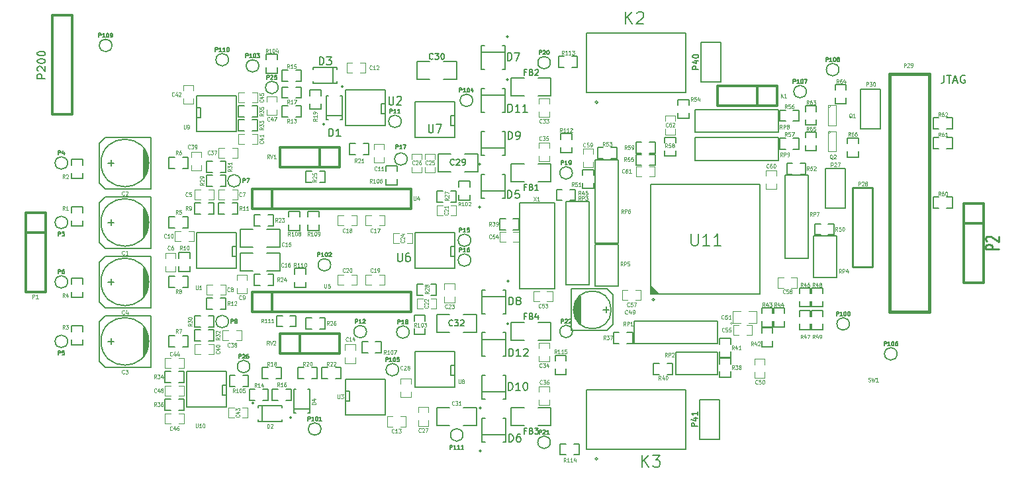
<source format=gto>
G04 (created by PCBNEW (2013-07-07 BZR 4022)-stable) date 9/7/2014 5:26:02 PM*
%MOIN*%
G04 Gerber Fmt 3.4, Leading zero omitted, Abs format*
%FSLAX34Y34*%
G01*
G70*
G90*
G04 APERTURE LIST*
%ADD10C,0.00590551*%
%ADD11C,0.0031*%
%ADD12C,0.005*%
%ADD13C,0.0039*%
%ADD14C,0.0047*%
%ADD15C,0.012*%
%ADD16C,0.01*%
%ADD17C,0.006*%
%ADD18C,0.015*%
%ADD19C,0.0045*%
%ADD20C,0.0043*%
%ADD21C,0.0107*%
%ADD22C,0.008*%
G04 APERTURE END LIST*
G54D10*
G54D11*
X101014Y-46917D02*
G75*
G03X101014Y-46917I-62J0D01*
G74*
G01*
X101290Y-47880D02*
X100890Y-47880D01*
X101290Y-46855D02*
X100890Y-46855D01*
X100890Y-47880D02*
X100890Y-46855D01*
X101290Y-46855D02*
X101290Y-47880D01*
X101014Y-48227D02*
G75*
G03X101014Y-48227I-62J0D01*
G74*
G01*
X101290Y-49190D02*
X100890Y-49190D01*
X101290Y-48165D02*
X100890Y-48165D01*
X100890Y-49190D02*
X100890Y-48165D01*
X101290Y-48165D02*
X101290Y-49190D01*
G54D10*
X76460Y-45910D02*
G75*
G03X76460Y-45910I-50J0D01*
G74*
G01*
X75960Y-45760D02*
X75960Y-44960D01*
X76160Y-45760D02*
X76160Y-45660D01*
X74960Y-45060D02*
X74960Y-44960D01*
X74960Y-44960D02*
X76160Y-44960D01*
X76160Y-44960D02*
X76160Y-45060D01*
X76160Y-45760D02*
X74960Y-45760D01*
X74960Y-45760D02*
X74960Y-45660D01*
X75530Y-47820D02*
G75*
G03X75530Y-47820I-50J0D01*
G74*
G01*
X75630Y-47370D02*
X76430Y-47370D01*
X75630Y-47570D02*
X75730Y-47570D01*
X76330Y-46370D02*
X76430Y-46370D01*
X76430Y-46370D02*
X76430Y-47570D01*
X76430Y-47570D02*
X76330Y-47570D01*
X75630Y-47570D02*
X75630Y-46370D01*
X75630Y-46370D02*
X75730Y-46370D01*
X71970Y-61870D02*
G75*
G03X71970Y-61870I-50J0D01*
G74*
G01*
X72370Y-62020D02*
X72370Y-62820D01*
X72170Y-62020D02*
X72170Y-62120D01*
X73370Y-62720D02*
X73370Y-62820D01*
X73370Y-62820D02*
X72170Y-62820D01*
X72170Y-62820D02*
X72170Y-62720D01*
X72170Y-62020D02*
X73370Y-62020D01*
X73370Y-62020D02*
X73370Y-62120D01*
X73870Y-62620D02*
G75*
G03X73870Y-62620I-50J0D01*
G74*
G01*
X73970Y-62170D02*
X74770Y-62170D01*
X73970Y-62370D02*
X74070Y-62370D01*
X74670Y-61170D02*
X74770Y-61170D01*
X74770Y-61170D02*
X74770Y-62370D01*
X74770Y-62370D02*
X74670Y-62370D01*
X73970Y-62370D02*
X73970Y-61170D01*
X73970Y-61170D02*
X74070Y-61170D01*
G54D12*
X82070Y-61070D02*
X80070Y-61070D01*
X80070Y-61070D02*
X80070Y-59270D01*
X80070Y-59270D02*
X82070Y-59270D01*
X82070Y-59270D02*
X82070Y-61070D01*
X82070Y-60470D02*
X81870Y-60470D01*
X81870Y-60470D02*
X81870Y-59970D01*
X81870Y-59970D02*
X82070Y-59970D01*
X82070Y-48470D02*
X80070Y-48470D01*
X80070Y-48470D02*
X80070Y-46670D01*
X80070Y-46670D02*
X82070Y-46670D01*
X82070Y-46670D02*
X82070Y-48470D01*
X82070Y-47870D02*
X81870Y-47870D01*
X81870Y-47870D02*
X81870Y-47370D01*
X81870Y-47370D02*
X82070Y-47370D01*
X78570Y-47870D02*
X76570Y-47870D01*
X76570Y-47870D02*
X76570Y-46070D01*
X76570Y-46070D02*
X78570Y-46070D01*
X78570Y-46070D02*
X78570Y-47870D01*
X78570Y-47270D02*
X78370Y-47270D01*
X78370Y-47270D02*
X78370Y-46770D01*
X78370Y-46770D02*
X78570Y-46770D01*
X76570Y-60670D02*
X78570Y-60670D01*
X78570Y-60670D02*
X78570Y-62470D01*
X78570Y-62470D02*
X76570Y-62470D01*
X76570Y-62470D02*
X76570Y-60670D01*
X76570Y-61270D02*
X76770Y-61270D01*
X76770Y-61270D02*
X76770Y-61770D01*
X76770Y-61770D02*
X76570Y-61770D01*
X70570Y-62070D02*
X68570Y-62070D01*
X68570Y-62070D02*
X68570Y-60270D01*
X68570Y-60270D02*
X70570Y-60270D01*
X70570Y-60270D02*
X70570Y-62070D01*
X70570Y-61470D02*
X70370Y-61470D01*
X70370Y-61470D02*
X70370Y-60970D01*
X70370Y-60970D02*
X70570Y-60970D01*
X69070Y-46370D02*
X71070Y-46370D01*
X71070Y-46370D02*
X71070Y-48170D01*
X71070Y-48170D02*
X69070Y-48170D01*
X69070Y-48170D02*
X69070Y-46370D01*
X69070Y-46970D02*
X69270Y-46970D01*
X69270Y-46970D02*
X69270Y-47470D01*
X69270Y-47470D02*
X69070Y-47470D01*
X82070Y-55070D02*
X80070Y-55070D01*
X80070Y-55070D02*
X80070Y-53270D01*
X80070Y-53270D02*
X82070Y-53270D01*
X82070Y-53270D02*
X82070Y-55070D01*
X82070Y-54470D02*
X81870Y-54470D01*
X81870Y-54470D02*
X81870Y-53970D01*
X81870Y-53970D02*
X82070Y-53970D01*
X71070Y-55070D02*
X69070Y-55070D01*
X69070Y-55070D02*
X69070Y-53270D01*
X69070Y-53270D02*
X71070Y-53270D01*
X71070Y-53270D02*
X71070Y-55070D01*
X71070Y-54470D02*
X70870Y-54470D01*
X70870Y-54470D02*
X70870Y-53970D01*
X70870Y-53970D02*
X71070Y-53970D01*
X81170Y-62120D02*
X81170Y-63020D01*
X81170Y-63020D02*
X81820Y-63020D01*
X82520Y-62120D02*
X83170Y-62120D01*
X83170Y-62120D02*
X83170Y-63020D01*
X83170Y-63020D02*
X82520Y-63020D01*
X81820Y-62120D02*
X81170Y-62120D01*
X71270Y-54320D02*
X71270Y-55220D01*
X71270Y-55220D02*
X71920Y-55220D01*
X72620Y-54320D02*
X73270Y-54320D01*
X73270Y-54320D02*
X73270Y-55220D01*
X73270Y-55220D02*
X72620Y-55220D01*
X71920Y-54320D02*
X71270Y-54320D01*
X81170Y-57420D02*
X81170Y-58320D01*
X81170Y-58320D02*
X81820Y-58320D01*
X82520Y-57420D02*
X83170Y-57420D01*
X83170Y-57420D02*
X83170Y-58320D01*
X83170Y-58320D02*
X82520Y-58320D01*
X81820Y-57420D02*
X81170Y-57420D01*
X80170Y-44660D02*
X80170Y-45560D01*
X80170Y-45560D02*
X80820Y-45560D01*
X81520Y-44660D02*
X82170Y-44660D01*
X82170Y-44660D02*
X82170Y-45560D01*
X82170Y-45560D02*
X81520Y-45560D01*
X80820Y-44660D02*
X80170Y-44660D01*
X81240Y-49300D02*
X81240Y-50200D01*
X81240Y-50200D02*
X81890Y-50200D01*
X82590Y-49300D02*
X83240Y-49300D01*
X83240Y-49300D02*
X83240Y-50200D01*
X83240Y-50200D02*
X82590Y-50200D01*
X81890Y-49300D02*
X81240Y-49300D01*
X71270Y-53120D02*
X71270Y-54020D01*
X71270Y-54020D02*
X71920Y-54020D01*
X72620Y-53120D02*
X73270Y-53120D01*
X73270Y-53120D02*
X73270Y-54020D01*
X73270Y-54020D02*
X72620Y-54020D01*
X71920Y-53120D02*
X71270Y-53120D01*
G54D13*
X96070Y-57860D02*
G75*
G03X96070Y-57860I-50J0D01*
G74*
G01*
X96470Y-57860D02*
X96070Y-57860D01*
X96070Y-57860D02*
X96070Y-57260D01*
X96070Y-57260D02*
X96470Y-57260D01*
X96870Y-57260D02*
X97270Y-57260D01*
X97270Y-57260D02*
X97270Y-57860D01*
X97270Y-57860D02*
X96870Y-57860D01*
G54D12*
X99477Y-50335D02*
X99755Y-50335D01*
X99755Y-50335D02*
X99755Y-49785D01*
X99755Y-49785D02*
X99477Y-49785D01*
X98805Y-50335D02*
X99083Y-50335D01*
X98805Y-50335D02*
X98805Y-49785D01*
X98805Y-49785D02*
X99083Y-49785D01*
X98685Y-57363D02*
X98685Y-57085D01*
X98685Y-57085D02*
X98135Y-57085D01*
X98135Y-57085D02*
X98135Y-57363D01*
X98685Y-58035D02*
X98685Y-57757D01*
X98685Y-58035D02*
X98135Y-58035D01*
X98135Y-58035D02*
X98135Y-57757D01*
X80473Y-55895D02*
X80195Y-55895D01*
X80195Y-55895D02*
X80195Y-56445D01*
X80195Y-56445D02*
X80473Y-56445D01*
X81145Y-55895D02*
X80867Y-55895D01*
X81145Y-55895D02*
X81145Y-56445D01*
X81145Y-56445D02*
X80867Y-56445D01*
X93325Y-47237D02*
X93325Y-47515D01*
X93325Y-47515D02*
X93875Y-47515D01*
X93875Y-47515D02*
X93875Y-47237D01*
X93325Y-46565D02*
X93325Y-46843D01*
X93325Y-46565D02*
X93875Y-46565D01*
X93875Y-46565D02*
X93875Y-46843D01*
X100897Y-53385D02*
X101175Y-53385D01*
X101175Y-53385D02*
X101175Y-52835D01*
X101175Y-52835D02*
X100897Y-52835D01*
X100225Y-53385D02*
X100503Y-53385D01*
X100225Y-53385D02*
X100225Y-52835D01*
X100225Y-52835D02*
X100503Y-52835D01*
X75267Y-58145D02*
X75545Y-58145D01*
X75545Y-58145D02*
X75545Y-57595D01*
X75545Y-57595D02*
X75267Y-57595D01*
X74595Y-58145D02*
X74873Y-58145D01*
X74595Y-58145D02*
X74595Y-57595D01*
X74595Y-57595D02*
X74873Y-57595D01*
X88515Y-50777D02*
X88515Y-51055D01*
X88515Y-51055D02*
X89065Y-51055D01*
X89065Y-51055D02*
X89065Y-50777D01*
X88515Y-50105D02*
X88515Y-50383D01*
X88515Y-50105D02*
X89065Y-50105D01*
X89065Y-50105D02*
X89065Y-50383D01*
X72667Y-55945D02*
X72945Y-55945D01*
X72945Y-55945D02*
X72945Y-55395D01*
X72945Y-55395D02*
X72667Y-55395D01*
X71995Y-55945D02*
X72273Y-55945D01*
X71995Y-55945D02*
X71995Y-55395D01*
X71995Y-55395D02*
X72273Y-55395D01*
X91493Y-48725D02*
X91215Y-48725D01*
X91215Y-48725D02*
X91215Y-49275D01*
X91215Y-49275D02*
X91493Y-49275D01*
X92165Y-48725D02*
X91887Y-48725D01*
X92165Y-48725D02*
X92165Y-49275D01*
X92165Y-49275D02*
X91887Y-49275D01*
X81473Y-51195D02*
X81195Y-51195D01*
X81195Y-51195D02*
X81195Y-51745D01*
X81195Y-51745D02*
X81473Y-51745D01*
X82145Y-51195D02*
X81867Y-51195D01*
X82145Y-51195D02*
X82145Y-51745D01*
X82145Y-51745D02*
X81867Y-51745D01*
X92655Y-49137D02*
X92655Y-49415D01*
X92655Y-49415D02*
X93205Y-49415D01*
X93205Y-49415D02*
X93205Y-49137D01*
X92655Y-48465D02*
X92655Y-48743D01*
X92655Y-48465D02*
X93205Y-48465D01*
X93205Y-48465D02*
X93205Y-48743D01*
X100295Y-48483D02*
X100295Y-48205D01*
X100295Y-48205D02*
X99745Y-48205D01*
X99745Y-48205D02*
X99745Y-48483D01*
X100295Y-49155D02*
X100295Y-48877D01*
X100295Y-49155D02*
X99745Y-49155D01*
X99745Y-49155D02*
X99745Y-48877D01*
X106463Y-47495D02*
X106185Y-47495D01*
X106185Y-47495D02*
X106185Y-48045D01*
X106185Y-48045D02*
X106463Y-48045D01*
X107135Y-47495D02*
X106857Y-47495D01*
X107135Y-47495D02*
X107135Y-48045D01*
X107135Y-48045D02*
X106857Y-48045D01*
X89563Y-48989D02*
X89285Y-48989D01*
X89285Y-48989D02*
X89285Y-49539D01*
X89285Y-49539D02*
X89563Y-49539D01*
X90235Y-48989D02*
X89957Y-48989D01*
X90235Y-48989D02*
X90235Y-49539D01*
X90235Y-49539D02*
X89957Y-49539D01*
X87491Y-51107D02*
X87213Y-51107D01*
X87213Y-51107D02*
X87213Y-51657D01*
X87213Y-51657D02*
X87491Y-51657D01*
X88163Y-51107D02*
X87885Y-51107D01*
X88163Y-51107D02*
X88163Y-51657D01*
X88163Y-51657D02*
X87885Y-51657D01*
X99995Y-56353D02*
X99995Y-56075D01*
X99995Y-56075D02*
X99445Y-56075D01*
X99445Y-56075D02*
X99445Y-56353D01*
X99995Y-57025D02*
X99995Y-56747D01*
X99995Y-57025D02*
X99445Y-57025D01*
X99445Y-57025D02*
X99445Y-56747D01*
X100605Y-56353D02*
X100605Y-56075D01*
X100605Y-56075D02*
X100055Y-56075D01*
X100055Y-56075D02*
X100055Y-56353D01*
X100605Y-57025D02*
X100605Y-56747D01*
X100605Y-57025D02*
X100055Y-57025D01*
X100055Y-57025D02*
X100055Y-56747D01*
X69667Y-58045D02*
X69945Y-58045D01*
X69945Y-58045D02*
X69945Y-57495D01*
X69945Y-57495D02*
X69667Y-57495D01*
X68995Y-58045D02*
X69273Y-58045D01*
X68995Y-58045D02*
X68995Y-57495D01*
X68995Y-57495D02*
X69273Y-57495D01*
X69273Y-58195D02*
X68995Y-58195D01*
X68995Y-58195D02*
X68995Y-58745D01*
X68995Y-58745D02*
X69273Y-58745D01*
X69945Y-58195D02*
X69667Y-58195D01*
X69945Y-58195D02*
X69945Y-58745D01*
X69945Y-58745D02*
X69667Y-58745D01*
X90363Y-58315D02*
X90085Y-58315D01*
X90085Y-58315D02*
X90085Y-58865D01*
X90085Y-58865D02*
X90363Y-58865D01*
X91035Y-58315D02*
X90757Y-58315D01*
X91035Y-58315D02*
X91035Y-58865D01*
X91035Y-58865D02*
X90757Y-58865D01*
X92373Y-59885D02*
X92095Y-59885D01*
X92095Y-59885D02*
X92095Y-60435D01*
X92095Y-60435D02*
X92373Y-60435D01*
X93045Y-59885D02*
X92767Y-59885D01*
X93045Y-59885D02*
X93045Y-60435D01*
X93045Y-60435D02*
X92767Y-60435D01*
X100605Y-57503D02*
X100605Y-57225D01*
X100605Y-57225D02*
X100055Y-57225D01*
X100055Y-57225D02*
X100055Y-57503D01*
X100605Y-58175D02*
X100605Y-57897D01*
X100605Y-58175D02*
X100055Y-58175D01*
X100055Y-58175D02*
X100055Y-57897D01*
X99995Y-57503D02*
X99995Y-57225D01*
X99995Y-57225D02*
X99445Y-57225D01*
X99445Y-57225D02*
X99445Y-57503D01*
X99995Y-58175D02*
X99995Y-57897D01*
X99995Y-58175D02*
X99445Y-58175D01*
X99445Y-58175D02*
X99445Y-57897D01*
X97535Y-58757D02*
X97535Y-59035D01*
X97535Y-59035D02*
X98085Y-59035D01*
X98085Y-59035D02*
X98085Y-58757D01*
X97535Y-58085D02*
X97535Y-58363D01*
X97535Y-58085D02*
X98085Y-58085D01*
X98085Y-58085D02*
X98085Y-58363D01*
X106463Y-48495D02*
X106185Y-48495D01*
X106185Y-48495D02*
X106185Y-49045D01*
X106185Y-49045D02*
X106463Y-49045D01*
X107135Y-48495D02*
X106857Y-48495D01*
X107135Y-48495D02*
X107135Y-49045D01*
X107135Y-49045D02*
X106857Y-49045D01*
X106463Y-51495D02*
X106185Y-51495D01*
X106185Y-51495D02*
X106185Y-52045D01*
X106185Y-52045D02*
X106463Y-52045D01*
X107135Y-51495D02*
X106857Y-51495D01*
X107135Y-51495D02*
X107135Y-52045D01*
X107135Y-52045D02*
X106857Y-52045D01*
X95965Y-58903D02*
X95965Y-58625D01*
X95965Y-58625D02*
X95415Y-58625D01*
X95415Y-58625D02*
X95415Y-58903D01*
X95965Y-59575D02*
X95965Y-59297D01*
X95965Y-59575D02*
X95415Y-59575D01*
X95415Y-59575D02*
X95415Y-59297D01*
X95415Y-60297D02*
X95415Y-60575D01*
X95415Y-60575D02*
X95965Y-60575D01*
X95965Y-60575D02*
X95965Y-60297D01*
X95415Y-59625D02*
X95415Y-59903D01*
X95415Y-59625D02*
X95965Y-59625D01*
X95965Y-59625D02*
X95965Y-59903D01*
X98733Y-48515D02*
X98455Y-48515D01*
X98455Y-48515D02*
X98455Y-49065D01*
X98455Y-49065D02*
X98733Y-49065D01*
X99405Y-48515D02*
X99127Y-48515D01*
X99405Y-48515D02*
X99405Y-49065D01*
X99405Y-49065D02*
X99127Y-49065D01*
X91493Y-49335D02*
X91215Y-49335D01*
X91215Y-49335D02*
X91215Y-49885D01*
X91215Y-49885D02*
X91493Y-49885D01*
X92165Y-49335D02*
X91887Y-49335D01*
X92165Y-49335D02*
X92165Y-49885D01*
X92165Y-49885D02*
X91887Y-49885D01*
X98085Y-57363D02*
X98085Y-57085D01*
X98085Y-57085D02*
X97535Y-57085D01*
X97535Y-57085D02*
X97535Y-57363D01*
X98085Y-58035D02*
X98085Y-57757D01*
X98085Y-58035D02*
X97535Y-58035D01*
X97535Y-58035D02*
X97535Y-57757D01*
X68167Y-60845D02*
X68445Y-60845D01*
X68445Y-60845D02*
X68445Y-60295D01*
X68445Y-60295D02*
X68167Y-60295D01*
X67495Y-60845D02*
X67773Y-60845D01*
X67495Y-60845D02*
X67495Y-60295D01*
X67495Y-60295D02*
X67773Y-60295D01*
X67773Y-61695D02*
X67495Y-61695D01*
X67495Y-61695D02*
X67495Y-62245D01*
X67495Y-62245D02*
X67773Y-62245D01*
X68445Y-61695D02*
X68167Y-61695D01*
X68445Y-61695D02*
X68445Y-62245D01*
X68445Y-62245D02*
X68167Y-62245D01*
X68745Y-54573D02*
X68745Y-54295D01*
X68745Y-54295D02*
X68195Y-54295D01*
X68195Y-54295D02*
X68195Y-54573D01*
X68745Y-55245D02*
X68745Y-54967D01*
X68745Y-55245D02*
X68195Y-55245D01*
X68195Y-55245D02*
X68195Y-54967D01*
X75267Y-50745D02*
X75545Y-50745D01*
X75545Y-50745D02*
X75545Y-50195D01*
X75545Y-50195D02*
X75267Y-50195D01*
X74595Y-50745D02*
X74873Y-50745D01*
X74595Y-50745D02*
X74595Y-50195D01*
X74595Y-50195D02*
X74873Y-50195D01*
X63345Y-55873D02*
X63345Y-55595D01*
X63345Y-55595D02*
X62795Y-55595D01*
X62795Y-55595D02*
X62795Y-55873D01*
X63345Y-56545D02*
X63345Y-56267D01*
X63345Y-56545D02*
X62795Y-56545D01*
X62795Y-56545D02*
X62795Y-56267D01*
X63345Y-58273D02*
X63345Y-57995D01*
X63345Y-57995D02*
X62795Y-57995D01*
X62795Y-57995D02*
X62795Y-58273D01*
X63345Y-58945D02*
X63345Y-58667D01*
X63345Y-58945D02*
X62795Y-58945D01*
X62795Y-58945D02*
X62795Y-58667D01*
X63345Y-52273D02*
X63345Y-51995D01*
X63345Y-51995D02*
X62795Y-51995D01*
X62795Y-51995D02*
X62795Y-52273D01*
X63345Y-52945D02*
X63345Y-52667D01*
X63345Y-52945D02*
X62795Y-52945D01*
X62795Y-52945D02*
X62795Y-52667D01*
X63345Y-49873D02*
X63345Y-49595D01*
X63345Y-49595D02*
X62795Y-49595D01*
X62795Y-49595D02*
X62795Y-49873D01*
X63345Y-50545D02*
X63345Y-50267D01*
X63345Y-50545D02*
X62795Y-50545D01*
X62795Y-50545D02*
X62795Y-50267D01*
X84633Y-52585D02*
X84355Y-52585D01*
X84355Y-52585D02*
X84355Y-53135D01*
X84355Y-53135D02*
X84633Y-53135D01*
X85305Y-52585D02*
X85027Y-52585D01*
X85305Y-52585D02*
X85305Y-53135D01*
X85305Y-53135D02*
X85027Y-53135D01*
X71867Y-47445D02*
X72145Y-47445D01*
X72145Y-47445D02*
X72145Y-46895D01*
X72145Y-46895D02*
X71867Y-46895D01*
X71195Y-47445D02*
X71473Y-47445D01*
X71195Y-47445D02*
X71195Y-46895D01*
X71195Y-46895D02*
X71473Y-46895D01*
X71473Y-47595D02*
X71195Y-47595D01*
X71195Y-47595D02*
X71195Y-48145D01*
X71195Y-48145D02*
X71473Y-48145D01*
X72145Y-47595D02*
X71867Y-47595D01*
X72145Y-47595D02*
X72145Y-48145D01*
X72145Y-48145D02*
X71867Y-48145D01*
X70267Y-57145D02*
X70545Y-57145D01*
X70545Y-57145D02*
X70545Y-56595D01*
X70545Y-56595D02*
X70267Y-56595D01*
X69595Y-57145D02*
X69873Y-57145D01*
X69595Y-57145D02*
X69595Y-56595D01*
X69595Y-56595D02*
X69873Y-56595D01*
X67973Y-55495D02*
X67695Y-55495D01*
X67695Y-55495D02*
X67695Y-56045D01*
X67695Y-56045D02*
X67973Y-56045D01*
X68645Y-55495D02*
X68367Y-55495D01*
X68645Y-55495D02*
X68645Y-56045D01*
X68645Y-56045D02*
X68367Y-56045D01*
X67973Y-58495D02*
X67695Y-58495D01*
X67695Y-58495D02*
X67695Y-59045D01*
X67695Y-59045D02*
X67973Y-59045D01*
X68645Y-58495D02*
X68367Y-58495D01*
X68645Y-58495D02*
X68645Y-59045D01*
X68645Y-59045D02*
X68367Y-59045D01*
X70867Y-52345D02*
X71145Y-52345D01*
X71145Y-52345D02*
X71145Y-51795D01*
X71145Y-51795D02*
X70867Y-51795D01*
X70195Y-52345D02*
X70473Y-52345D01*
X70195Y-52345D02*
X70195Y-51795D01*
X70195Y-51795D02*
X70473Y-51795D01*
X69273Y-51795D02*
X68995Y-51795D01*
X68995Y-51795D02*
X68995Y-52345D01*
X68995Y-52345D02*
X69273Y-52345D01*
X69945Y-51795D02*
X69667Y-51795D01*
X69945Y-51795D02*
X69945Y-52345D01*
X69945Y-52345D02*
X69667Y-52345D01*
X67973Y-49495D02*
X67695Y-49495D01*
X67695Y-49495D02*
X67695Y-50045D01*
X67695Y-50045D02*
X67973Y-50045D01*
X68645Y-49495D02*
X68367Y-49495D01*
X68645Y-49495D02*
X68645Y-50045D01*
X68645Y-50045D02*
X68367Y-50045D01*
X67973Y-52495D02*
X67695Y-52495D01*
X67695Y-52495D02*
X67695Y-53045D01*
X67695Y-53045D02*
X67973Y-53045D01*
X68645Y-52495D02*
X68367Y-52495D01*
X68645Y-52495D02*
X68645Y-53045D01*
X68645Y-53045D02*
X68367Y-53045D01*
X73173Y-61195D02*
X72895Y-61195D01*
X72895Y-61195D02*
X72895Y-61745D01*
X72895Y-61745D02*
X73173Y-61745D01*
X73845Y-61195D02*
X73567Y-61195D01*
X73845Y-61195D02*
X73845Y-61745D01*
X73845Y-61745D02*
X73567Y-61745D01*
X98733Y-47105D02*
X98455Y-47105D01*
X98455Y-47105D02*
X98455Y-47655D01*
X98455Y-47655D02*
X98733Y-47655D01*
X99405Y-47105D02*
X99127Y-47105D01*
X99405Y-47105D02*
X99405Y-47655D01*
X99405Y-47655D02*
X99127Y-47655D01*
X72667Y-52945D02*
X72945Y-52945D01*
X72945Y-52945D02*
X72945Y-52395D01*
X72945Y-52395D02*
X72667Y-52395D01*
X71995Y-52945D02*
X72273Y-52945D01*
X71995Y-52945D02*
X71995Y-52395D01*
X71995Y-52395D02*
X72273Y-52395D01*
X100295Y-47173D02*
X100295Y-46895D01*
X100295Y-46895D02*
X99745Y-46895D01*
X99745Y-46895D02*
X99745Y-47173D01*
X100295Y-47845D02*
X100295Y-47567D01*
X100295Y-47845D02*
X99745Y-47845D01*
X99745Y-47845D02*
X99745Y-47567D01*
X101795Y-46093D02*
X101795Y-45815D01*
X101795Y-45815D02*
X101245Y-45815D01*
X101245Y-45815D02*
X101245Y-46093D01*
X101795Y-46765D02*
X101795Y-46487D01*
X101795Y-46765D02*
X101245Y-46765D01*
X101245Y-46765D02*
X101245Y-46487D01*
X70267Y-50945D02*
X70545Y-50945D01*
X70545Y-50945D02*
X70545Y-50395D01*
X70545Y-50395D02*
X70267Y-50395D01*
X69595Y-50945D02*
X69873Y-50945D01*
X69595Y-50945D02*
X69595Y-50395D01*
X69595Y-50395D02*
X69873Y-50395D01*
X69873Y-49695D02*
X69595Y-49695D01*
X69595Y-49695D02*
X69595Y-50245D01*
X69595Y-50245D02*
X69873Y-50245D01*
X70545Y-49695D02*
X70267Y-49695D01*
X70545Y-49695D02*
X70545Y-50245D01*
X70545Y-50245D02*
X70267Y-50245D01*
X75673Y-60095D02*
X75395Y-60095D01*
X75395Y-60095D02*
X75395Y-60645D01*
X75395Y-60645D02*
X75673Y-60645D01*
X76345Y-60095D02*
X76067Y-60095D01*
X76345Y-60095D02*
X76345Y-60645D01*
X76345Y-60645D02*
X76067Y-60645D01*
X72673Y-60095D02*
X72395Y-60095D01*
X72395Y-60095D02*
X72395Y-60645D01*
X72395Y-60645D02*
X72673Y-60645D01*
X73345Y-60095D02*
X73067Y-60095D01*
X73345Y-60095D02*
X73345Y-60645D01*
X73345Y-60645D02*
X73067Y-60645D01*
X74473Y-60095D02*
X74195Y-60095D01*
X74195Y-60095D02*
X74195Y-60645D01*
X74195Y-60645D02*
X74473Y-60645D01*
X75145Y-60095D02*
X74867Y-60095D01*
X75145Y-60095D02*
X75145Y-60645D01*
X75145Y-60645D02*
X74867Y-60645D01*
X72023Y-61195D02*
X71745Y-61195D01*
X71745Y-61195D02*
X71745Y-61745D01*
X71745Y-61745D02*
X72023Y-61745D01*
X72695Y-61195D02*
X72417Y-61195D01*
X72695Y-61195D02*
X72695Y-61745D01*
X72695Y-61745D02*
X72417Y-61745D01*
X77073Y-48795D02*
X76795Y-48795D01*
X76795Y-48795D02*
X76795Y-49345D01*
X76795Y-49345D02*
X77073Y-49345D01*
X77745Y-48795D02*
X77467Y-48795D01*
X77745Y-48795D02*
X77745Y-49345D01*
X77745Y-49345D02*
X77467Y-49345D01*
X73673Y-45945D02*
X73395Y-45945D01*
X73395Y-45945D02*
X73395Y-46495D01*
X73395Y-46495D02*
X73673Y-46495D01*
X74345Y-45945D02*
X74067Y-45945D01*
X74345Y-45945D02*
X74345Y-46495D01*
X74345Y-46495D02*
X74067Y-46495D01*
X75345Y-46373D02*
X75345Y-46095D01*
X75345Y-46095D02*
X74795Y-46095D01*
X74795Y-46095D02*
X74795Y-46373D01*
X75345Y-47045D02*
X75345Y-46767D01*
X75345Y-47045D02*
X74795Y-47045D01*
X74795Y-47045D02*
X74795Y-46767D01*
X73673Y-45095D02*
X73395Y-45095D01*
X73395Y-45095D02*
X73395Y-45645D01*
X73395Y-45645D02*
X73673Y-45645D01*
X74345Y-45095D02*
X74067Y-45095D01*
X74345Y-45095D02*
X74345Y-45645D01*
X74345Y-45645D02*
X74067Y-45645D01*
X73673Y-46895D02*
X73395Y-46895D01*
X73395Y-46895D02*
X73395Y-47445D01*
X73395Y-47445D02*
X73673Y-47445D01*
X74345Y-46895D02*
X74067Y-46895D01*
X74345Y-46895D02*
X74345Y-47445D01*
X74345Y-47445D02*
X74067Y-47445D01*
X101855Y-49187D02*
X101855Y-49465D01*
X101855Y-49465D02*
X102405Y-49465D01*
X102405Y-49465D02*
X102405Y-49187D01*
X101855Y-48515D02*
X101855Y-48793D01*
X101855Y-48515D02*
X102405Y-48515D01*
X102405Y-48515D02*
X102405Y-48793D01*
G54D14*
X73126Y-46673D02*
X73126Y-46398D01*
X73126Y-47067D02*
X73126Y-47342D01*
X72614Y-46673D02*
X72614Y-46398D01*
X72614Y-47342D02*
X72614Y-47067D01*
X72620Y-46398D02*
X73120Y-46398D01*
X73120Y-47342D02*
X72620Y-47342D01*
X86333Y-56234D02*
X86058Y-56234D01*
X86727Y-56234D02*
X87002Y-56234D01*
X86333Y-56746D02*
X86058Y-56746D01*
X87002Y-56746D02*
X86727Y-56746D01*
X86058Y-56740D02*
X86058Y-56240D01*
X87002Y-56240D02*
X87002Y-56740D01*
X68414Y-46517D02*
X68414Y-46792D01*
X68414Y-46123D02*
X68414Y-45848D01*
X68926Y-46517D02*
X68926Y-46792D01*
X68926Y-45848D02*
X68926Y-46123D01*
X68920Y-46792D02*
X68420Y-46792D01*
X68420Y-45848D02*
X68920Y-45848D01*
X71473Y-46214D02*
X71198Y-46214D01*
X71867Y-46214D02*
X72142Y-46214D01*
X71473Y-46726D02*
X71198Y-46726D01*
X72142Y-46726D02*
X71867Y-46726D01*
X71198Y-46720D02*
X71198Y-46220D01*
X72142Y-46220D02*
X72142Y-46720D01*
X79273Y-53314D02*
X78998Y-53314D01*
X79667Y-53314D02*
X79942Y-53314D01*
X79273Y-53826D02*
X78998Y-53826D01*
X79942Y-53826D02*
X79667Y-53826D01*
X78998Y-53820D02*
X78998Y-53320D01*
X79942Y-53320D02*
X79942Y-53820D01*
X97696Y-59933D02*
X97696Y-59658D01*
X97696Y-60327D02*
X97696Y-60602D01*
X97184Y-59933D02*
X97184Y-59658D01*
X97184Y-60602D02*
X97184Y-60327D01*
X97190Y-59658D02*
X97690Y-59658D01*
X97690Y-60602D02*
X97190Y-60602D01*
X96787Y-58456D02*
X97062Y-58456D01*
X96393Y-58456D02*
X96118Y-58456D01*
X96787Y-57944D02*
X97062Y-57944D01*
X96118Y-57944D02*
X96393Y-57944D01*
X97062Y-57950D02*
X97062Y-58450D01*
X96118Y-58450D02*
X96118Y-57950D01*
X98266Y-50413D02*
X98266Y-50138D01*
X98266Y-50807D02*
X98266Y-51082D01*
X97754Y-50413D02*
X97754Y-50138D01*
X97754Y-51082D02*
X97754Y-50807D01*
X97760Y-50138D02*
X98260Y-50138D01*
X98260Y-51082D02*
X97760Y-51082D01*
X98633Y-55564D02*
X98358Y-55564D01*
X99027Y-55564D02*
X99302Y-55564D01*
X98633Y-56076D02*
X98358Y-56076D01*
X99302Y-56076D02*
X99027Y-56076D01*
X98358Y-56070D02*
X98358Y-55570D01*
X99302Y-55570D02*
X99302Y-56070D01*
X91493Y-49944D02*
X91218Y-49944D01*
X91887Y-49944D02*
X92162Y-49944D01*
X91493Y-50456D02*
X91218Y-50456D01*
X92162Y-50456D02*
X91887Y-50456D01*
X91218Y-50450D02*
X91218Y-49950D01*
X92162Y-49950D02*
X92162Y-50450D01*
X91187Y-56696D02*
X91462Y-56696D01*
X90793Y-56696D02*
X90518Y-56696D01*
X91187Y-56184D02*
X91462Y-56184D01*
X90518Y-56184D02*
X90793Y-56184D01*
X91462Y-56190D02*
X91462Y-56690D01*
X90518Y-56690D02*
X90518Y-56190D01*
X84633Y-53244D02*
X84358Y-53244D01*
X85027Y-53244D02*
X85302Y-53244D01*
X84633Y-53756D02*
X84358Y-53756D01*
X85302Y-53756D02*
X85027Y-53756D01*
X84358Y-53750D02*
X84358Y-53250D01*
X85302Y-53250D02*
X85302Y-53750D01*
X69667Y-59426D02*
X69942Y-59426D01*
X69273Y-59426D02*
X68998Y-59426D01*
X69667Y-58914D02*
X69942Y-58914D01*
X68998Y-58914D02*
X69273Y-58914D01*
X69942Y-58920D02*
X69942Y-59420D01*
X68998Y-59420D02*
X68998Y-58920D01*
X93186Y-47663D02*
X93186Y-47388D01*
X93186Y-48057D02*
X93186Y-48332D01*
X92674Y-47663D02*
X92674Y-47388D01*
X92674Y-48332D02*
X92674Y-48057D01*
X92680Y-47388D02*
X93180Y-47388D01*
X93180Y-48332D02*
X92680Y-48332D01*
X88534Y-49707D02*
X88534Y-49982D01*
X88534Y-49313D02*
X88534Y-49038D01*
X89046Y-49707D02*
X89046Y-49982D01*
X89046Y-49038D02*
X89046Y-49313D01*
X89040Y-49982D02*
X88540Y-49982D01*
X88540Y-49038D02*
X89040Y-49038D01*
X68167Y-61526D02*
X68442Y-61526D01*
X67773Y-61526D02*
X67498Y-61526D01*
X68167Y-61014D02*
X68442Y-61014D01*
X67498Y-61014D02*
X67773Y-61014D01*
X68442Y-61020D02*
X68442Y-61520D01*
X67498Y-61520D02*
X67498Y-61020D01*
X68167Y-62926D02*
X68442Y-62926D01*
X67773Y-62926D02*
X67498Y-62926D01*
X68167Y-62414D02*
X68442Y-62414D01*
X67498Y-62414D02*
X67773Y-62414D01*
X68442Y-62420D02*
X68442Y-62920D01*
X67498Y-62920D02*
X67498Y-62420D01*
X67773Y-59614D02*
X67498Y-59614D01*
X68167Y-59614D02*
X68442Y-59614D01*
X67773Y-60126D02*
X67498Y-60126D01*
X68442Y-60126D02*
X68167Y-60126D01*
X67498Y-60120D02*
X67498Y-59620D01*
X68442Y-59620D02*
X68442Y-60120D01*
X71367Y-62626D02*
X71642Y-62626D01*
X70973Y-62626D02*
X70698Y-62626D01*
X71367Y-62114D02*
X71642Y-62114D01*
X70698Y-62114D02*
X70973Y-62114D01*
X71642Y-62120D02*
X71642Y-62620D01*
X70698Y-62620D02*
X70698Y-62120D01*
X70673Y-58214D02*
X70398Y-58214D01*
X71067Y-58214D02*
X71342Y-58214D01*
X70673Y-58726D02*
X70398Y-58726D01*
X71342Y-58726D02*
X71067Y-58726D01*
X70398Y-58720D02*
X70398Y-58220D01*
X71342Y-58220D02*
X71342Y-58720D01*
X77873Y-55414D02*
X77598Y-55414D01*
X78267Y-55414D02*
X78542Y-55414D01*
X77873Y-55926D02*
X77598Y-55926D01*
X78542Y-55926D02*
X78267Y-55926D01*
X77598Y-55920D02*
X77598Y-55420D01*
X78542Y-55420D02*
X78542Y-55920D01*
X69667Y-51626D02*
X69942Y-51626D01*
X69273Y-51626D02*
X68998Y-51626D01*
X69667Y-51114D02*
X69942Y-51114D01*
X68998Y-51114D02*
X69273Y-51114D01*
X69942Y-51120D02*
X69942Y-51620D01*
X68998Y-51620D02*
X68998Y-51120D01*
X70473Y-51114D02*
X70198Y-51114D01*
X70867Y-51114D02*
X71142Y-51114D01*
X70473Y-51626D02*
X70198Y-51626D01*
X71142Y-51626D02*
X70867Y-51626D01*
X70198Y-51620D02*
X70198Y-51120D01*
X71142Y-51120D02*
X71142Y-51620D01*
X67514Y-54967D02*
X67514Y-55242D01*
X67514Y-54573D02*
X67514Y-54298D01*
X68026Y-54967D02*
X68026Y-55242D01*
X68026Y-54298D02*
X68026Y-54573D01*
X68020Y-55242D02*
X67520Y-55242D01*
X67520Y-54298D02*
X68020Y-54298D01*
X69873Y-55914D02*
X69598Y-55914D01*
X70267Y-55914D02*
X70542Y-55914D01*
X69873Y-56426D02*
X69598Y-56426D01*
X70542Y-56426D02*
X70267Y-56426D01*
X69598Y-56420D02*
X69598Y-55920D01*
X70542Y-55920D02*
X70542Y-56420D01*
X71114Y-56067D02*
X71114Y-56342D01*
X71114Y-55673D02*
X71114Y-55398D01*
X71626Y-56067D02*
X71626Y-56342D01*
X71626Y-55398D02*
X71626Y-55673D01*
X71620Y-56342D02*
X71120Y-56342D01*
X71120Y-55398D02*
X71620Y-55398D01*
X68667Y-53726D02*
X68942Y-53726D01*
X68273Y-53726D02*
X67998Y-53726D01*
X68667Y-53214D02*
X68942Y-53214D01*
X67998Y-53214D02*
X68273Y-53214D01*
X68942Y-53220D02*
X68942Y-53720D01*
X67998Y-53720D02*
X67998Y-53220D01*
X79337Y-63076D02*
X79612Y-63076D01*
X78943Y-63076D02*
X78668Y-63076D01*
X79337Y-62564D02*
X79612Y-62564D01*
X78668Y-62564D02*
X78943Y-62564D01*
X79612Y-62570D02*
X79612Y-63070D01*
X78668Y-63070D02*
X78668Y-62570D01*
X77076Y-59203D02*
X77076Y-58928D01*
X77076Y-59597D02*
X77076Y-59872D01*
X76564Y-59203D02*
X76564Y-58928D01*
X76564Y-59872D02*
X76564Y-59597D01*
X76570Y-58928D02*
X77070Y-58928D01*
X77070Y-59872D02*
X76570Y-59872D01*
X78014Y-49467D02*
X78014Y-49742D01*
X78014Y-49073D02*
X78014Y-48798D01*
X78526Y-49467D02*
X78526Y-49742D01*
X78526Y-48798D02*
X78526Y-49073D01*
X78520Y-49742D02*
X78020Y-49742D01*
X78020Y-48798D02*
X78520Y-48798D01*
X77317Y-45226D02*
X77592Y-45226D01*
X76923Y-45226D02*
X76648Y-45226D01*
X77317Y-44714D02*
X77592Y-44714D01*
X76648Y-44714D02*
X76923Y-44714D01*
X77592Y-44720D02*
X77592Y-45220D01*
X76648Y-45220D02*
X76648Y-44720D01*
X77873Y-52414D02*
X77598Y-52414D01*
X78267Y-52414D02*
X78542Y-52414D01*
X77873Y-52926D02*
X77598Y-52926D01*
X78542Y-52926D02*
X78267Y-52926D01*
X77598Y-52920D02*
X77598Y-52420D01*
X78542Y-52420D02*
X78542Y-52920D01*
X76473Y-52414D02*
X76198Y-52414D01*
X76867Y-52414D02*
X77142Y-52414D01*
X76473Y-52926D02*
X76198Y-52926D01*
X77142Y-52926D02*
X76867Y-52926D01*
X76198Y-52920D02*
X76198Y-52420D01*
X77142Y-52420D02*
X77142Y-52920D01*
X81867Y-52426D02*
X82142Y-52426D01*
X81473Y-52426D02*
X81198Y-52426D01*
X81867Y-51914D02*
X82142Y-51914D01*
X81198Y-51914D02*
X81473Y-51914D01*
X82142Y-51920D02*
X82142Y-52420D01*
X81198Y-52420D02*
X81198Y-51920D01*
X71867Y-48826D02*
X72142Y-48826D01*
X71473Y-48826D02*
X71198Y-48826D01*
X71867Y-48314D02*
X72142Y-48314D01*
X71198Y-48314D02*
X71473Y-48314D01*
X72142Y-48320D02*
X72142Y-48820D01*
X71198Y-48820D02*
X71198Y-48320D01*
X76473Y-55414D02*
X76198Y-55414D01*
X76867Y-55414D02*
X77142Y-55414D01*
X76473Y-55926D02*
X76198Y-55926D01*
X77142Y-55926D02*
X76867Y-55926D01*
X76198Y-55920D02*
X76198Y-55420D01*
X77142Y-55420D02*
X77142Y-55920D01*
X80867Y-57126D02*
X81142Y-57126D01*
X80473Y-57126D02*
X80198Y-57126D01*
X80867Y-56614D02*
X81142Y-56614D01*
X80198Y-56614D02*
X80473Y-56614D01*
X81142Y-56620D02*
X81142Y-57120D01*
X80198Y-57120D02*
X80198Y-56620D01*
X81564Y-56527D02*
X81564Y-56802D01*
X81564Y-56133D02*
X81564Y-55858D01*
X82076Y-56527D02*
X82076Y-56802D01*
X82076Y-55858D02*
X82076Y-56133D01*
X82070Y-56802D02*
X81570Y-56802D01*
X81570Y-55858D02*
X82070Y-55858D01*
X81086Y-49573D02*
X81086Y-49298D01*
X81086Y-49967D02*
X81086Y-50242D01*
X80574Y-49573D02*
X80574Y-49298D01*
X80574Y-50242D02*
X80574Y-49967D01*
X80580Y-49298D02*
X81080Y-49298D01*
X81080Y-50242D02*
X80580Y-50242D01*
X80426Y-49573D02*
X80426Y-49298D01*
X80426Y-49967D02*
X80426Y-50242D01*
X79914Y-49573D02*
X79914Y-49298D01*
X79914Y-50242D02*
X79914Y-49967D01*
X79920Y-49298D02*
X80420Y-49298D01*
X80420Y-50242D02*
X79920Y-50242D01*
X86324Y-47167D02*
X86324Y-47442D01*
X86324Y-46773D02*
X86324Y-46498D01*
X86836Y-47167D02*
X86836Y-47442D01*
X86836Y-46498D02*
X86836Y-46773D01*
X86830Y-47442D02*
X86330Y-47442D01*
X86330Y-46498D02*
X86830Y-46498D01*
X86836Y-49023D02*
X86836Y-48748D01*
X86836Y-49417D02*
X86836Y-49692D01*
X86324Y-49023D02*
X86324Y-48748D01*
X86324Y-49692D02*
X86324Y-49417D01*
X86330Y-48748D02*
X86830Y-48748D01*
X86830Y-49692D02*
X86330Y-49692D01*
X80746Y-62363D02*
X80746Y-62088D01*
X80746Y-62757D02*
X80746Y-63032D01*
X80234Y-62363D02*
X80234Y-62088D01*
X80234Y-63032D02*
X80234Y-62757D01*
X80240Y-62088D02*
X80740Y-62088D01*
X80740Y-63032D02*
X80240Y-63032D01*
X79364Y-61317D02*
X79364Y-61592D01*
X79364Y-60923D02*
X79364Y-60648D01*
X79876Y-61317D02*
X79876Y-61592D01*
X79876Y-60648D02*
X79876Y-60923D01*
X79870Y-61592D02*
X79370Y-61592D01*
X79370Y-60648D02*
X79870Y-60648D01*
X86324Y-59507D02*
X86324Y-59782D01*
X86324Y-59113D02*
X86324Y-58838D01*
X86836Y-59507D02*
X86836Y-59782D01*
X86836Y-58838D02*
X86836Y-59113D01*
X86830Y-59782D02*
X86330Y-59782D01*
X86330Y-58838D02*
X86830Y-58838D01*
X86836Y-61323D02*
X86836Y-61048D01*
X86836Y-61717D02*
X86836Y-61992D01*
X86324Y-61323D02*
X86324Y-61048D01*
X86324Y-61992D02*
X86324Y-61717D01*
X86330Y-61048D02*
X86830Y-61048D01*
X86830Y-61992D02*
X86330Y-61992D01*
X69326Y-49473D02*
X69326Y-49198D01*
X69326Y-49867D02*
X69326Y-50142D01*
X68814Y-49473D02*
X68814Y-49198D01*
X68814Y-50142D02*
X68814Y-49867D01*
X68820Y-49198D02*
X69320Y-49198D01*
X69320Y-50142D02*
X68820Y-50142D01*
X70473Y-49004D02*
X70198Y-49004D01*
X70867Y-49004D02*
X71142Y-49004D01*
X70473Y-49516D02*
X70198Y-49516D01*
X71142Y-49516D02*
X70867Y-49516D01*
X70198Y-49510D02*
X70198Y-49010D01*
X71142Y-49010D02*
X71142Y-49510D01*
G54D15*
X71870Y-56270D02*
X79870Y-56270D01*
X79870Y-56270D02*
X79870Y-57270D01*
X79870Y-57270D02*
X71870Y-57270D01*
X71870Y-57270D02*
X71870Y-56270D01*
X72870Y-57270D02*
X72870Y-56270D01*
X71870Y-51070D02*
X79870Y-51070D01*
X79870Y-51070D02*
X79870Y-52070D01*
X79870Y-52070D02*
X71870Y-52070D01*
X71870Y-52070D02*
X71870Y-51070D01*
X72870Y-52070D02*
X72870Y-51070D01*
X61470Y-52270D02*
X61470Y-52270D01*
X60470Y-52270D02*
X61470Y-52270D01*
X61470Y-52270D02*
X61470Y-52270D01*
X61470Y-52270D02*
X61470Y-56270D01*
X61470Y-56270D02*
X60470Y-56270D01*
X60470Y-56270D02*
X60470Y-52270D01*
X60470Y-53270D02*
X61470Y-53270D01*
X108710Y-51810D02*
X108710Y-51810D01*
X107710Y-51810D02*
X108710Y-51810D01*
X108710Y-51810D02*
X108710Y-51810D01*
X108710Y-51810D02*
X108710Y-55810D01*
X108710Y-55810D02*
X107710Y-55810D01*
X107710Y-55810D02*
X107710Y-51810D01*
X107710Y-52810D02*
X108710Y-52810D01*
X98300Y-45880D02*
X98300Y-46880D01*
X98300Y-46880D02*
X95300Y-46880D01*
X95300Y-46880D02*
X95300Y-45880D01*
X95300Y-45880D02*
X98300Y-45880D01*
X97300Y-46880D02*
X97300Y-45880D01*
X76270Y-48970D02*
X76270Y-49970D01*
X76270Y-49970D02*
X73270Y-49970D01*
X73270Y-49970D02*
X73270Y-48970D01*
X73270Y-48970D02*
X76270Y-48970D01*
X75270Y-49970D02*
X75270Y-48970D01*
X73270Y-59370D02*
X73270Y-58370D01*
X73270Y-58370D02*
X76270Y-58370D01*
X76270Y-58370D02*
X76270Y-59370D01*
X76270Y-59370D02*
X73270Y-59370D01*
X74270Y-58370D02*
X74270Y-59370D01*
G54D12*
X71286Y-50670D02*
G75*
G03X71286Y-50670I-316J0D01*
G74*
G01*
X82886Y-54670D02*
G75*
G03X82886Y-54670I-316J0D01*
G74*
G01*
X82886Y-53670D02*
G75*
G03X82886Y-53670I-316J0D01*
G74*
G01*
X79386Y-47670D02*
G75*
G03X79386Y-47670I-316J0D01*
G74*
G01*
X77636Y-58280D02*
G75*
G03X77636Y-58280I-316J0D01*
G74*
G01*
X70686Y-57770D02*
G75*
G03X70686Y-57770I-316J0D01*
G74*
G01*
X62586Y-55770D02*
G75*
G03X62586Y-55770I-316J0D01*
G74*
G01*
X62586Y-58770D02*
G75*
G03X62586Y-58770I-316J0D01*
G74*
G01*
X62586Y-49770D02*
G75*
G03X62586Y-49770I-316J0D01*
G74*
G01*
X62586Y-52770D02*
G75*
G03X62586Y-52770I-316J0D01*
G74*
G01*
X79686Y-49570D02*
G75*
G03X79686Y-49570I-316J0D01*
G74*
G01*
X79786Y-58300D02*
G75*
G03X79786Y-58300I-316J0D01*
G74*
G01*
X88006Y-50270D02*
G75*
G03X88006Y-50270I-316J0D01*
G74*
G01*
X86896Y-44710D02*
G75*
G03X86896Y-44710I-316J0D01*
G74*
G01*
X86896Y-63860D02*
G75*
G03X86896Y-63860I-316J0D01*
G74*
G01*
X88006Y-58270D02*
G75*
G03X88006Y-58270I-316J0D01*
G74*
G01*
X73186Y-45960D02*
G75*
G03X73186Y-45960I-316J0D01*
G74*
G01*
X71766Y-60040D02*
G75*
G03X71766Y-60040I-316J0D01*
G74*
G01*
G54D16*
X103130Y-51020D02*
X103130Y-55020D01*
X102130Y-51020D02*
X102130Y-55020D01*
X102130Y-55020D02*
X103130Y-55020D01*
X103130Y-51020D02*
X102130Y-51020D01*
G54D17*
X102530Y-46040D02*
X103530Y-46040D01*
X103530Y-46040D02*
X103530Y-48040D01*
X103530Y-48040D02*
X102530Y-48040D01*
X102530Y-48040D02*
X102530Y-46040D01*
X101750Y-52050D02*
X100750Y-52050D01*
X100750Y-52050D02*
X100750Y-50050D01*
X100750Y-50050D02*
X101750Y-50050D01*
X101750Y-50050D02*
X101750Y-52050D01*
G54D18*
X103990Y-57270D02*
X105990Y-57270D01*
X105990Y-57270D02*
X105990Y-45270D01*
X105990Y-45270D02*
X103990Y-45270D01*
X103990Y-45270D02*
X103990Y-57270D01*
G54D10*
X92101Y-56671D02*
G75*
G03X92101Y-56671I-19J0D01*
G74*
G01*
X92140Y-56671D02*
G75*
G03X92140Y-56671I-59J0D01*
G74*
G01*
X91983Y-56060D02*
X91983Y-56336D01*
X91983Y-56336D02*
X92239Y-56336D01*
X92239Y-56336D02*
X92022Y-56120D01*
X92022Y-56120D02*
X92022Y-56297D01*
X92022Y-56297D02*
X92140Y-56297D01*
X92140Y-56297D02*
X92062Y-56218D01*
X92062Y-56218D02*
X92062Y-56257D01*
X92337Y-56375D02*
X91944Y-55982D01*
X91944Y-56375D02*
X97455Y-56375D01*
X97455Y-56375D02*
X97455Y-50864D01*
X97455Y-50864D02*
X97022Y-50864D01*
X97022Y-50864D02*
X91944Y-50864D01*
X91944Y-50864D02*
X91944Y-51277D01*
X91944Y-51277D02*
X91944Y-56375D01*
X83380Y-51990D02*
G75*
G03X83380Y-51990I-50J0D01*
G74*
G01*
X83430Y-51190D02*
X84630Y-51190D01*
X83430Y-51540D02*
X83580Y-51540D01*
X84480Y-50340D02*
X84630Y-50340D01*
X84630Y-50340D02*
X84630Y-51540D01*
X84630Y-51540D02*
X84480Y-51540D01*
X83430Y-51540D02*
X83430Y-50340D01*
X83430Y-50340D02*
X83580Y-50340D01*
X84810Y-57880D02*
G75*
G03X84810Y-57880I-50J0D01*
G74*
G01*
X84660Y-58680D02*
X83460Y-58680D01*
X84660Y-58330D02*
X84510Y-58330D01*
X83610Y-59530D02*
X83460Y-59530D01*
X83460Y-59530D02*
X83460Y-58330D01*
X83460Y-58330D02*
X83610Y-58330D01*
X84660Y-58330D02*
X84660Y-59530D01*
X84660Y-59530D02*
X84510Y-59530D01*
X83410Y-62130D02*
G75*
G03X83410Y-62130I-50J0D01*
G74*
G01*
X83460Y-61330D02*
X84660Y-61330D01*
X83460Y-61680D02*
X83610Y-61680D01*
X84510Y-60480D02*
X84660Y-60480D01*
X84660Y-60480D02*
X84660Y-61680D01*
X84660Y-61680D02*
X84510Y-61680D01*
X83460Y-61680D02*
X83460Y-60480D01*
X83460Y-60480D02*
X83610Y-60480D01*
X84810Y-55720D02*
G75*
G03X84810Y-55720I-50J0D01*
G74*
G01*
X84660Y-56520D02*
X83460Y-56520D01*
X84660Y-56170D02*
X84510Y-56170D01*
X83610Y-57370D02*
X83460Y-57370D01*
X83460Y-57370D02*
X83460Y-56170D01*
X83460Y-56170D02*
X83610Y-56170D01*
X84660Y-56170D02*
X84660Y-57370D01*
X84660Y-57370D02*
X84510Y-57370D01*
X83410Y-64290D02*
G75*
G03X83410Y-64290I-50J0D01*
G74*
G01*
X83460Y-63490D02*
X84660Y-63490D01*
X83460Y-63840D02*
X83610Y-63840D01*
X84510Y-62640D02*
X84660Y-62640D01*
X84660Y-62640D02*
X84660Y-63840D01*
X84660Y-63840D02*
X84510Y-63840D01*
X83460Y-63840D02*
X83460Y-62640D01*
X83460Y-62640D02*
X83610Y-62640D01*
X84780Y-43390D02*
G75*
G03X84780Y-43390I-50J0D01*
G74*
G01*
X84630Y-44190D02*
X83430Y-44190D01*
X84630Y-43840D02*
X84480Y-43840D01*
X83580Y-45040D02*
X83430Y-45040D01*
X83430Y-45040D02*
X83430Y-43840D01*
X83430Y-43840D02*
X83580Y-43840D01*
X84630Y-43840D02*
X84630Y-45040D01*
X84630Y-45040D02*
X84480Y-45040D01*
X83380Y-49830D02*
G75*
G03X83380Y-49830I-50J0D01*
G74*
G01*
X83430Y-49030D02*
X84630Y-49030D01*
X83430Y-49380D02*
X83580Y-49380D01*
X84480Y-48180D02*
X84630Y-48180D01*
X84630Y-48180D02*
X84630Y-49380D01*
X84630Y-49380D02*
X84480Y-49380D01*
X83430Y-49380D02*
X83430Y-48180D01*
X83430Y-48180D02*
X83580Y-48180D01*
X84780Y-45550D02*
G75*
G03X84780Y-45550I-50J0D01*
G74*
G01*
X84630Y-46350D02*
X83430Y-46350D01*
X84630Y-46000D02*
X84480Y-46000D01*
X83580Y-47200D02*
X83430Y-47200D01*
X83430Y-47200D02*
X83430Y-46000D01*
X83430Y-46000D02*
X83580Y-46000D01*
X84630Y-46000D02*
X84630Y-47200D01*
X84630Y-47200D02*
X84480Y-47200D01*
G54D12*
X66620Y-59070D02*
X66620Y-58470D01*
X66570Y-58320D02*
X66570Y-59220D01*
X66520Y-59320D02*
X66520Y-58220D01*
X66470Y-58120D02*
X66470Y-59420D01*
X66420Y-59470D02*
X66420Y-58070D01*
X66670Y-58770D02*
G75*
G03X66670Y-58770I-1200J0D01*
G74*
G01*
X66770Y-60070D02*
X66770Y-57470D01*
X66770Y-57470D02*
X64470Y-57470D01*
X64470Y-57470D02*
X64170Y-57770D01*
X64170Y-57770D02*
X64170Y-59770D01*
X64170Y-59770D02*
X64470Y-60070D01*
X64470Y-60070D02*
X66770Y-60070D01*
X64620Y-58770D02*
X64920Y-58770D01*
X64770Y-58920D02*
X64770Y-58620D01*
X66620Y-56070D02*
X66620Y-55470D01*
X66570Y-55320D02*
X66570Y-56220D01*
X66520Y-56320D02*
X66520Y-55220D01*
X66470Y-55120D02*
X66470Y-56420D01*
X66420Y-56470D02*
X66420Y-55070D01*
X66670Y-55770D02*
G75*
G03X66670Y-55770I-1200J0D01*
G74*
G01*
X66770Y-57070D02*
X66770Y-54470D01*
X66770Y-54470D02*
X64470Y-54470D01*
X64470Y-54470D02*
X64170Y-54770D01*
X64170Y-54770D02*
X64170Y-56770D01*
X64170Y-56770D02*
X64470Y-57070D01*
X64470Y-57070D02*
X66770Y-57070D01*
X64620Y-55770D02*
X64920Y-55770D01*
X64770Y-55920D02*
X64770Y-55620D01*
X66620Y-50070D02*
X66620Y-49470D01*
X66570Y-49320D02*
X66570Y-50220D01*
X66520Y-50320D02*
X66520Y-49220D01*
X66470Y-49120D02*
X66470Y-50420D01*
X66420Y-50470D02*
X66420Y-49070D01*
X66670Y-49770D02*
G75*
G03X66670Y-49770I-1200J0D01*
G74*
G01*
X66770Y-51070D02*
X66770Y-48470D01*
X66770Y-48470D02*
X64470Y-48470D01*
X64470Y-48470D02*
X64170Y-48770D01*
X64170Y-48770D02*
X64170Y-50770D01*
X64170Y-50770D02*
X64470Y-51070D01*
X64470Y-51070D02*
X66770Y-51070D01*
X64620Y-49770D02*
X64920Y-49770D01*
X64770Y-49920D02*
X64770Y-49620D01*
X66620Y-53070D02*
X66620Y-52470D01*
X66570Y-52320D02*
X66570Y-53220D01*
X66520Y-53320D02*
X66520Y-52220D01*
X66470Y-52120D02*
X66470Y-53420D01*
X66420Y-53470D02*
X66420Y-52070D01*
X66670Y-52770D02*
G75*
G03X66670Y-52770I-1200J0D01*
G74*
G01*
X66770Y-54070D02*
X66770Y-51470D01*
X66770Y-51470D02*
X64470Y-51470D01*
X64470Y-51470D02*
X64170Y-51770D01*
X64170Y-51770D02*
X64170Y-53770D01*
X64170Y-53770D02*
X64470Y-54070D01*
X64470Y-54070D02*
X66770Y-54070D01*
X64620Y-52770D02*
X64920Y-52770D01*
X64770Y-52920D02*
X64770Y-52620D01*
X88110Y-56930D02*
X88110Y-57480D01*
X88160Y-56830D02*
X88160Y-57530D01*
X88210Y-56680D02*
X88210Y-57680D01*
X88260Y-57730D02*
X88260Y-56630D01*
X88310Y-56580D02*
X88310Y-57780D01*
X88360Y-57830D02*
X88360Y-56530D01*
X88410Y-56480D02*
X88410Y-57880D01*
X89960Y-57180D02*
G75*
G03X89960Y-57180I-950J0D01*
G74*
G01*
X87960Y-56130D02*
X89760Y-56130D01*
X89760Y-56130D02*
X90060Y-56430D01*
X90060Y-56430D02*
X90060Y-57930D01*
X90060Y-57930D02*
X89760Y-58230D01*
X89760Y-58230D02*
X87960Y-58230D01*
X87960Y-58230D02*
X87960Y-56130D01*
X89860Y-57180D02*
X89560Y-57180D01*
X89710Y-57030D02*
X89710Y-57330D01*
G54D10*
X85344Y-53960D02*
X85344Y-56125D01*
X85344Y-56125D02*
X87115Y-56125D01*
X87115Y-56125D02*
X87115Y-51794D01*
X87115Y-51794D02*
X85344Y-51794D01*
X85344Y-51794D02*
X85344Y-53960D01*
X89290Y-46710D02*
G75*
G03X89290Y-46710I-70J0D01*
G74*
G01*
X88720Y-45710D02*
X88720Y-43210D01*
X88720Y-43210D02*
X89970Y-43210D01*
X89970Y-43210D02*
X93720Y-43210D01*
X93720Y-43210D02*
X93720Y-46210D01*
X93720Y-46210D02*
X88720Y-46210D01*
X88720Y-46210D02*
X88720Y-45710D01*
X89290Y-64700D02*
G75*
G03X89290Y-64700I-70J0D01*
G74*
G01*
X88720Y-63700D02*
X88720Y-61200D01*
X88720Y-61200D02*
X89970Y-61200D01*
X89970Y-61200D02*
X93720Y-61200D01*
X93720Y-61200D02*
X93720Y-64200D01*
X93720Y-64200D02*
X88720Y-64200D01*
X88720Y-64200D02*
X88720Y-63700D01*
X88840Y-55930D02*
X87690Y-55930D01*
X87690Y-55930D02*
X87690Y-55680D01*
X87690Y-55680D02*
X87690Y-55030D01*
X87690Y-55030D02*
X87690Y-52530D01*
X87690Y-52530D02*
X87690Y-51830D01*
X87690Y-51830D02*
X87690Y-51730D01*
X87690Y-51730D02*
X87840Y-51730D01*
X87840Y-51730D02*
X88740Y-51730D01*
X88740Y-51730D02*
X88790Y-51730D01*
X88790Y-51730D02*
X88840Y-51730D01*
X88840Y-51730D02*
X88840Y-51830D01*
X88840Y-51830D02*
X88840Y-55930D01*
X89160Y-49620D02*
X90310Y-49620D01*
X90310Y-49620D02*
X90310Y-49870D01*
X90310Y-49870D02*
X90310Y-50520D01*
X90310Y-50520D02*
X90310Y-53020D01*
X90310Y-53020D02*
X90310Y-53720D01*
X90310Y-53720D02*
X90310Y-53820D01*
X90310Y-53820D02*
X90160Y-53820D01*
X90160Y-53820D02*
X89260Y-53820D01*
X89260Y-53820D02*
X89210Y-53820D01*
X89210Y-53820D02*
X89160Y-53820D01*
X89160Y-53820D02*
X89160Y-53720D01*
X89160Y-53720D02*
X89160Y-49620D01*
X98730Y-50390D02*
X99880Y-50390D01*
X99880Y-50390D02*
X99880Y-50640D01*
X99880Y-50640D02*
X99880Y-51290D01*
X99880Y-51290D02*
X99880Y-53790D01*
X99880Y-53790D02*
X99880Y-54490D01*
X99880Y-54490D02*
X99880Y-54590D01*
X99880Y-54590D02*
X99730Y-54590D01*
X99730Y-54590D02*
X98830Y-54590D01*
X98830Y-54590D02*
X98780Y-54590D01*
X98780Y-54590D02*
X98730Y-54590D01*
X98730Y-54590D02*
X98730Y-54490D01*
X98730Y-54490D02*
X98730Y-50390D01*
X98380Y-47080D02*
X98380Y-48230D01*
X98380Y-48230D02*
X98130Y-48230D01*
X98130Y-48230D02*
X97480Y-48230D01*
X97480Y-48230D02*
X94980Y-48230D01*
X94980Y-48230D02*
X94280Y-48230D01*
X94280Y-48230D02*
X94180Y-48230D01*
X94180Y-48230D02*
X94180Y-48080D01*
X94180Y-48080D02*
X94180Y-47180D01*
X94180Y-47180D02*
X94180Y-47130D01*
X94180Y-47130D02*
X94180Y-47080D01*
X94180Y-47080D02*
X94280Y-47080D01*
X94280Y-47080D02*
X98380Y-47080D01*
X95320Y-57740D02*
X95320Y-58890D01*
X95320Y-58890D02*
X95070Y-58890D01*
X95070Y-58890D02*
X94420Y-58890D01*
X94420Y-58890D02*
X91920Y-58890D01*
X91920Y-58890D02*
X91220Y-58890D01*
X91220Y-58890D02*
X91120Y-58890D01*
X91120Y-58890D02*
X91120Y-58740D01*
X91120Y-58740D02*
X91120Y-57840D01*
X91120Y-57840D02*
X91120Y-57790D01*
X91120Y-57790D02*
X91120Y-57740D01*
X91120Y-57740D02*
X91220Y-57740D01*
X91220Y-57740D02*
X95320Y-57740D01*
X98390Y-48490D02*
X98390Y-49640D01*
X98390Y-49640D02*
X98140Y-49640D01*
X98140Y-49640D02*
X97490Y-49640D01*
X97490Y-49640D02*
X94990Y-49640D01*
X94990Y-49640D02*
X94290Y-49640D01*
X94290Y-49640D02*
X94190Y-49640D01*
X94190Y-49640D02*
X94190Y-49490D01*
X94190Y-49490D02*
X94190Y-48590D01*
X94190Y-48590D02*
X94190Y-48540D01*
X94190Y-48540D02*
X94190Y-48490D01*
X94190Y-48490D02*
X94290Y-48490D01*
X94290Y-48490D02*
X98390Y-48490D01*
X93220Y-60460D02*
X93220Y-59760D01*
X93220Y-59760D02*
X93220Y-59360D01*
X93220Y-59360D02*
X93220Y-59310D01*
X93220Y-59310D02*
X93370Y-59310D01*
X93370Y-59310D02*
X95320Y-59310D01*
X95320Y-59310D02*
X95320Y-60410D01*
X95320Y-60410D02*
X95320Y-60460D01*
X95320Y-60460D02*
X94870Y-60460D01*
X94870Y-60460D02*
X93420Y-60460D01*
X93420Y-60460D02*
X93220Y-60460D01*
X90310Y-55980D02*
X89610Y-55980D01*
X89610Y-55980D02*
X89210Y-55980D01*
X89210Y-55980D02*
X89160Y-55980D01*
X89160Y-55980D02*
X89160Y-55830D01*
X89160Y-55830D02*
X89160Y-53880D01*
X89160Y-53880D02*
X90260Y-53880D01*
X90260Y-53880D02*
X90310Y-53880D01*
X90310Y-53880D02*
X90310Y-54330D01*
X90310Y-54330D02*
X90310Y-55780D01*
X90310Y-55780D02*
X90310Y-55980D01*
X101300Y-55540D02*
X100600Y-55540D01*
X100600Y-55540D02*
X100200Y-55540D01*
X100200Y-55540D02*
X100150Y-55540D01*
X100150Y-55540D02*
X100150Y-55390D01*
X100150Y-55390D02*
X100150Y-53440D01*
X100150Y-53440D02*
X101250Y-53440D01*
X101250Y-53440D02*
X101300Y-53440D01*
X101300Y-53440D02*
X101300Y-53890D01*
X101300Y-53890D02*
X101300Y-55340D01*
X101300Y-55340D02*
X101300Y-55540D01*
G54D12*
X84930Y-49820D02*
X84930Y-50720D01*
X84930Y-50720D02*
X85580Y-50720D01*
X86280Y-49820D02*
X86930Y-49820D01*
X86930Y-49820D02*
X86930Y-50720D01*
X86930Y-50720D02*
X86280Y-50720D01*
X85580Y-49820D02*
X84930Y-49820D01*
X84930Y-45480D02*
X84930Y-46380D01*
X84930Y-46380D02*
X85580Y-46380D01*
X86280Y-45480D02*
X86930Y-45480D01*
X86930Y-45480D02*
X86930Y-46380D01*
X86930Y-46380D02*
X86280Y-46380D01*
X85580Y-45480D02*
X84930Y-45480D01*
X84930Y-62120D02*
X84930Y-63020D01*
X84930Y-63020D02*
X85580Y-63020D01*
X86280Y-62120D02*
X86930Y-62120D01*
X86930Y-62120D02*
X86930Y-63020D01*
X86930Y-63020D02*
X86280Y-63020D01*
X85580Y-62120D02*
X84930Y-62120D01*
X84930Y-57810D02*
X84930Y-58710D01*
X84930Y-58710D02*
X85580Y-58710D01*
X86280Y-57810D02*
X86930Y-57810D01*
X86930Y-57810D02*
X86930Y-58710D01*
X86930Y-58710D02*
X86280Y-58710D01*
X85580Y-57810D02*
X84930Y-57810D01*
G54D17*
X95490Y-45680D02*
X94490Y-45680D01*
X94490Y-45680D02*
X94490Y-43680D01*
X94490Y-43680D02*
X95490Y-43680D01*
X95490Y-43680D02*
X95490Y-45680D01*
X95430Y-63700D02*
X94430Y-63700D01*
X94430Y-63700D02*
X94430Y-61700D01*
X94430Y-61700D02*
X95430Y-61700D01*
X95430Y-61700D02*
X95430Y-63700D01*
G54D12*
X71013Y-60485D02*
X70735Y-60485D01*
X70735Y-60485D02*
X70735Y-61035D01*
X70735Y-61035D02*
X71013Y-61035D01*
X71685Y-60485D02*
X71407Y-60485D01*
X71685Y-60485D02*
X71685Y-61035D01*
X71685Y-61035D02*
X71407Y-61035D01*
X72595Y-44957D02*
X72595Y-45235D01*
X72595Y-45235D02*
X73145Y-45235D01*
X73145Y-45235D02*
X73145Y-44957D01*
X72595Y-44285D02*
X72595Y-44563D01*
X72595Y-44285D02*
X73145Y-44285D01*
X73145Y-44285D02*
X73145Y-44563D01*
X87685Y-59763D02*
X87685Y-59485D01*
X87685Y-59485D02*
X87135Y-59485D01*
X87135Y-59485D02*
X87135Y-59763D01*
X87685Y-60435D02*
X87685Y-60157D01*
X87685Y-60435D02*
X87135Y-60435D01*
X87135Y-60435D02*
X87135Y-60157D01*
X87673Y-63945D02*
X87395Y-63945D01*
X87395Y-63945D02*
X87395Y-64495D01*
X87395Y-64495D02*
X87673Y-64495D01*
X88345Y-63945D02*
X88067Y-63945D01*
X88345Y-63945D02*
X88345Y-64495D01*
X88345Y-64495D02*
X88067Y-64495D01*
X87583Y-44385D02*
X87305Y-44385D01*
X87305Y-44385D02*
X87305Y-44935D01*
X87305Y-44935D02*
X87583Y-44935D01*
X88255Y-44385D02*
X87977Y-44385D01*
X88255Y-44385D02*
X88255Y-44935D01*
X88255Y-44935D02*
X87977Y-44935D01*
X87415Y-48967D02*
X87415Y-49245D01*
X87415Y-49245D02*
X87965Y-49245D01*
X87965Y-49245D02*
X87965Y-48967D01*
X87415Y-48295D02*
X87415Y-48573D01*
X87415Y-48295D02*
X87965Y-48295D01*
X87965Y-48295D02*
X87965Y-48573D01*
X73797Y-58025D02*
X74075Y-58025D01*
X74075Y-58025D02*
X74075Y-57475D01*
X74075Y-57475D02*
X73797Y-57475D01*
X73125Y-58025D02*
X73403Y-58025D01*
X73125Y-58025D02*
X73125Y-57475D01*
X73125Y-57475D02*
X73403Y-57475D01*
X74565Y-55373D02*
X74565Y-55095D01*
X74565Y-55095D02*
X74015Y-55095D01*
X74015Y-55095D02*
X74015Y-55373D01*
X74565Y-56045D02*
X74565Y-55767D01*
X74565Y-56045D02*
X74015Y-56045D01*
X74015Y-56045D02*
X74015Y-55767D01*
X74695Y-52887D02*
X74695Y-53165D01*
X74695Y-53165D02*
X75245Y-53165D01*
X75245Y-53165D02*
X75245Y-52887D01*
X74695Y-52215D02*
X74695Y-52493D01*
X74695Y-52215D02*
X75245Y-52215D01*
X75245Y-52215D02*
X75245Y-52493D01*
X73725Y-52887D02*
X73725Y-53165D01*
X73725Y-53165D02*
X74275Y-53165D01*
X74275Y-53165D02*
X74275Y-52887D01*
X73725Y-52215D02*
X73725Y-52493D01*
X73725Y-52215D02*
X74275Y-52215D01*
X74275Y-52215D02*
X74275Y-52493D01*
X80595Y-57733D02*
X80595Y-57455D01*
X80595Y-57455D02*
X80045Y-57455D01*
X80045Y-57455D02*
X80045Y-57733D01*
X80595Y-58405D02*
X80595Y-58127D01*
X80595Y-58405D02*
X80045Y-58405D01*
X80045Y-58405D02*
X80045Y-58127D01*
X82295Y-51367D02*
X82295Y-51645D01*
X82295Y-51645D02*
X82845Y-51645D01*
X82845Y-51645D02*
X82845Y-51367D01*
X82295Y-50695D02*
X82295Y-50973D01*
X82295Y-50695D02*
X82845Y-50695D01*
X82845Y-50695D02*
X82845Y-50973D01*
X77703Y-58795D02*
X77425Y-58795D01*
X77425Y-58795D02*
X77425Y-59345D01*
X77425Y-59345D02*
X77703Y-59345D01*
X78375Y-58795D02*
X78097Y-58795D01*
X78375Y-58795D02*
X78375Y-59345D01*
X78375Y-59345D02*
X78097Y-59345D01*
X79165Y-50193D02*
X79165Y-49915D01*
X79165Y-49915D02*
X78615Y-49915D01*
X78615Y-49915D02*
X78615Y-50193D01*
X79165Y-50865D02*
X79165Y-50587D01*
X79165Y-50865D02*
X78615Y-50865D01*
X78615Y-50865D02*
X78615Y-50587D01*
X82496Y-63490D02*
G75*
G03X82496Y-63490I-316J0D01*
G74*
G01*
X70686Y-44560D02*
G75*
G03X70686Y-44560I-316J0D01*
G74*
G01*
X79256Y-60200D02*
G75*
G03X79256Y-60200I-316J0D01*
G74*
G01*
X82986Y-46610D02*
G75*
G03X82986Y-46610I-316J0D01*
G74*
G01*
X72216Y-44870D02*
G75*
G03X72216Y-44870I-316J0D01*
G74*
G01*
X64816Y-43840D02*
G75*
G03X64816Y-43840I-316J0D01*
G74*
G01*
X101426Y-45060D02*
G75*
G03X101426Y-45060I-316J0D01*
G74*
G01*
X99786Y-46170D02*
G75*
G03X99786Y-46170I-316J0D01*
G74*
G01*
X104356Y-59400D02*
G75*
G03X104356Y-59400I-316J0D01*
G74*
G01*
X75836Y-54910D02*
G75*
G03X75836Y-54910I-316J0D01*
G74*
G01*
X75346Y-63190D02*
G75*
G03X75346Y-63190I-316J0D01*
G74*
G01*
X101956Y-57890D02*
G75*
G03X101956Y-57890I-316J0D01*
G74*
G01*
G54D15*
X61800Y-47330D02*
X62800Y-47330D01*
X62800Y-42330D02*
X61800Y-42330D01*
X61800Y-47330D02*
X61800Y-42330D01*
X62800Y-42330D02*
X62800Y-47330D01*
G54D19*
X102082Y-47490D02*
X102065Y-47480D01*
X102048Y-47461D01*
X102022Y-47432D01*
X102005Y-47423D01*
X101988Y-47423D01*
X101997Y-47470D02*
X101980Y-47461D01*
X101962Y-47442D01*
X101954Y-47404D01*
X101954Y-47337D01*
X101962Y-47299D01*
X101980Y-47280D01*
X101997Y-47270D01*
X102031Y-47270D01*
X102048Y-47280D01*
X102065Y-47299D01*
X102074Y-47337D01*
X102074Y-47404D01*
X102065Y-47442D01*
X102048Y-47461D01*
X102031Y-47470D01*
X101997Y-47470D01*
X102245Y-47470D02*
X102142Y-47470D01*
X102194Y-47470D02*
X102194Y-47270D01*
X102177Y-47299D01*
X102160Y-47318D01*
X102142Y-47328D01*
X101111Y-49577D02*
X101094Y-49567D01*
X101077Y-49548D01*
X101051Y-49519D01*
X101034Y-49510D01*
X101017Y-49510D01*
X101026Y-49557D02*
X101009Y-49548D01*
X100991Y-49529D01*
X100983Y-49491D01*
X100983Y-49424D01*
X100991Y-49386D01*
X101009Y-49367D01*
X101026Y-49357D01*
X101060Y-49357D01*
X101077Y-49367D01*
X101094Y-49386D01*
X101103Y-49424D01*
X101103Y-49491D01*
X101094Y-49529D01*
X101077Y-49548D01*
X101060Y-49557D01*
X101026Y-49557D01*
X101171Y-49377D02*
X101180Y-49367D01*
X101197Y-49357D01*
X101240Y-49357D01*
X101257Y-49367D01*
X101266Y-49377D01*
X101274Y-49396D01*
X101274Y-49415D01*
X101266Y-49443D01*
X101163Y-49557D01*
X101274Y-49557D01*
G54D10*
X75269Y-44819D02*
X75269Y-44425D01*
X75363Y-44425D01*
X75419Y-44444D01*
X75456Y-44481D01*
X75475Y-44519D01*
X75494Y-44594D01*
X75494Y-44650D01*
X75475Y-44725D01*
X75456Y-44763D01*
X75419Y-44800D01*
X75363Y-44819D01*
X75269Y-44819D01*
X75625Y-44425D02*
X75869Y-44425D01*
X75738Y-44575D01*
X75794Y-44575D01*
X75831Y-44594D01*
X75850Y-44613D01*
X75869Y-44650D01*
X75869Y-44744D01*
X75850Y-44781D01*
X75831Y-44800D01*
X75794Y-44819D01*
X75681Y-44819D01*
X75644Y-44800D01*
X75625Y-44781D01*
X75739Y-48429D02*
X75739Y-48035D01*
X75833Y-48035D01*
X75889Y-48054D01*
X75926Y-48091D01*
X75945Y-48129D01*
X75964Y-48204D01*
X75964Y-48260D01*
X75945Y-48335D01*
X75926Y-48373D01*
X75889Y-48410D01*
X75833Y-48429D01*
X75739Y-48429D01*
X76339Y-48429D02*
X76114Y-48429D01*
X76226Y-48429D02*
X76226Y-48035D01*
X76189Y-48091D01*
X76151Y-48129D01*
X76114Y-48148D01*
G54D19*
X72637Y-63140D02*
X72637Y-62940D01*
X72680Y-62940D01*
X72705Y-62950D01*
X72722Y-62969D01*
X72731Y-62988D01*
X72740Y-63026D01*
X72740Y-63055D01*
X72731Y-63093D01*
X72722Y-63112D01*
X72705Y-63131D01*
X72680Y-63140D01*
X72637Y-63140D01*
X72808Y-62960D02*
X72817Y-62950D01*
X72834Y-62940D01*
X72877Y-62940D01*
X72894Y-62950D01*
X72902Y-62960D01*
X72911Y-62979D01*
X72911Y-62998D01*
X72902Y-63026D01*
X72800Y-63140D01*
X72911Y-63140D01*
X75090Y-61942D02*
X74890Y-61942D01*
X74890Y-61900D01*
X74900Y-61874D01*
X74919Y-61857D01*
X74938Y-61848D01*
X74976Y-61840D01*
X75005Y-61840D01*
X75043Y-61848D01*
X75062Y-61857D01*
X75081Y-61874D01*
X75090Y-61900D01*
X75090Y-61942D01*
X74957Y-61685D02*
X75090Y-61685D01*
X74881Y-61728D02*
X75024Y-61771D01*
X75024Y-61660D01*
X82272Y-60690D02*
X82272Y-60852D01*
X82281Y-60871D01*
X82290Y-60881D01*
X82307Y-60890D01*
X82341Y-60890D01*
X82358Y-60881D01*
X82367Y-60871D01*
X82375Y-60852D01*
X82375Y-60690D01*
X82487Y-60776D02*
X82470Y-60767D01*
X82461Y-60757D01*
X82452Y-60738D01*
X82452Y-60729D01*
X82461Y-60710D01*
X82470Y-60700D01*
X82487Y-60690D01*
X82521Y-60690D01*
X82538Y-60700D01*
X82547Y-60710D01*
X82555Y-60729D01*
X82555Y-60738D01*
X82547Y-60757D01*
X82538Y-60767D01*
X82521Y-60776D01*
X82487Y-60776D01*
X82470Y-60786D01*
X82461Y-60795D01*
X82452Y-60814D01*
X82452Y-60852D01*
X82461Y-60871D01*
X82470Y-60881D01*
X82487Y-60890D01*
X82521Y-60890D01*
X82538Y-60881D01*
X82547Y-60871D01*
X82555Y-60852D01*
X82555Y-60814D01*
X82547Y-60795D01*
X82538Y-60786D01*
X82521Y-60776D01*
G54D12*
X80765Y-47802D02*
X80765Y-48166D01*
X80784Y-48209D01*
X80803Y-48230D01*
X80841Y-48252D01*
X80917Y-48252D01*
X80955Y-48230D01*
X80974Y-48209D01*
X80993Y-48166D01*
X80993Y-47802D01*
X81146Y-47802D02*
X81412Y-47802D01*
X81241Y-48252D01*
X78765Y-46402D02*
X78765Y-46766D01*
X78784Y-46809D01*
X78803Y-46830D01*
X78841Y-46852D01*
X78917Y-46852D01*
X78955Y-46830D01*
X78974Y-46809D01*
X78993Y-46766D01*
X78993Y-46402D01*
X79165Y-46445D02*
X79184Y-46423D01*
X79222Y-46402D01*
X79317Y-46402D01*
X79355Y-46423D01*
X79374Y-46445D01*
X79393Y-46487D01*
X79393Y-46530D01*
X79374Y-46595D01*
X79146Y-46852D01*
X79393Y-46852D01*
G54D19*
X76182Y-61450D02*
X76182Y-61612D01*
X76191Y-61631D01*
X76200Y-61641D01*
X76217Y-61650D01*
X76251Y-61650D01*
X76268Y-61641D01*
X76277Y-61631D01*
X76285Y-61612D01*
X76285Y-61450D01*
X76354Y-61450D02*
X76465Y-61450D01*
X76405Y-61527D01*
X76431Y-61527D01*
X76448Y-61536D01*
X76457Y-61546D01*
X76465Y-61565D01*
X76465Y-61612D01*
X76457Y-61631D01*
X76448Y-61641D01*
X76431Y-61650D01*
X76380Y-61650D01*
X76362Y-61641D01*
X76354Y-61631D01*
X69037Y-62930D02*
X69037Y-63092D01*
X69045Y-63111D01*
X69054Y-63121D01*
X69071Y-63130D01*
X69105Y-63130D01*
X69122Y-63121D01*
X69131Y-63111D01*
X69140Y-63092D01*
X69140Y-62930D01*
X69320Y-63130D02*
X69217Y-63130D01*
X69268Y-63130D02*
X69268Y-62930D01*
X69251Y-62959D01*
X69234Y-62978D01*
X69217Y-62988D01*
X69431Y-62930D02*
X69448Y-62930D01*
X69465Y-62940D01*
X69474Y-62950D01*
X69482Y-62969D01*
X69491Y-63007D01*
X69491Y-63054D01*
X69482Y-63092D01*
X69474Y-63111D01*
X69465Y-63121D01*
X69448Y-63130D01*
X69431Y-63130D01*
X69414Y-63121D01*
X69405Y-63111D01*
X69397Y-63092D01*
X69388Y-63054D01*
X69388Y-63007D01*
X69397Y-62969D01*
X69405Y-62950D01*
X69414Y-62940D01*
X69431Y-62930D01*
X68432Y-47850D02*
X68432Y-48012D01*
X68441Y-48031D01*
X68450Y-48041D01*
X68467Y-48050D01*
X68501Y-48050D01*
X68518Y-48041D01*
X68527Y-48031D01*
X68535Y-48012D01*
X68535Y-47850D01*
X68630Y-48050D02*
X68664Y-48050D01*
X68681Y-48041D01*
X68690Y-48031D01*
X68707Y-48003D01*
X68715Y-47965D01*
X68715Y-47889D01*
X68707Y-47870D01*
X68698Y-47860D01*
X68681Y-47850D01*
X68647Y-47850D01*
X68630Y-47860D01*
X68621Y-47870D01*
X68612Y-47889D01*
X68612Y-47936D01*
X68621Y-47955D01*
X68630Y-47965D01*
X68647Y-47974D01*
X68681Y-47974D01*
X68698Y-47965D01*
X68707Y-47955D01*
X68715Y-47936D01*
G54D12*
X79205Y-54302D02*
X79205Y-54666D01*
X79224Y-54709D01*
X79243Y-54730D01*
X79281Y-54752D01*
X79357Y-54752D01*
X79395Y-54730D01*
X79414Y-54709D01*
X79433Y-54666D01*
X79433Y-54302D01*
X79795Y-54302D02*
X79719Y-54302D01*
X79681Y-54323D01*
X79662Y-54345D01*
X79624Y-54409D01*
X79605Y-54495D01*
X79605Y-54666D01*
X79624Y-54709D01*
X79643Y-54730D01*
X79681Y-54752D01*
X79757Y-54752D01*
X79795Y-54730D01*
X79814Y-54709D01*
X79833Y-54666D01*
X79833Y-54559D01*
X79814Y-54516D01*
X79795Y-54495D01*
X79757Y-54473D01*
X79681Y-54473D01*
X79643Y-54495D01*
X79624Y-54516D01*
X79605Y-54559D01*
G54D19*
X69042Y-55950D02*
X69042Y-56112D01*
X69051Y-56131D01*
X69060Y-56141D01*
X69077Y-56150D01*
X69111Y-56150D01*
X69128Y-56141D01*
X69137Y-56131D01*
X69145Y-56112D01*
X69145Y-55950D01*
X69325Y-56150D02*
X69222Y-56150D01*
X69274Y-56150D02*
X69274Y-55950D01*
X69257Y-55979D01*
X69240Y-55998D01*
X69222Y-56008D01*
X82054Y-61971D02*
X82045Y-61981D01*
X82020Y-61990D01*
X82002Y-61990D01*
X81977Y-61981D01*
X81960Y-61962D01*
X81951Y-61943D01*
X81942Y-61905D01*
X81942Y-61876D01*
X81951Y-61838D01*
X81960Y-61819D01*
X81977Y-61800D01*
X82002Y-61790D01*
X82020Y-61790D01*
X82045Y-61800D01*
X82054Y-61810D01*
X82114Y-61790D02*
X82225Y-61790D01*
X82165Y-61867D01*
X82191Y-61867D01*
X82208Y-61876D01*
X82217Y-61886D01*
X82225Y-61905D01*
X82225Y-61952D01*
X82217Y-61971D01*
X82208Y-61981D01*
X82191Y-61990D01*
X82140Y-61990D01*
X82122Y-61981D01*
X82114Y-61971D01*
X82397Y-61990D02*
X82294Y-61990D01*
X82345Y-61990D02*
X82345Y-61790D01*
X82328Y-61819D01*
X82311Y-61838D01*
X82294Y-61848D01*
X73454Y-54991D02*
X73445Y-55001D01*
X73420Y-55010D01*
X73402Y-55010D01*
X73377Y-55001D01*
X73360Y-54982D01*
X73351Y-54963D01*
X73342Y-54925D01*
X73342Y-54896D01*
X73351Y-54858D01*
X73360Y-54839D01*
X73377Y-54820D01*
X73402Y-54810D01*
X73420Y-54810D01*
X73445Y-54820D01*
X73454Y-54830D01*
X73625Y-55010D02*
X73522Y-55010D01*
X73574Y-55010D02*
X73574Y-54810D01*
X73557Y-54839D01*
X73540Y-54858D01*
X73522Y-54868D01*
X73780Y-54810D02*
X73745Y-54810D01*
X73728Y-54820D01*
X73720Y-54830D01*
X73702Y-54858D01*
X73694Y-54896D01*
X73694Y-54972D01*
X73702Y-54991D01*
X73711Y-55001D01*
X73728Y-55010D01*
X73762Y-55010D01*
X73780Y-55001D01*
X73788Y-54991D01*
X73797Y-54972D01*
X73797Y-54925D01*
X73788Y-54906D01*
X73780Y-54896D01*
X73762Y-54887D01*
X73728Y-54887D01*
X73711Y-54896D01*
X73702Y-54906D01*
X73694Y-54925D01*
G54D12*
X81977Y-57962D02*
X81962Y-57977D01*
X81920Y-57991D01*
X81891Y-57991D01*
X81848Y-57977D01*
X81820Y-57948D01*
X81805Y-57920D01*
X81791Y-57862D01*
X81791Y-57820D01*
X81805Y-57762D01*
X81820Y-57734D01*
X81848Y-57705D01*
X81891Y-57691D01*
X81920Y-57691D01*
X81962Y-57705D01*
X81977Y-57720D01*
X82077Y-57691D02*
X82262Y-57691D01*
X82162Y-57805D01*
X82205Y-57805D01*
X82234Y-57820D01*
X82248Y-57834D01*
X82262Y-57862D01*
X82262Y-57934D01*
X82248Y-57962D01*
X82234Y-57977D01*
X82205Y-57991D01*
X82120Y-57991D01*
X82091Y-57977D01*
X82077Y-57962D01*
X82377Y-57720D02*
X82391Y-57705D01*
X82420Y-57691D01*
X82491Y-57691D01*
X82520Y-57705D01*
X82534Y-57720D01*
X82548Y-57748D01*
X82548Y-57777D01*
X82534Y-57820D01*
X82362Y-57991D01*
X82548Y-57991D01*
X80987Y-44512D02*
X80972Y-44527D01*
X80930Y-44541D01*
X80901Y-44541D01*
X80858Y-44527D01*
X80830Y-44498D01*
X80815Y-44470D01*
X80801Y-44412D01*
X80801Y-44370D01*
X80815Y-44312D01*
X80830Y-44284D01*
X80858Y-44255D01*
X80901Y-44241D01*
X80930Y-44241D01*
X80972Y-44255D01*
X80987Y-44270D01*
X81087Y-44241D02*
X81272Y-44241D01*
X81172Y-44355D01*
X81215Y-44355D01*
X81244Y-44370D01*
X81258Y-44384D01*
X81272Y-44412D01*
X81272Y-44484D01*
X81258Y-44512D01*
X81244Y-44527D01*
X81215Y-44541D01*
X81130Y-44541D01*
X81101Y-44527D01*
X81087Y-44512D01*
X81458Y-44241D02*
X81487Y-44241D01*
X81515Y-44255D01*
X81530Y-44270D01*
X81544Y-44298D01*
X81558Y-44355D01*
X81558Y-44427D01*
X81544Y-44484D01*
X81530Y-44512D01*
X81515Y-44527D01*
X81487Y-44541D01*
X81458Y-44541D01*
X81430Y-44527D01*
X81415Y-44512D01*
X81401Y-44484D01*
X81387Y-44427D01*
X81387Y-44355D01*
X81401Y-44298D01*
X81415Y-44270D01*
X81430Y-44255D01*
X81458Y-44241D01*
X82047Y-49842D02*
X82032Y-49857D01*
X81990Y-49871D01*
X81961Y-49871D01*
X81918Y-49857D01*
X81890Y-49828D01*
X81875Y-49800D01*
X81861Y-49742D01*
X81861Y-49700D01*
X81875Y-49642D01*
X81890Y-49614D01*
X81918Y-49585D01*
X81961Y-49571D01*
X81990Y-49571D01*
X82032Y-49585D01*
X82047Y-49600D01*
X82161Y-49600D02*
X82175Y-49585D01*
X82204Y-49571D01*
X82275Y-49571D01*
X82304Y-49585D01*
X82318Y-49600D01*
X82332Y-49628D01*
X82332Y-49657D01*
X82318Y-49700D01*
X82147Y-49871D01*
X82332Y-49871D01*
X82475Y-49871D02*
X82532Y-49871D01*
X82561Y-49857D01*
X82575Y-49842D01*
X82604Y-49800D01*
X82618Y-49742D01*
X82618Y-49628D01*
X82604Y-49600D01*
X82590Y-49585D01*
X82561Y-49571D01*
X82504Y-49571D01*
X82475Y-49585D01*
X82461Y-49600D01*
X82447Y-49628D01*
X82447Y-49700D01*
X82461Y-49728D01*
X82475Y-49742D01*
X82504Y-49757D01*
X82561Y-49757D01*
X82590Y-49742D01*
X82604Y-49728D01*
X82618Y-49700D01*
G54D19*
X73484Y-53951D02*
X73475Y-53961D01*
X73450Y-53970D01*
X73432Y-53970D01*
X73407Y-53961D01*
X73390Y-53942D01*
X73381Y-53923D01*
X73372Y-53885D01*
X73372Y-53856D01*
X73381Y-53818D01*
X73390Y-53799D01*
X73407Y-53780D01*
X73432Y-53770D01*
X73450Y-53770D01*
X73475Y-53780D01*
X73484Y-53790D01*
X73655Y-53970D02*
X73552Y-53970D01*
X73604Y-53970D02*
X73604Y-53770D01*
X73587Y-53799D01*
X73570Y-53818D01*
X73552Y-53828D01*
X73818Y-53770D02*
X73732Y-53770D01*
X73724Y-53866D01*
X73732Y-53856D01*
X73750Y-53847D01*
X73792Y-53847D01*
X73810Y-53856D01*
X73818Y-53866D01*
X73827Y-53885D01*
X73827Y-53932D01*
X73818Y-53951D01*
X73810Y-53961D01*
X73792Y-53970D01*
X73750Y-53970D01*
X73732Y-53961D01*
X73724Y-53951D01*
G54D20*
X95623Y-57620D02*
X95613Y-57630D01*
X95585Y-57639D01*
X95567Y-57639D01*
X95538Y-57630D01*
X95520Y-57611D01*
X95510Y-57592D01*
X95501Y-57555D01*
X95501Y-57527D01*
X95510Y-57489D01*
X95520Y-57470D01*
X95538Y-57452D01*
X95567Y-57442D01*
X95585Y-57442D01*
X95613Y-57452D01*
X95623Y-57461D01*
X95801Y-57442D02*
X95707Y-57442D01*
X95698Y-57536D01*
X95707Y-57527D01*
X95726Y-57517D01*
X95773Y-57517D01*
X95792Y-57527D01*
X95801Y-57536D01*
X95810Y-57555D01*
X95810Y-57602D01*
X95801Y-57620D01*
X95792Y-57630D01*
X95773Y-57639D01*
X95726Y-57639D01*
X95707Y-57630D01*
X95698Y-57620D01*
X95998Y-57639D02*
X95886Y-57639D01*
X95942Y-57639D02*
X95942Y-57442D01*
X95923Y-57470D01*
X95904Y-57489D01*
X95886Y-57499D01*
G54D19*
X99924Y-50139D02*
X99864Y-50045D01*
X99821Y-50139D02*
X99821Y-49942D01*
X99890Y-49942D01*
X99907Y-49952D01*
X99915Y-49961D01*
X99924Y-49980D01*
X99924Y-50008D01*
X99915Y-50027D01*
X99907Y-50036D01*
X99890Y-50045D01*
X99821Y-50045D01*
X100087Y-49942D02*
X100001Y-49942D01*
X99992Y-50036D01*
X100001Y-50027D01*
X100018Y-50017D01*
X100061Y-50017D01*
X100078Y-50027D01*
X100087Y-50036D01*
X100095Y-50055D01*
X100095Y-50102D01*
X100087Y-50120D01*
X100078Y-50130D01*
X100061Y-50139D01*
X100018Y-50139D01*
X100001Y-50130D01*
X99992Y-50120D01*
X100164Y-49961D02*
X100172Y-49952D01*
X100190Y-49942D01*
X100232Y-49942D01*
X100250Y-49952D01*
X100258Y-49961D01*
X100267Y-49980D01*
X100267Y-49999D01*
X100258Y-50027D01*
X100155Y-50139D01*
X100267Y-50139D01*
X98284Y-57009D02*
X98224Y-56915D01*
X98181Y-57009D02*
X98181Y-56812D01*
X98250Y-56812D01*
X98267Y-56822D01*
X98275Y-56831D01*
X98284Y-56850D01*
X98284Y-56878D01*
X98275Y-56897D01*
X98267Y-56906D01*
X98250Y-56915D01*
X98181Y-56915D01*
X98438Y-56878D02*
X98438Y-57009D01*
X98395Y-56803D02*
X98352Y-56944D01*
X98464Y-56944D01*
X98610Y-56878D02*
X98610Y-57009D01*
X98567Y-56803D02*
X98524Y-56944D01*
X98635Y-56944D01*
X80774Y-56260D02*
X80680Y-56320D01*
X80774Y-56363D02*
X80577Y-56363D01*
X80577Y-56295D01*
X80587Y-56277D01*
X80596Y-56269D01*
X80615Y-56260D01*
X80643Y-56260D01*
X80662Y-56269D01*
X80671Y-56277D01*
X80680Y-56295D01*
X80680Y-56363D01*
X80596Y-56192D02*
X80587Y-56183D01*
X80577Y-56166D01*
X80577Y-56123D01*
X80587Y-56106D01*
X80596Y-56097D01*
X80615Y-56089D01*
X80634Y-56089D01*
X80662Y-56097D01*
X80774Y-56200D01*
X80774Y-56089D01*
X80662Y-55986D02*
X80652Y-56003D01*
X80643Y-56012D01*
X80624Y-56020D01*
X80615Y-56020D01*
X80596Y-56012D01*
X80587Y-56003D01*
X80577Y-55986D01*
X80577Y-55952D01*
X80587Y-55935D01*
X80596Y-55926D01*
X80615Y-55917D01*
X80624Y-55917D01*
X80643Y-55926D01*
X80652Y-55935D01*
X80662Y-55952D01*
X80662Y-55986D01*
X80671Y-56003D01*
X80680Y-56012D01*
X80699Y-56020D01*
X80737Y-56020D01*
X80755Y-56012D01*
X80765Y-56003D01*
X80774Y-55986D01*
X80774Y-55952D01*
X80765Y-55935D01*
X80755Y-55926D01*
X80737Y-55917D01*
X80699Y-55917D01*
X80680Y-55926D01*
X80671Y-55935D01*
X80662Y-55952D01*
X94074Y-46649D02*
X94014Y-46555D01*
X93971Y-46649D02*
X93971Y-46452D01*
X94040Y-46452D01*
X94057Y-46462D01*
X94065Y-46471D01*
X94074Y-46490D01*
X94074Y-46518D01*
X94065Y-46537D01*
X94057Y-46546D01*
X94040Y-46555D01*
X93971Y-46555D01*
X94237Y-46452D02*
X94151Y-46452D01*
X94142Y-46546D01*
X94151Y-46537D01*
X94168Y-46527D01*
X94211Y-46527D01*
X94228Y-46537D01*
X94237Y-46546D01*
X94245Y-46565D01*
X94245Y-46612D01*
X94237Y-46630D01*
X94228Y-46640D01*
X94211Y-46649D01*
X94168Y-46649D01*
X94151Y-46640D01*
X94142Y-46630D01*
X94400Y-46518D02*
X94400Y-46649D01*
X94357Y-46443D02*
X94314Y-46584D01*
X94425Y-46584D01*
X101364Y-53199D02*
X101304Y-53105D01*
X101261Y-53199D02*
X101261Y-53002D01*
X101330Y-53002D01*
X101347Y-53012D01*
X101355Y-53021D01*
X101364Y-53040D01*
X101364Y-53068D01*
X101355Y-53087D01*
X101347Y-53096D01*
X101330Y-53105D01*
X101261Y-53105D01*
X101527Y-53002D02*
X101441Y-53002D01*
X101432Y-53096D01*
X101441Y-53087D01*
X101458Y-53077D01*
X101501Y-53077D01*
X101518Y-53087D01*
X101527Y-53096D01*
X101535Y-53115D01*
X101535Y-53162D01*
X101527Y-53180D01*
X101518Y-53190D01*
X101501Y-53199D01*
X101458Y-53199D01*
X101441Y-53190D01*
X101432Y-53180D01*
X101647Y-53002D02*
X101664Y-53002D01*
X101681Y-53012D01*
X101690Y-53021D01*
X101698Y-53040D01*
X101707Y-53077D01*
X101707Y-53124D01*
X101698Y-53162D01*
X101690Y-53180D01*
X101681Y-53190D01*
X101664Y-53199D01*
X101647Y-53199D01*
X101630Y-53190D01*
X101621Y-53180D01*
X101612Y-53162D01*
X101604Y-53124D01*
X101604Y-53077D01*
X101612Y-53040D01*
X101621Y-53021D01*
X101630Y-53012D01*
X101647Y-53002D01*
X75754Y-57949D02*
X75694Y-57855D01*
X75651Y-57949D02*
X75651Y-57752D01*
X75720Y-57752D01*
X75737Y-57762D01*
X75745Y-57771D01*
X75754Y-57790D01*
X75754Y-57818D01*
X75745Y-57837D01*
X75737Y-57846D01*
X75720Y-57855D01*
X75651Y-57855D01*
X75822Y-57771D02*
X75831Y-57762D01*
X75848Y-57752D01*
X75891Y-57752D01*
X75908Y-57762D01*
X75917Y-57771D01*
X75925Y-57790D01*
X75925Y-57809D01*
X75917Y-57837D01*
X75814Y-57949D01*
X75925Y-57949D01*
X76080Y-57752D02*
X76045Y-57752D01*
X76028Y-57762D01*
X76020Y-57771D01*
X76002Y-57799D01*
X75994Y-57837D01*
X75994Y-57912D01*
X76002Y-57930D01*
X76011Y-57940D01*
X76028Y-57949D01*
X76062Y-57949D01*
X76080Y-57940D01*
X76088Y-57930D01*
X76097Y-57912D01*
X76097Y-57865D01*
X76088Y-57846D01*
X76080Y-57837D01*
X76062Y-57827D01*
X76028Y-57827D01*
X76011Y-57837D01*
X76002Y-57846D01*
X75994Y-57865D01*
X88084Y-50949D02*
X88024Y-50855D01*
X87981Y-50949D02*
X87981Y-50752D01*
X88050Y-50752D01*
X88067Y-50762D01*
X88075Y-50771D01*
X88084Y-50790D01*
X88084Y-50818D01*
X88075Y-50837D01*
X88067Y-50846D01*
X88050Y-50855D01*
X87981Y-50855D01*
X88247Y-50752D02*
X88161Y-50752D01*
X88152Y-50846D01*
X88161Y-50837D01*
X88178Y-50827D01*
X88221Y-50827D01*
X88238Y-50837D01*
X88247Y-50846D01*
X88255Y-50865D01*
X88255Y-50912D01*
X88247Y-50930D01*
X88238Y-50940D01*
X88221Y-50949D01*
X88178Y-50949D01*
X88161Y-50940D01*
X88152Y-50930D01*
X88427Y-50949D02*
X88324Y-50949D01*
X88375Y-50949D02*
X88375Y-50752D01*
X88358Y-50780D01*
X88341Y-50799D01*
X88324Y-50809D01*
X73254Y-55749D02*
X73194Y-55655D01*
X73151Y-55749D02*
X73151Y-55552D01*
X73220Y-55552D01*
X73237Y-55562D01*
X73245Y-55571D01*
X73254Y-55590D01*
X73254Y-55618D01*
X73245Y-55637D01*
X73237Y-55646D01*
X73220Y-55655D01*
X73151Y-55655D01*
X73322Y-55571D02*
X73331Y-55562D01*
X73348Y-55552D01*
X73391Y-55552D01*
X73408Y-55562D01*
X73417Y-55571D01*
X73425Y-55590D01*
X73425Y-55609D01*
X73417Y-55637D01*
X73314Y-55749D01*
X73425Y-55749D01*
X73580Y-55618D02*
X73580Y-55749D01*
X73537Y-55543D02*
X73494Y-55684D01*
X73605Y-55684D01*
X90744Y-49079D02*
X90684Y-48985D01*
X90641Y-49079D02*
X90641Y-48882D01*
X90710Y-48882D01*
X90727Y-48892D01*
X90735Y-48901D01*
X90744Y-48920D01*
X90744Y-48948D01*
X90735Y-48967D01*
X90727Y-48976D01*
X90710Y-48985D01*
X90641Y-48985D01*
X90907Y-48882D02*
X90821Y-48882D01*
X90812Y-48976D01*
X90821Y-48967D01*
X90838Y-48957D01*
X90881Y-48957D01*
X90898Y-48967D01*
X90907Y-48976D01*
X90915Y-48995D01*
X90915Y-49042D01*
X90907Y-49060D01*
X90898Y-49070D01*
X90881Y-49079D01*
X90838Y-49079D01*
X90821Y-49070D01*
X90812Y-49060D01*
X91001Y-49079D02*
X91035Y-49079D01*
X91052Y-49070D01*
X91061Y-49060D01*
X91078Y-49032D01*
X91087Y-48995D01*
X91087Y-48920D01*
X91078Y-48901D01*
X91070Y-48892D01*
X91052Y-48882D01*
X91018Y-48882D01*
X91001Y-48892D01*
X90992Y-48901D01*
X90984Y-48920D01*
X90984Y-48967D01*
X90992Y-48985D01*
X91001Y-48995D01*
X91018Y-49004D01*
X91052Y-49004D01*
X91070Y-48995D01*
X91078Y-48985D01*
X91087Y-48967D01*
X81774Y-51560D02*
X81680Y-51620D01*
X81774Y-51663D02*
X81577Y-51663D01*
X81577Y-51595D01*
X81587Y-51577D01*
X81596Y-51569D01*
X81615Y-51560D01*
X81643Y-51560D01*
X81662Y-51569D01*
X81671Y-51577D01*
X81680Y-51595D01*
X81680Y-51663D01*
X81596Y-51492D02*
X81587Y-51483D01*
X81577Y-51466D01*
X81577Y-51423D01*
X81587Y-51406D01*
X81596Y-51397D01*
X81615Y-51389D01*
X81634Y-51389D01*
X81662Y-51397D01*
X81774Y-51500D01*
X81774Y-51389D01*
X81577Y-51329D02*
X81577Y-51209D01*
X81774Y-51286D01*
X92789Y-48994D02*
X92729Y-48900D01*
X92686Y-48994D02*
X92686Y-48797D01*
X92755Y-48797D01*
X92772Y-48807D01*
X92780Y-48816D01*
X92789Y-48835D01*
X92789Y-48863D01*
X92780Y-48882D01*
X92772Y-48891D01*
X92755Y-48900D01*
X92686Y-48900D01*
X92952Y-48797D02*
X92866Y-48797D01*
X92857Y-48891D01*
X92866Y-48882D01*
X92883Y-48872D01*
X92926Y-48872D01*
X92943Y-48882D01*
X92952Y-48891D01*
X92960Y-48910D01*
X92960Y-48957D01*
X92952Y-48975D01*
X92943Y-48985D01*
X92926Y-48994D01*
X92883Y-48994D01*
X92866Y-48985D01*
X92857Y-48975D01*
X93063Y-48882D02*
X93046Y-48872D01*
X93037Y-48863D01*
X93029Y-48844D01*
X93029Y-48835D01*
X93037Y-48816D01*
X93046Y-48807D01*
X93063Y-48797D01*
X93097Y-48797D01*
X93115Y-48807D01*
X93123Y-48816D01*
X93132Y-48835D01*
X93132Y-48844D01*
X93123Y-48863D01*
X93115Y-48872D01*
X93097Y-48882D01*
X93063Y-48882D01*
X93046Y-48891D01*
X93037Y-48900D01*
X93029Y-48919D01*
X93029Y-48957D01*
X93037Y-48975D01*
X93046Y-48985D01*
X93063Y-48994D01*
X93097Y-48994D01*
X93115Y-48985D01*
X93123Y-48975D01*
X93132Y-48957D01*
X93132Y-48919D01*
X93123Y-48900D01*
X93115Y-48891D01*
X93097Y-48882D01*
X99904Y-48139D02*
X99844Y-48045D01*
X99801Y-48139D02*
X99801Y-47942D01*
X99870Y-47942D01*
X99887Y-47952D01*
X99895Y-47961D01*
X99904Y-47980D01*
X99904Y-48008D01*
X99895Y-48027D01*
X99887Y-48036D01*
X99870Y-48045D01*
X99801Y-48045D01*
X100058Y-47942D02*
X100024Y-47942D01*
X100007Y-47952D01*
X99998Y-47961D01*
X99981Y-47989D01*
X99972Y-48027D01*
X99972Y-48102D01*
X99981Y-48120D01*
X99990Y-48130D01*
X100007Y-48139D01*
X100041Y-48139D01*
X100058Y-48130D01*
X100067Y-48120D01*
X100075Y-48102D01*
X100075Y-48055D01*
X100067Y-48036D01*
X100058Y-48027D01*
X100041Y-48017D01*
X100007Y-48017D01*
X99990Y-48027D01*
X99981Y-48036D01*
X99972Y-48055D01*
X100238Y-47942D02*
X100152Y-47942D01*
X100144Y-48036D01*
X100152Y-48027D01*
X100170Y-48017D01*
X100212Y-48017D01*
X100230Y-48027D01*
X100238Y-48036D01*
X100247Y-48055D01*
X100247Y-48102D01*
X100238Y-48120D01*
X100230Y-48130D01*
X100212Y-48139D01*
X100170Y-48139D01*
X100152Y-48130D01*
X100144Y-48120D01*
X106544Y-47419D02*
X106484Y-47325D01*
X106441Y-47419D02*
X106441Y-47222D01*
X106510Y-47222D01*
X106527Y-47232D01*
X106535Y-47241D01*
X106544Y-47260D01*
X106544Y-47288D01*
X106535Y-47307D01*
X106527Y-47316D01*
X106510Y-47325D01*
X106441Y-47325D01*
X106698Y-47222D02*
X106664Y-47222D01*
X106647Y-47232D01*
X106638Y-47241D01*
X106621Y-47269D01*
X106612Y-47307D01*
X106612Y-47382D01*
X106621Y-47400D01*
X106630Y-47410D01*
X106647Y-47419D01*
X106681Y-47419D01*
X106698Y-47410D01*
X106707Y-47400D01*
X106715Y-47382D01*
X106715Y-47335D01*
X106707Y-47316D01*
X106698Y-47307D01*
X106681Y-47297D01*
X106647Y-47297D01*
X106630Y-47307D01*
X106621Y-47316D01*
X106612Y-47335D01*
X106784Y-47241D02*
X106792Y-47232D01*
X106810Y-47222D01*
X106852Y-47222D01*
X106870Y-47232D01*
X106878Y-47241D01*
X106887Y-47260D01*
X106887Y-47279D01*
X106878Y-47307D01*
X106775Y-47419D01*
X106887Y-47419D01*
X89644Y-48909D02*
X89584Y-48815D01*
X89541Y-48909D02*
X89541Y-48712D01*
X89610Y-48712D01*
X89627Y-48722D01*
X89635Y-48731D01*
X89644Y-48750D01*
X89644Y-48778D01*
X89635Y-48797D01*
X89627Y-48806D01*
X89610Y-48815D01*
X89541Y-48815D01*
X89807Y-48712D02*
X89721Y-48712D01*
X89712Y-48806D01*
X89721Y-48797D01*
X89738Y-48787D01*
X89781Y-48787D01*
X89798Y-48797D01*
X89807Y-48806D01*
X89815Y-48825D01*
X89815Y-48872D01*
X89807Y-48890D01*
X89798Y-48900D01*
X89781Y-48909D01*
X89738Y-48909D01*
X89721Y-48900D01*
X89712Y-48890D01*
X89875Y-48712D02*
X89987Y-48712D01*
X89927Y-48787D01*
X89952Y-48787D01*
X89970Y-48797D01*
X89978Y-48806D01*
X89987Y-48825D01*
X89987Y-48872D01*
X89978Y-48890D01*
X89970Y-48900D01*
X89952Y-48909D01*
X89901Y-48909D01*
X89884Y-48900D01*
X89875Y-48890D01*
X88426Y-51373D02*
X88366Y-51279D01*
X88323Y-51373D02*
X88323Y-51176D01*
X88392Y-51176D01*
X88409Y-51186D01*
X88417Y-51195D01*
X88426Y-51214D01*
X88426Y-51242D01*
X88417Y-51261D01*
X88409Y-51270D01*
X88392Y-51279D01*
X88323Y-51279D01*
X88580Y-51242D02*
X88580Y-51373D01*
X88537Y-51167D02*
X88494Y-51308D01*
X88606Y-51308D01*
X88760Y-51176D02*
X88674Y-51176D01*
X88666Y-51270D01*
X88674Y-51261D01*
X88692Y-51251D01*
X88734Y-51251D01*
X88752Y-51261D01*
X88760Y-51270D01*
X88769Y-51289D01*
X88769Y-51336D01*
X88760Y-51354D01*
X88752Y-51364D01*
X88734Y-51373D01*
X88692Y-51373D01*
X88674Y-51364D01*
X88666Y-51354D01*
X99604Y-56019D02*
X99544Y-55925D01*
X99501Y-56019D02*
X99501Y-55822D01*
X99570Y-55822D01*
X99587Y-55832D01*
X99595Y-55841D01*
X99604Y-55860D01*
X99604Y-55888D01*
X99595Y-55907D01*
X99587Y-55916D01*
X99570Y-55925D01*
X99501Y-55925D01*
X99758Y-55888D02*
X99758Y-56019D01*
X99715Y-55813D02*
X99672Y-55954D01*
X99784Y-55954D01*
X99930Y-55822D02*
X99895Y-55822D01*
X99878Y-55832D01*
X99870Y-55841D01*
X99852Y-55869D01*
X99844Y-55907D01*
X99844Y-55982D01*
X99852Y-56000D01*
X99861Y-56010D01*
X99878Y-56019D01*
X99912Y-56019D01*
X99930Y-56010D01*
X99938Y-56000D01*
X99947Y-55982D01*
X99947Y-55935D01*
X99938Y-55916D01*
X99930Y-55907D01*
X99912Y-55897D01*
X99878Y-55897D01*
X99861Y-55907D01*
X99852Y-55916D01*
X99844Y-55935D01*
X100204Y-56019D02*
X100144Y-55925D01*
X100101Y-56019D02*
X100101Y-55822D01*
X100170Y-55822D01*
X100187Y-55832D01*
X100195Y-55841D01*
X100204Y-55860D01*
X100204Y-55888D01*
X100195Y-55907D01*
X100187Y-55916D01*
X100170Y-55925D01*
X100101Y-55925D01*
X100358Y-55888D02*
X100358Y-56019D01*
X100315Y-55813D02*
X100272Y-55954D01*
X100384Y-55954D01*
X100478Y-55907D02*
X100461Y-55897D01*
X100452Y-55888D01*
X100444Y-55869D01*
X100444Y-55860D01*
X100452Y-55841D01*
X100461Y-55832D01*
X100478Y-55822D01*
X100512Y-55822D01*
X100530Y-55832D01*
X100538Y-55841D01*
X100547Y-55860D01*
X100547Y-55869D01*
X100538Y-55888D01*
X100530Y-55897D01*
X100512Y-55907D01*
X100478Y-55907D01*
X100461Y-55916D01*
X100452Y-55925D01*
X100444Y-55944D01*
X100444Y-55982D01*
X100452Y-56000D01*
X100461Y-56010D01*
X100478Y-56019D01*
X100512Y-56019D01*
X100530Y-56010D01*
X100538Y-56000D01*
X100547Y-55982D01*
X100547Y-55944D01*
X100538Y-55925D01*
X100530Y-55916D01*
X100512Y-55907D01*
X68849Y-57885D02*
X68755Y-57945D01*
X68849Y-57988D02*
X68652Y-57988D01*
X68652Y-57920D01*
X68662Y-57902D01*
X68671Y-57894D01*
X68690Y-57885D01*
X68718Y-57885D01*
X68737Y-57894D01*
X68746Y-57902D01*
X68755Y-57920D01*
X68755Y-57988D01*
X68652Y-57825D02*
X68652Y-57714D01*
X68727Y-57774D01*
X68727Y-57748D01*
X68737Y-57731D01*
X68746Y-57722D01*
X68765Y-57714D01*
X68812Y-57714D01*
X68830Y-57722D01*
X68840Y-57731D01*
X68849Y-57748D01*
X68849Y-57800D01*
X68840Y-57817D01*
X68830Y-57825D01*
X68652Y-57602D02*
X68652Y-57585D01*
X68662Y-57568D01*
X68671Y-57560D01*
X68690Y-57551D01*
X68727Y-57542D01*
X68774Y-57542D01*
X68812Y-57551D01*
X68830Y-57560D01*
X68840Y-57568D01*
X68849Y-57585D01*
X68849Y-57602D01*
X68840Y-57620D01*
X68830Y-57628D01*
X68812Y-57637D01*
X68774Y-57645D01*
X68727Y-57645D01*
X68690Y-57637D01*
X68671Y-57628D01*
X68662Y-57620D01*
X68652Y-57602D01*
X70249Y-58585D02*
X70155Y-58645D01*
X70249Y-58688D02*
X70052Y-58688D01*
X70052Y-58620D01*
X70062Y-58602D01*
X70071Y-58594D01*
X70090Y-58585D01*
X70118Y-58585D01*
X70137Y-58594D01*
X70146Y-58602D01*
X70155Y-58620D01*
X70155Y-58688D01*
X70052Y-58525D02*
X70052Y-58414D01*
X70127Y-58474D01*
X70127Y-58448D01*
X70137Y-58431D01*
X70146Y-58422D01*
X70165Y-58414D01*
X70212Y-58414D01*
X70230Y-58422D01*
X70240Y-58431D01*
X70249Y-58448D01*
X70249Y-58500D01*
X70240Y-58517D01*
X70230Y-58525D01*
X70071Y-58345D02*
X70062Y-58337D01*
X70052Y-58320D01*
X70052Y-58277D01*
X70062Y-58260D01*
X70071Y-58251D01*
X70090Y-58242D01*
X70109Y-58242D01*
X70137Y-58251D01*
X70249Y-58354D01*
X70249Y-58242D01*
X89674Y-58669D02*
X89614Y-58575D01*
X89571Y-58669D02*
X89571Y-58472D01*
X89640Y-58472D01*
X89657Y-58482D01*
X89665Y-58491D01*
X89674Y-58510D01*
X89674Y-58538D01*
X89665Y-58557D01*
X89657Y-58566D01*
X89640Y-58575D01*
X89571Y-58575D01*
X89734Y-58472D02*
X89845Y-58472D01*
X89785Y-58547D01*
X89811Y-58547D01*
X89828Y-58557D01*
X89837Y-58566D01*
X89845Y-58585D01*
X89845Y-58632D01*
X89837Y-58650D01*
X89828Y-58660D01*
X89811Y-58669D01*
X89760Y-58669D01*
X89742Y-58660D01*
X89734Y-58650D01*
X89905Y-58472D02*
X90025Y-58472D01*
X89948Y-58669D01*
X92464Y-60699D02*
X92404Y-60605D01*
X92361Y-60699D02*
X92361Y-60502D01*
X92430Y-60502D01*
X92447Y-60512D01*
X92455Y-60521D01*
X92464Y-60540D01*
X92464Y-60568D01*
X92455Y-60587D01*
X92447Y-60596D01*
X92430Y-60605D01*
X92361Y-60605D01*
X92618Y-60568D02*
X92618Y-60699D01*
X92575Y-60493D02*
X92532Y-60634D01*
X92644Y-60634D01*
X92747Y-60502D02*
X92764Y-60502D01*
X92781Y-60512D01*
X92790Y-60521D01*
X92798Y-60540D01*
X92807Y-60577D01*
X92807Y-60624D01*
X92798Y-60662D01*
X92790Y-60680D01*
X92781Y-60690D01*
X92764Y-60699D01*
X92747Y-60699D01*
X92730Y-60690D01*
X92721Y-60680D01*
X92712Y-60662D01*
X92704Y-60624D01*
X92704Y-60577D01*
X92712Y-60540D01*
X92721Y-60521D01*
X92730Y-60512D01*
X92747Y-60502D01*
X100214Y-58629D02*
X100154Y-58535D01*
X100111Y-58629D02*
X100111Y-58432D01*
X100180Y-58432D01*
X100197Y-58442D01*
X100205Y-58451D01*
X100214Y-58470D01*
X100214Y-58498D01*
X100205Y-58517D01*
X100197Y-58526D01*
X100180Y-58535D01*
X100111Y-58535D01*
X100368Y-58498D02*
X100368Y-58629D01*
X100325Y-58423D02*
X100282Y-58564D01*
X100394Y-58564D01*
X100471Y-58629D02*
X100505Y-58629D01*
X100522Y-58620D01*
X100531Y-58610D01*
X100548Y-58582D01*
X100557Y-58545D01*
X100557Y-58470D01*
X100548Y-58451D01*
X100540Y-58442D01*
X100522Y-58432D01*
X100488Y-58432D01*
X100471Y-58442D01*
X100462Y-58451D01*
X100454Y-58470D01*
X100454Y-58517D01*
X100462Y-58535D01*
X100471Y-58545D01*
X100488Y-58554D01*
X100522Y-58554D01*
X100540Y-58545D01*
X100548Y-58535D01*
X100557Y-58517D01*
X99604Y-58629D02*
X99544Y-58535D01*
X99501Y-58629D02*
X99501Y-58432D01*
X99570Y-58432D01*
X99587Y-58442D01*
X99595Y-58451D01*
X99604Y-58470D01*
X99604Y-58498D01*
X99595Y-58517D01*
X99587Y-58526D01*
X99570Y-58535D01*
X99501Y-58535D01*
X99758Y-58498D02*
X99758Y-58629D01*
X99715Y-58423D02*
X99672Y-58564D01*
X99784Y-58564D01*
X99835Y-58432D02*
X99955Y-58432D01*
X99878Y-58629D01*
X97114Y-58979D02*
X97054Y-58885D01*
X97011Y-58979D02*
X97011Y-58782D01*
X97080Y-58782D01*
X97097Y-58792D01*
X97105Y-58801D01*
X97114Y-58820D01*
X97114Y-58848D01*
X97105Y-58867D01*
X97097Y-58876D01*
X97080Y-58885D01*
X97011Y-58885D01*
X97268Y-58848D02*
X97268Y-58979D01*
X97225Y-58773D02*
X97182Y-58914D01*
X97294Y-58914D01*
X97354Y-58801D02*
X97362Y-58792D01*
X97380Y-58782D01*
X97422Y-58782D01*
X97440Y-58792D01*
X97448Y-58801D01*
X97457Y-58820D01*
X97457Y-58839D01*
X97448Y-58867D01*
X97345Y-58979D01*
X97457Y-58979D01*
X106544Y-48429D02*
X106484Y-48335D01*
X106441Y-48429D02*
X106441Y-48232D01*
X106510Y-48232D01*
X106527Y-48242D01*
X106535Y-48251D01*
X106544Y-48270D01*
X106544Y-48298D01*
X106535Y-48317D01*
X106527Y-48326D01*
X106510Y-48335D01*
X106441Y-48335D01*
X106698Y-48232D02*
X106664Y-48232D01*
X106647Y-48242D01*
X106638Y-48251D01*
X106621Y-48279D01*
X106612Y-48317D01*
X106612Y-48392D01*
X106621Y-48410D01*
X106630Y-48420D01*
X106647Y-48429D01*
X106681Y-48429D01*
X106698Y-48420D01*
X106707Y-48410D01*
X106715Y-48392D01*
X106715Y-48345D01*
X106707Y-48326D01*
X106698Y-48317D01*
X106681Y-48307D01*
X106647Y-48307D01*
X106630Y-48317D01*
X106621Y-48326D01*
X106612Y-48345D01*
X106887Y-48429D02*
X106784Y-48429D01*
X106835Y-48429D02*
X106835Y-48232D01*
X106818Y-48260D01*
X106801Y-48279D01*
X106784Y-48289D01*
X106544Y-51419D02*
X106484Y-51325D01*
X106441Y-51419D02*
X106441Y-51222D01*
X106510Y-51222D01*
X106527Y-51232D01*
X106535Y-51241D01*
X106544Y-51260D01*
X106544Y-51288D01*
X106535Y-51307D01*
X106527Y-51316D01*
X106510Y-51325D01*
X106441Y-51325D01*
X106698Y-51222D02*
X106664Y-51222D01*
X106647Y-51232D01*
X106638Y-51241D01*
X106621Y-51269D01*
X106612Y-51307D01*
X106612Y-51382D01*
X106621Y-51400D01*
X106630Y-51410D01*
X106647Y-51419D01*
X106681Y-51419D01*
X106698Y-51410D01*
X106707Y-51400D01*
X106715Y-51382D01*
X106715Y-51335D01*
X106707Y-51316D01*
X106698Y-51307D01*
X106681Y-51297D01*
X106647Y-51297D01*
X106630Y-51307D01*
X106621Y-51316D01*
X106612Y-51335D01*
X106827Y-51222D02*
X106844Y-51222D01*
X106861Y-51232D01*
X106870Y-51241D01*
X106878Y-51260D01*
X106887Y-51297D01*
X106887Y-51344D01*
X106878Y-51382D01*
X106870Y-51400D01*
X106861Y-51410D01*
X106844Y-51419D01*
X106827Y-51419D01*
X106810Y-51410D01*
X106801Y-51400D01*
X106792Y-51382D01*
X106784Y-51344D01*
X106784Y-51297D01*
X106792Y-51260D01*
X106801Y-51241D01*
X106810Y-51232D01*
X106827Y-51222D01*
X96144Y-59179D02*
X96084Y-59085D01*
X96041Y-59179D02*
X96041Y-58982D01*
X96110Y-58982D01*
X96127Y-58992D01*
X96135Y-59001D01*
X96144Y-59020D01*
X96144Y-59048D01*
X96135Y-59067D01*
X96127Y-59076D01*
X96110Y-59085D01*
X96041Y-59085D01*
X96298Y-59048D02*
X96298Y-59179D01*
X96255Y-58973D02*
X96212Y-59114D01*
X96324Y-59114D01*
X96487Y-59179D02*
X96384Y-59179D01*
X96435Y-59179D02*
X96435Y-58982D01*
X96418Y-59010D01*
X96401Y-59029D01*
X96384Y-59039D01*
X96154Y-60179D02*
X96094Y-60085D01*
X96051Y-60179D02*
X96051Y-59982D01*
X96120Y-59982D01*
X96137Y-59992D01*
X96145Y-60001D01*
X96154Y-60020D01*
X96154Y-60048D01*
X96145Y-60067D01*
X96137Y-60076D01*
X96120Y-60085D01*
X96051Y-60085D01*
X96214Y-59982D02*
X96325Y-59982D01*
X96265Y-60057D01*
X96291Y-60057D01*
X96308Y-60067D01*
X96317Y-60076D01*
X96325Y-60095D01*
X96325Y-60142D01*
X96317Y-60160D01*
X96308Y-60170D01*
X96291Y-60179D01*
X96240Y-60179D01*
X96222Y-60170D01*
X96214Y-60160D01*
X96428Y-60067D02*
X96411Y-60057D01*
X96402Y-60048D01*
X96394Y-60029D01*
X96394Y-60020D01*
X96402Y-60001D01*
X96411Y-59992D01*
X96428Y-59982D01*
X96462Y-59982D01*
X96480Y-59992D01*
X96488Y-60001D01*
X96497Y-60020D01*
X96497Y-60029D01*
X96488Y-60048D01*
X96480Y-60057D01*
X96462Y-60067D01*
X96428Y-60067D01*
X96411Y-60076D01*
X96402Y-60085D01*
X96394Y-60104D01*
X96394Y-60142D01*
X96402Y-60160D01*
X96411Y-60170D01*
X96428Y-60179D01*
X96462Y-60179D01*
X96480Y-60170D01*
X96488Y-60160D01*
X96497Y-60142D01*
X96497Y-60104D01*
X96488Y-60085D01*
X96480Y-60076D01*
X96462Y-60067D01*
X98814Y-48419D02*
X98754Y-48325D01*
X98711Y-48419D02*
X98711Y-48222D01*
X98780Y-48222D01*
X98797Y-48232D01*
X98805Y-48241D01*
X98814Y-48260D01*
X98814Y-48288D01*
X98805Y-48307D01*
X98797Y-48316D01*
X98780Y-48325D01*
X98711Y-48325D01*
X98977Y-48222D02*
X98891Y-48222D01*
X98882Y-48316D01*
X98891Y-48307D01*
X98908Y-48297D01*
X98951Y-48297D01*
X98968Y-48307D01*
X98977Y-48316D01*
X98985Y-48335D01*
X98985Y-48382D01*
X98977Y-48400D01*
X98968Y-48410D01*
X98951Y-48419D01*
X98908Y-48419D01*
X98891Y-48410D01*
X98882Y-48400D01*
X99045Y-48222D02*
X99165Y-48222D01*
X99088Y-48419D01*
X90724Y-49679D02*
X90664Y-49585D01*
X90621Y-49679D02*
X90621Y-49482D01*
X90690Y-49482D01*
X90707Y-49492D01*
X90715Y-49501D01*
X90724Y-49520D01*
X90724Y-49548D01*
X90715Y-49567D01*
X90707Y-49576D01*
X90690Y-49585D01*
X90621Y-49585D01*
X90887Y-49482D02*
X90801Y-49482D01*
X90792Y-49576D01*
X90801Y-49567D01*
X90818Y-49557D01*
X90861Y-49557D01*
X90878Y-49567D01*
X90887Y-49576D01*
X90895Y-49595D01*
X90895Y-49642D01*
X90887Y-49660D01*
X90878Y-49670D01*
X90861Y-49679D01*
X90818Y-49679D01*
X90801Y-49670D01*
X90792Y-49660D01*
X91058Y-49482D02*
X90972Y-49482D01*
X90964Y-49576D01*
X90972Y-49567D01*
X90990Y-49557D01*
X91032Y-49557D01*
X91050Y-49567D01*
X91058Y-49576D01*
X91067Y-49595D01*
X91067Y-49642D01*
X91058Y-49660D01*
X91050Y-49670D01*
X91032Y-49679D01*
X90990Y-49679D01*
X90972Y-49670D01*
X90964Y-49660D01*
X97694Y-57009D02*
X97634Y-56915D01*
X97591Y-57009D02*
X97591Y-56812D01*
X97660Y-56812D01*
X97677Y-56822D01*
X97685Y-56831D01*
X97694Y-56850D01*
X97694Y-56878D01*
X97685Y-56897D01*
X97677Y-56906D01*
X97660Y-56915D01*
X97591Y-56915D01*
X97848Y-56878D02*
X97848Y-57009D01*
X97805Y-56803D02*
X97762Y-56944D01*
X97874Y-56944D01*
X97925Y-56812D02*
X98037Y-56812D01*
X97977Y-56887D01*
X98002Y-56887D01*
X98020Y-56897D01*
X98028Y-56906D01*
X98037Y-56925D01*
X98037Y-56972D01*
X98028Y-56990D01*
X98020Y-57000D01*
X98002Y-57009D01*
X97951Y-57009D01*
X97934Y-57000D01*
X97925Y-56990D01*
X67054Y-60649D02*
X66994Y-60555D01*
X66951Y-60649D02*
X66951Y-60452D01*
X67020Y-60452D01*
X67037Y-60462D01*
X67045Y-60471D01*
X67054Y-60490D01*
X67054Y-60518D01*
X67045Y-60537D01*
X67037Y-60546D01*
X67020Y-60555D01*
X66951Y-60555D01*
X67114Y-60452D02*
X67225Y-60452D01*
X67165Y-60527D01*
X67191Y-60527D01*
X67208Y-60537D01*
X67217Y-60546D01*
X67225Y-60565D01*
X67225Y-60612D01*
X67217Y-60630D01*
X67208Y-60640D01*
X67191Y-60649D01*
X67140Y-60649D01*
X67122Y-60640D01*
X67114Y-60630D01*
X67380Y-60518D02*
X67380Y-60649D01*
X67337Y-60443D02*
X67294Y-60584D01*
X67405Y-60584D01*
X67054Y-62049D02*
X66994Y-61955D01*
X66951Y-62049D02*
X66951Y-61852D01*
X67020Y-61852D01*
X67037Y-61862D01*
X67045Y-61871D01*
X67054Y-61890D01*
X67054Y-61918D01*
X67045Y-61937D01*
X67037Y-61946D01*
X67020Y-61955D01*
X66951Y-61955D01*
X67114Y-61852D02*
X67225Y-61852D01*
X67165Y-61927D01*
X67191Y-61927D01*
X67208Y-61937D01*
X67217Y-61946D01*
X67225Y-61965D01*
X67225Y-62012D01*
X67217Y-62030D01*
X67208Y-62040D01*
X67191Y-62049D01*
X67140Y-62049D01*
X67122Y-62040D01*
X67114Y-62030D01*
X67380Y-61852D02*
X67345Y-61852D01*
X67328Y-61862D01*
X67320Y-61871D01*
X67302Y-61899D01*
X67294Y-61937D01*
X67294Y-62012D01*
X67302Y-62030D01*
X67311Y-62040D01*
X67328Y-62049D01*
X67362Y-62049D01*
X67380Y-62040D01*
X67388Y-62030D01*
X67397Y-62012D01*
X67397Y-61965D01*
X67388Y-61946D01*
X67380Y-61937D01*
X67362Y-61927D01*
X67328Y-61927D01*
X67311Y-61937D01*
X67302Y-61946D01*
X67294Y-61965D01*
X68354Y-54149D02*
X68294Y-54055D01*
X68251Y-54149D02*
X68251Y-53952D01*
X68320Y-53952D01*
X68337Y-53962D01*
X68345Y-53971D01*
X68354Y-53990D01*
X68354Y-54018D01*
X68345Y-54037D01*
X68337Y-54046D01*
X68320Y-54055D01*
X68251Y-54055D01*
X68525Y-54149D02*
X68422Y-54149D01*
X68474Y-54149D02*
X68474Y-53952D01*
X68457Y-53980D01*
X68440Y-53999D01*
X68422Y-54009D01*
X68637Y-53952D02*
X68654Y-53952D01*
X68671Y-53962D01*
X68680Y-53971D01*
X68688Y-53990D01*
X68697Y-54027D01*
X68697Y-54074D01*
X68688Y-54112D01*
X68680Y-54130D01*
X68671Y-54140D01*
X68654Y-54149D01*
X68637Y-54149D01*
X68620Y-54140D01*
X68611Y-54130D01*
X68602Y-54112D01*
X68594Y-54074D01*
X68594Y-54027D01*
X68602Y-53990D01*
X68611Y-53971D01*
X68620Y-53962D01*
X68637Y-53952D01*
X75124Y-50610D02*
X75030Y-50670D01*
X75124Y-50713D02*
X74927Y-50713D01*
X74927Y-50645D01*
X74937Y-50627D01*
X74946Y-50619D01*
X74965Y-50610D01*
X74993Y-50610D01*
X75012Y-50619D01*
X75021Y-50627D01*
X75030Y-50645D01*
X75030Y-50713D01*
X74946Y-50542D02*
X74937Y-50533D01*
X74927Y-50516D01*
X74927Y-50473D01*
X74937Y-50456D01*
X74946Y-50447D01*
X74965Y-50439D01*
X74984Y-50439D01*
X75012Y-50447D01*
X75124Y-50550D01*
X75124Y-50439D01*
X74927Y-50276D02*
X74927Y-50362D01*
X75021Y-50370D01*
X75012Y-50362D01*
X75002Y-50345D01*
X75002Y-50302D01*
X75012Y-50285D01*
X75021Y-50276D01*
X75040Y-50267D01*
X75087Y-50267D01*
X75105Y-50276D01*
X75115Y-50285D01*
X75124Y-50302D01*
X75124Y-50345D01*
X75115Y-50362D01*
X75105Y-50370D01*
X62440Y-56549D02*
X62380Y-56455D01*
X62337Y-56549D02*
X62337Y-56352D01*
X62405Y-56352D01*
X62422Y-56362D01*
X62431Y-56371D01*
X62440Y-56390D01*
X62440Y-56418D01*
X62431Y-56437D01*
X62422Y-56446D01*
X62405Y-56455D01*
X62337Y-56455D01*
X62594Y-56418D02*
X62594Y-56549D01*
X62551Y-56343D02*
X62508Y-56484D01*
X62620Y-56484D01*
X62440Y-58149D02*
X62380Y-58055D01*
X62337Y-58149D02*
X62337Y-57952D01*
X62405Y-57952D01*
X62422Y-57962D01*
X62431Y-57971D01*
X62440Y-57990D01*
X62440Y-58018D01*
X62431Y-58037D01*
X62422Y-58046D01*
X62405Y-58055D01*
X62337Y-58055D01*
X62500Y-57952D02*
X62611Y-57952D01*
X62551Y-58027D01*
X62577Y-58027D01*
X62594Y-58037D01*
X62602Y-58046D01*
X62611Y-58065D01*
X62611Y-58112D01*
X62602Y-58130D01*
X62594Y-58140D01*
X62577Y-58149D01*
X62525Y-58149D01*
X62508Y-58140D01*
X62500Y-58130D01*
X62440Y-52149D02*
X62380Y-52055D01*
X62337Y-52149D02*
X62337Y-51952D01*
X62405Y-51952D01*
X62422Y-51962D01*
X62431Y-51971D01*
X62440Y-51990D01*
X62440Y-52018D01*
X62431Y-52037D01*
X62422Y-52046D01*
X62405Y-52055D01*
X62337Y-52055D01*
X62611Y-52149D02*
X62508Y-52149D01*
X62560Y-52149D02*
X62560Y-51952D01*
X62542Y-51980D01*
X62525Y-51999D01*
X62508Y-52009D01*
X62440Y-50549D02*
X62380Y-50455D01*
X62337Y-50549D02*
X62337Y-50352D01*
X62405Y-50352D01*
X62422Y-50362D01*
X62431Y-50371D01*
X62440Y-50390D01*
X62440Y-50418D01*
X62431Y-50437D01*
X62422Y-50446D01*
X62405Y-50455D01*
X62337Y-50455D01*
X62508Y-50371D02*
X62517Y-50362D01*
X62534Y-50352D01*
X62577Y-50352D01*
X62594Y-50362D01*
X62602Y-50371D01*
X62611Y-50390D01*
X62611Y-50409D01*
X62602Y-50437D01*
X62500Y-50549D01*
X62611Y-50549D01*
X83924Y-52939D02*
X83864Y-52845D01*
X83821Y-52939D02*
X83821Y-52742D01*
X83890Y-52742D01*
X83907Y-52752D01*
X83915Y-52761D01*
X83924Y-52780D01*
X83924Y-52808D01*
X83915Y-52827D01*
X83907Y-52836D01*
X83890Y-52845D01*
X83821Y-52845D01*
X83984Y-52742D02*
X84095Y-52742D01*
X84035Y-52817D01*
X84061Y-52817D01*
X84078Y-52827D01*
X84087Y-52836D01*
X84095Y-52855D01*
X84095Y-52902D01*
X84087Y-52920D01*
X84078Y-52930D01*
X84061Y-52939D01*
X84010Y-52939D01*
X83992Y-52930D01*
X83984Y-52920D01*
X84181Y-52939D02*
X84215Y-52939D01*
X84232Y-52930D01*
X84241Y-52920D01*
X84258Y-52892D01*
X84267Y-52855D01*
X84267Y-52780D01*
X84258Y-52761D01*
X84250Y-52752D01*
X84232Y-52742D01*
X84198Y-52742D01*
X84181Y-52752D01*
X84172Y-52761D01*
X84164Y-52780D01*
X84164Y-52827D01*
X84172Y-52845D01*
X84181Y-52855D01*
X84198Y-52864D01*
X84232Y-52864D01*
X84250Y-52855D01*
X84258Y-52845D01*
X84267Y-52827D01*
X72449Y-47285D02*
X72355Y-47345D01*
X72449Y-47388D02*
X72252Y-47388D01*
X72252Y-47320D01*
X72262Y-47302D01*
X72271Y-47294D01*
X72290Y-47285D01*
X72318Y-47285D01*
X72337Y-47294D01*
X72346Y-47302D01*
X72355Y-47320D01*
X72355Y-47388D01*
X72252Y-47225D02*
X72252Y-47114D01*
X72327Y-47174D01*
X72327Y-47148D01*
X72337Y-47131D01*
X72346Y-47122D01*
X72365Y-47114D01*
X72412Y-47114D01*
X72430Y-47122D01*
X72440Y-47131D01*
X72449Y-47148D01*
X72449Y-47200D01*
X72440Y-47217D01*
X72430Y-47225D01*
X72252Y-46951D02*
X72252Y-47037D01*
X72346Y-47045D01*
X72337Y-47037D01*
X72327Y-47020D01*
X72327Y-46977D01*
X72337Y-46960D01*
X72346Y-46951D01*
X72365Y-46942D01*
X72412Y-46942D01*
X72430Y-46951D01*
X72440Y-46960D01*
X72449Y-46977D01*
X72449Y-47020D01*
X72440Y-47037D01*
X72430Y-47045D01*
X72449Y-47985D02*
X72355Y-48045D01*
X72449Y-48088D02*
X72252Y-48088D01*
X72252Y-48020D01*
X72262Y-48002D01*
X72271Y-47994D01*
X72290Y-47985D01*
X72318Y-47985D01*
X72337Y-47994D01*
X72346Y-48002D01*
X72355Y-48020D01*
X72355Y-48088D01*
X72252Y-47925D02*
X72252Y-47814D01*
X72327Y-47874D01*
X72327Y-47848D01*
X72337Y-47831D01*
X72346Y-47822D01*
X72365Y-47814D01*
X72412Y-47814D01*
X72430Y-47822D01*
X72440Y-47831D01*
X72449Y-47848D01*
X72449Y-47900D01*
X72440Y-47917D01*
X72430Y-47925D01*
X72252Y-47754D02*
X72252Y-47642D01*
X72327Y-47702D01*
X72327Y-47677D01*
X72337Y-47660D01*
X72346Y-47651D01*
X72365Y-47642D01*
X72412Y-47642D01*
X72430Y-47651D01*
X72440Y-47660D01*
X72449Y-47677D01*
X72449Y-47728D01*
X72440Y-47745D01*
X72430Y-47754D01*
X70754Y-56949D02*
X70694Y-56855D01*
X70651Y-56949D02*
X70651Y-56752D01*
X70720Y-56752D01*
X70737Y-56762D01*
X70745Y-56771D01*
X70754Y-56790D01*
X70754Y-56818D01*
X70745Y-56837D01*
X70737Y-56846D01*
X70720Y-56855D01*
X70651Y-56855D01*
X70925Y-56949D02*
X70822Y-56949D01*
X70874Y-56949D02*
X70874Y-56752D01*
X70857Y-56780D01*
X70840Y-56799D01*
X70822Y-56809D01*
X70994Y-56771D02*
X71002Y-56762D01*
X71020Y-56752D01*
X71062Y-56752D01*
X71080Y-56762D01*
X71088Y-56771D01*
X71097Y-56790D01*
X71097Y-56809D01*
X71088Y-56837D01*
X70985Y-56949D01*
X71097Y-56949D01*
X68140Y-56349D02*
X68080Y-56255D01*
X68037Y-56349D02*
X68037Y-56152D01*
X68105Y-56152D01*
X68122Y-56162D01*
X68131Y-56171D01*
X68140Y-56190D01*
X68140Y-56218D01*
X68131Y-56237D01*
X68122Y-56246D01*
X68105Y-56255D01*
X68037Y-56255D01*
X68242Y-56237D02*
X68225Y-56227D01*
X68217Y-56218D01*
X68208Y-56199D01*
X68208Y-56190D01*
X68217Y-56171D01*
X68225Y-56162D01*
X68242Y-56152D01*
X68277Y-56152D01*
X68294Y-56162D01*
X68302Y-56171D01*
X68311Y-56190D01*
X68311Y-56199D01*
X68302Y-56218D01*
X68294Y-56227D01*
X68277Y-56237D01*
X68242Y-56237D01*
X68225Y-56246D01*
X68217Y-56255D01*
X68208Y-56274D01*
X68208Y-56312D01*
X68217Y-56330D01*
X68225Y-56340D01*
X68242Y-56349D01*
X68277Y-56349D01*
X68294Y-56340D01*
X68302Y-56330D01*
X68311Y-56312D01*
X68311Y-56274D01*
X68302Y-56255D01*
X68294Y-56246D01*
X68277Y-56237D01*
X68140Y-58349D02*
X68080Y-58255D01*
X68037Y-58349D02*
X68037Y-58152D01*
X68105Y-58152D01*
X68122Y-58162D01*
X68131Y-58171D01*
X68140Y-58190D01*
X68140Y-58218D01*
X68131Y-58237D01*
X68122Y-58246D01*
X68105Y-58255D01*
X68037Y-58255D01*
X68200Y-58152D02*
X68320Y-58152D01*
X68242Y-58349D01*
X71354Y-52149D02*
X71294Y-52055D01*
X71251Y-52149D02*
X71251Y-51952D01*
X71320Y-51952D01*
X71337Y-51962D01*
X71345Y-51971D01*
X71354Y-51990D01*
X71354Y-52018D01*
X71345Y-52037D01*
X71337Y-52046D01*
X71320Y-52055D01*
X71251Y-52055D01*
X71525Y-52149D02*
X71422Y-52149D01*
X71474Y-52149D02*
X71474Y-51952D01*
X71457Y-51980D01*
X71440Y-51999D01*
X71422Y-52009D01*
X71697Y-52149D02*
X71594Y-52149D01*
X71645Y-52149D02*
X71645Y-51952D01*
X71628Y-51980D01*
X71611Y-51999D01*
X71594Y-52009D01*
X68640Y-52149D02*
X68580Y-52055D01*
X68537Y-52149D02*
X68537Y-51952D01*
X68605Y-51952D01*
X68622Y-51962D01*
X68631Y-51971D01*
X68640Y-51990D01*
X68640Y-52018D01*
X68631Y-52037D01*
X68622Y-52046D01*
X68605Y-52055D01*
X68537Y-52055D01*
X68725Y-52149D02*
X68760Y-52149D01*
X68777Y-52140D01*
X68785Y-52130D01*
X68802Y-52102D01*
X68811Y-52065D01*
X68811Y-51990D01*
X68802Y-51971D01*
X68794Y-51962D01*
X68777Y-51952D01*
X68742Y-51952D01*
X68725Y-51962D01*
X68717Y-51971D01*
X68708Y-51990D01*
X68708Y-52037D01*
X68717Y-52055D01*
X68725Y-52065D01*
X68742Y-52074D01*
X68777Y-52074D01*
X68794Y-52065D01*
X68802Y-52055D01*
X68811Y-52037D01*
X68140Y-49349D02*
X68080Y-49255D01*
X68037Y-49349D02*
X68037Y-49152D01*
X68105Y-49152D01*
X68122Y-49162D01*
X68131Y-49171D01*
X68140Y-49190D01*
X68140Y-49218D01*
X68131Y-49237D01*
X68122Y-49246D01*
X68105Y-49255D01*
X68037Y-49255D01*
X68294Y-49152D02*
X68260Y-49152D01*
X68242Y-49162D01*
X68234Y-49171D01*
X68217Y-49199D01*
X68208Y-49237D01*
X68208Y-49312D01*
X68217Y-49330D01*
X68225Y-49340D01*
X68242Y-49349D01*
X68277Y-49349D01*
X68294Y-49340D01*
X68302Y-49330D01*
X68311Y-49312D01*
X68311Y-49265D01*
X68302Y-49246D01*
X68294Y-49237D01*
X68277Y-49227D01*
X68242Y-49227D01*
X68225Y-49237D01*
X68217Y-49246D01*
X68208Y-49265D01*
X68140Y-52349D02*
X68080Y-52255D01*
X68037Y-52349D02*
X68037Y-52152D01*
X68105Y-52152D01*
X68122Y-52162D01*
X68131Y-52171D01*
X68140Y-52190D01*
X68140Y-52218D01*
X68131Y-52237D01*
X68122Y-52246D01*
X68105Y-52255D01*
X68037Y-52255D01*
X68302Y-52152D02*
X68217Y-52152D01*
X68208Y-52246D01*
X68217Y-52237D01*
X68234Y-52227D01*
X68277Y-52227D01*
X68294Y-52237D01*
X68302Y-52246D01*
X68311Y-52265D01*
X68311Y-52312D01*
X68302Y-52330D01*
X68294Y-52340D01*
X68277Y-52349D01*
X68234Y-52349D01*
X68217Y-52340D01*
X68208Y-52330D01*
X73254Y-61049D02*
X73194Y-60955D01*
X73151Y-61049D02*
X73151Y-60852D01*
X73220Y-60852D01*
X73237Y-60862D01*
X73245Y-60871D01*
X73254Y-60890D01*
X73254Y-60918D01*
X73245Y-60937D01*
X73237Y-60946D01*
X73220Y-60955D01*
X73151Y-60955D01*
X73425Y-61049D02*
X73322Y-61049D01*
X73374Y-61049D02*
X73374Y-60852D01*
X73357Y-60880D01*
X73340Y-60899D01*
X73322Y-60909D01*
X73580Y-60852D02*
X73545Y-60852D01*
X73528Y-60862D01*
X73520Y-60871D01*
X73502Y-60899D01*
X73494Y-60937D01*
X73494Y-61012D01*
X73502Y-61030D01*
X73511Y-61040D01*
X73528Y-61049D01*
X73562Y-61049D01*
X73580Y-61040D01*
X73588Y-61030D01*
X73597Y-61012D01*
X73597Y-60965D01*
X73588Y-60946D01*
X73580Y-60937D01*
X73562Y-60927D01*
X73528Y-60927D01*
X73511Y-60937D01*
X73502Y-60946D01*
X73494Y-60965D01*
X98814Y-47019D02*
X98754Y-46925D01*
X98711Y-47019D02*
X98711Y-46822D01*
X98780Y-46822D01*
X98797Y-46832D01*
X98805Y-46841D01*
X98814Y-46860D01*
X98814Y-46888D01*
X98805Y-46907D01*
X98797Y-46916D01*
X98780Y-46925D01*
X98711Y-46925D01*
X98977Y-46822D02*
X98891Y-46822D01*
X98882Y-46916D01*
X98891Y-46907D01*
X98908Y-46897D01*
X98951Y-46897D01*
X98968Y-46907D01*
X98977Y-46916D01*
X98985Y-46935D01*
X98985Y-46982D01*
X98977Y-47000D01*
X98968Y-47010D01*
X98951Y-47019D01*
X98908Y-47019D01*
X98891Y-47010D01*
X98882Y-47000D01*
X99140Y-46822D02*
X99105Y-46822D01*
X99088Y-46832D01*
X99080Y-46841D01*
X99062Y-46869D01*
X99054Y-46907D01*
X99054Y-46982D01*
X99062Y-47000D01*
X99071Y-47010D01*
X99088Y-47019D01*
X99122Y-47019D01*
X99140Y-47010D01*
X99148Y-47000D01*
X99157Y-46982D01*
X99157Y-46935D01*
X99148Y-46916D01*
X99140Y-46907D01*
X99122Y-46897D01*
X99088Y-46897D01*
X99071Y-46907D01*
X99062Y-46916D01*
X99054Y-46935D01*
X73154Y-52749D02*
X73094Y-52655D01*
X73051Y-52749D02*
X73051Y-52552D01*
X73120Y-52552D01*
X73137Y-52562D01*
X73145Y-52571D01*
X73154Y-52590D01*
X73154Y-52618D01*
X73145Y-52637D01*
X73137Y-52646D01*
X73120Y-52655D01*
X73051Y-52655D01*
X73222Y-52571D02*
X73231Y-52562D01*
X73248Y-52552D01*
X73291Y-52552D01*
X73308Y-52562D01*
X73317Y-52571D01*
X73325Y-52590D01*
X73325Y-52609D01*
X73317Y-52637D01*
X73214Y-52749D01*
X73325Y-52749D01*
X73385Y-52552D02*
X73497Y-52552D01*
X73437Y-52627D01*
X73462Y-52627D01*
X73480Y-52637D01*
X73488Y-52646D01*
X73497Y-52665D01*
X73497Y-52712D01*
X73488Y-52730D01*
X73480Y-52740D01*
X73462Y-52749D01*
X73411Y-52749D01*
X73394Y-52740D01*
X73385Y-52730D01*
X99904Y-46819D02*
X99844Y-46725D01*
X99801Y-46819D02*
X99801Y-46622D01*
X99870Y-46622D01*
X99887Y-46632D01*
X99895Y-46641D01*
X99904Y-46660D01*
X99904Y-46688D01*
X99895Y-46707D01*
X99887Y-46716D01*
X99870Y-46725D01*
X99801Y-46725D01*
X100058Y-46622D02*
X100024Y-46622D01*
X100007Y-46632D01*
X99998Y-46641D01*
X99981Y-46669D01*
X99972Y-46707D01*
X99972Y-46782D01*
X99981Y-46800D01*
X99990Y-46810D01*
X100007Y-46819D01*
X100041Y-46819D01*
X100058Y-46810D01*
X100067Y-46800D01*
X100075Y-46782D01*
X100075Y-46735D01*
X100067Y-46716D01*
X100058Y-46707D01*
X100041Y-46697D01*
X100007Y-46697D01*
X99990Y-46707D01*
X99981Y-46716D01*
X99972Y-46735D01*
X100135Y-46622D02*
X100247Y-46622D01*
X100187Y-46697D01*
X100212Y-46697D01*
X100230Y-46707D01*
X100238Y-46716D01*
X100247Y-46735D01*
X100247Y-46782D01*
X100238Y-46800D01*
X100230Y-46810D01*
X100212Y-46819D01*
X100161Y-46819D01*
X100144Y-46810D01*
X100135Y-46800D01*
X101414Y-45749D02*
X101354Y-45655D01*
X101311Y-45749D02*
X101311Y-45552D01*
X101380Y-45552D01*
X101397Y-45562D01*
X101405Y-45571D01*
X101414Y-45590D01*
X101414Y-45618D01*
X101405Y-45637D01*
X101397Y-45646D01*
X101380Y-45655D01*
X101311Y-45655D01*
X101568Y-45552D02*
X101534Y-45552D01*
X101517Y-45562D01*
X101508Y-45571D01*
X101491Y-45599D01*
X101482Y-45637D01*
X101482Y-45712D01*
X101491Y-45730D01*
X101500Y-45740D01*
X101517Y-45749D01*
X101551Y-45749D01*
X101568Y-45740D01*
X101577Y-45730D01*
X101585Y-45712D01*
X101585Y-45665D01*
X101577Y-45646D01*
X101568Y-45637D01*
X101551Y-45627D01*
X101517Y-45627D01*
X101500Y-45637D01*
X101491Y-45646D01*
X101482Y-45665D01*
X101740Y-45618D02*
X101740Y-45749D01*
X101697Y-45543D02*
X101654Y-45684D01*
X101765Y-45684D01*
X69449Y-50785D02*
X69355Y-50845D01*
X69449Y-50888D02*
X69252Y-50888D01*
X69252Y-50820D01*
X69262Y-50802D01*
X69271Y-50794D01*
X69290Y-50785D01*
X69318Y-50785D01*
X69337Y-50794D01*
X69346Y-50802D01*
X69355Y-50820D01*
X69355Y-50888D01*
X69271Y-50717D02*
X69262Y-50708D01*
X69252Y-50691D01*
X69252Y-50648D01*
X69262Y-50631D01*
X69271Y-50622D01*
X69290Y-50614D01*
X69309Y-50614D01*
X69337Y-50622D01*
X69449Y-50725D01*
X69449Y-50614D01*
X69449Y-50528D02*
X69449Y-50494D01*
X69440Y-50477D01*
X69430Y-50468D01*
X69402Y-50451D01*
X69365Y-50442D01*
X69290Y-50442D01*
X69271Y-50451D01*
X69262Y-50460D01*
X69252Y-50477D01*
X69252Y-50511D01*
X69262Y-50528D01*
X69271Y-50537D01*
X69290Y-50545D01*
X69337Y-50545D01*
X69355Y-50537D01*
X69365Y-50528D01*
X69374Y-50511D01*
X69374Y-50477D01*
X69365Y-50460D01*
X69355Y-50451D01*
X69337Y-50442D01*
X70849Y-50085D02*
X70755Y-50145D01*
X70849Y-50188D02*
X70652Y-50188D01*
X70652Y-50120D01*
X70662Y-50102D01*
X70671Y-50094D01*
X70690Y-50085D01*
X70718Y-50085D01*
X70737Y-50094D01*
X70746Y-50102D01*
X70755Y-50120D01*
X70755Y-50188D01*
X70652Y-50025D02*
X70652Y-49914D01*
X70727Y-49974D01*
X70727Y-49948D01*
X70737Y-49931D01*
X70746Y-49922D01*
X70765Y-49914D01*
X70812Y-49914D01*
X70830Y-49922D01*
X70840Y-49931D01*
X70849Y-49948D01*
X70849Y-50000D01*
X70840Y-50017D01*
X70830Y-50025D01*
X70849Y-49742D02*
X70849Y-49845D01*
X70849Y-49794D02*
X70652Y-49794D01*
X70680Y-49811D01*
X70699Y-49828D01*
X70709Y-49845D01*
X75754Y-59999D02*
X75694Y-59905D01*
X75651Y-59999D02*
X75651Y-59802D01*
X75720Y-59802D01*
X75737Y-59812D01*
X75745Y-59821D01*
X75754Y-59840D01*
X75754Y-59868D01*
X75745Y-59887D01*
X75737Y-59896D01*
X75720Y-59905D01*
X75651Y-59905D01*
X75822Y-59821D02*
X75831Y-59812D01*
X75848Y-59802D01*
X75891Y-59802D01*
X75908Y-59812D01*
X75917Y-59821D01*
X75925Y-59840D01*
X75925Y-59859D01*
X75917Y-59887D01*
X75814Y-59999D01*
X75925Y-59999D01*
X75994Y-59821D02*
X76002Y-59812D01*
X76020Y-59802D01*
X76062Y-59802D01*
X76080Y-59812D01*
X76088Y-59821D01*
X76097Y-59840D01*
X76097Y-59859D01*
X76088Y-59887D01*
X75985Y-59999D01*
X76097Y-59999D01*
X72754Y-59999D02*
X72694Y-59905D01*
X72651Y-59999D02*
X72651Y-59802D01*
X72720Y-59802D01*
X72737Y-59812D01*
X72745Y-59821D01*
X72754Y-59840D01*
X72754Y-59868D01*
X72745Y-59887D01*
X72737Y-59896D01*
X72720Y-59905D01*
X72651Y-59905D01*
X72925Y-59999D02*
X72822Y-59999D01*
X72874Y-59999D02*
X72874Y-59802D01*
X72857Y-59830D01*
X72840Y-59849D01*
X72822Y-59859D01*
X73028Y-59887D02*
X73011Y-59877D01*
X73002Y-59868D01*
X72994Y-59849D01*
X72994Y-59840D01*
X73002Y-59821D01*
X73011Y-59812D01*
X73028Y-59802D01*
X73062Y-59802D01*
X73080Y-59812D01*
X73088Y-59821D01*
X73097Y-59840D01*
X73097Y-59849D01*
X73088Y-59868D01*
X73080Y-59877D01*
X73062Y-59887D01*
X73028Y-59887D01*
X73011Y-59896D01*
X73002Y-59905D01*
X72994Y-59924D01*
X72994Y-59962D01*
X73002Y-59980D01*
X73011Y-59990D01*
X73028Y-59999D01*
X73062Y-59999D01*
X73080Y-59990D01*
X73088Y-59980D01*
X73097Y-59962D01*
X73097Y-59924D01*
X73088Y-59905D01*
X73080Y-59896D01*
X73062Y-59887D01*
X74554Y-59999D02*
X74494Y-59905D01*
X74451Y-59999D02*
X74451Y-59802D01*
X74520Y-59802D01*
X74537Y-59812D01*
X74545Y-59821D01*
X74554Y-59840D01*
X74554Y-59868D01*
X74545Y-59887D01*
X74537Y-59896D01*
X74520Y-59905D01*
X74451Y-59905D01*
X74622Y-59821D02*
X74631Y-59812D01*
X74648Y-59802D01*
X74691Y-59802D01*
X74708Y-59812D01*
X74717Y-59821D01*
X74725Y-59840D01*
X74725Y-59859D01*
X74717Y-59887D01*
X74614Y-59999D01*
X74725Y-59999D01*
X74837Y-59802D02*
X74854Y-59802D01*
X74871Y-59812D01*
X74880Y-59821D01*
X74888Y-59840D01*
X74897Y-59877D01*
X74897Y-59924D01*
X74888Y-59962D01*
X74880Y-59980D01*
X74871Y-59990D01*
X74854Y-59999D01*
X74837Y-59999D01*
X74820Y-59990D01*
X74811Y-59980D01*
X74802Y-59962D01*
X74794Y-59924D01*
X74794Y-59877D01*
X74802Y-59840D01*
X74811Y-59821D01*
X74820Y-59812D01*
X74837Y-59802D01*
X72104Y-61079D02*
X72044Y-60985D01*
X72001Y-61079D02*
X72001Y-60882D01*
X72070Y-60882D01*
X72087Y-60892D01*
X72095Y-60901D01*
X72104Y-60920D01*
X72104Y-60948D01*
X72095Y-60967D01*
X72087Y-60976D01*
X72070Y-60985D01*
X72001Y-60985D01*
X72275Y-61079D02*
X72172Y-61079D01*
X72224Y-61079D02*
X72224Y-60882D01*
X72207Y-60910D01*
X72190Y-60929D01*
X72172Y-60939D01*
X72430Y-60948D02*
X72430Y-61079D01*
X72387Y-60873D02*
X72344Y-61014D01*
X72455Y-61014D01*
X77154Y-49749D02*
X77094Y-49655D01*
X77051Y-49749D02*
X77051Y-49552D01*
X77120Y-49552D01*
X77137Y-49562D01*
X77145Y-49571D01*
X77154Y-49590D01*
X77154Y-49618D01*
X77145Y-49637D01*
X77137Y-49646D01*
X77120Y-49655D01*
X77051Y-49655D01*
X77222Y-49571D02*
X77231Y-49562D01*
X77248Y-49552D01*
X77291Y-49552D01*
X77308Y-49562D01*
X77317Y-49571D01*
X77325Y-49590D01*
X77325Y-49609D01*
X77317Y-49637D01*
X77214Y-49749D01*
X77325Y-49749D01*
X77497Y-49749D02*
X77394Y-49749D01*
X77445Y-49749D02*
X77445Y-49552D01*
X77428Y-49580D01*
X77411Y-49599D01*
X77394Y-49609D01*
X73754Y-46779D02*
X73694Y-46685D01*
X73651Y-46779D02*
X73651Y-46582D01*
X73720Y-46582D01*
X73737Y-46592D01*
X73745Y-46601D01*
X73754Y-46620D01*
X73754Y-46648D01*
X73745Y-46667D01*
X73737Y-46676D01*
X73720Y-46685D01*
X73651Y-46685D01*
X73925Y-46779D02*
X73822Y-46779D01*
X73874Y-46779D02*
X73874Y-46582D01*
X73857Y-46610D01*
X73840Y-46629D01*
X73822Y-46639D01*
X73985Y-46582D02*
X74105Y-46582D01*
X74028Y-46779D01*
X75139Y-47535D02*
X75045Y-47595D01*
X75139Y-47638D02*
X74942Y-47638D01*
X74942Y-47570D01*
X74952Y-47552D01*
X74961Y-47544D01*
X74980Y-47535D01*
X75008Y-47535D01*
X75027Y-47544D01*
X75036Y-47552D01*
X75045Y-47570D01*
X75045Y-47638D01*
X75139Y-47364D02*
X75139Y-47467D01*
X75139Y-47415D02*
X74942Y-47415D01*
X74970Y-47432D01*
X74989Y-47450D01*
X74999Y-47467D01*
X75139Y-47278D02*
X75139Y-47244D01*
X75130Y-47227D01*
X75120Y-47218D01*
X75092Y-47201D01*
X75055Y-47192D01*
X74980Y-47192D01*
X74961Y-47201D01*
X74952Y-47210D01*
X74942Y-47227D01*
X74942Y-47261D01*
X74952Y-47278D01*
X74961Y-47287D01*
X74980Y-47295D01*
X75027Y-47295D01*
X75045Y-47287D01*
X75055Y-47278D01*
X75064Y-47261D01*
X75064Y-47227D01*
X75055Y-47210D01*
X75045Y-47201D01*
X75027Y-47192D01*
X73754Y-44989D02*
X73694Y-44895D01*
X73651Y-44989D02*
X73651Y-44792D01*
X73720Y-44792D01*
X73737Y-44802D01*
X73745Y-44811D01*
X73754Y-44830D01*
X73754Y-44858D01*
X73745Y-44877D01*
X73737Y-44886D01*
X73720Y-44895D01*
X73651Y-44895D01*
X73925Y-44989D02*
X73822Y-44989D01*
X73874Y-44989D02*
X73874Y-44792D01*
X73857Y-44820D01*
X73840Y-44839D01*
X73822Y-44849D01*
X74088Y-44792D02*
X74002Y-44792D01*
X73994Y-44886D01*
X74002Y-44877D01*
X74020Y-44867D01*
X74062Y-44867D01*
X74080Y-44877D01*
X74088Y-44886D01*
X74097Y-44905D01*
X74097Y-44952D01*
X74088Y-44970D01*
X74080Y-44980D01*
X74062Y-44989D01*
X74020Y-44989D01*
X74002Y-44980D01*
X73994Y-44970D01*
X73754Y-47739D02*
X73694Y-47645D01*
X73651Y-47739D02*
X73651Y-47542D01*
X73720Y-47542D01*
X73737Y-47552D01*
X73745Y-47561D01*
X73754Y-47580D01*
X73754Y-47608D01*
X73745Y-47627D01*
X73737Y-47636D01*
X73720Y-47645D01*
X73651Y-47645D01*
X73925Y-47739D02*
X73822Y-47739D01*
X73874Y-47739D02*
X73874Y-47542D01*
X73857Y-47570D01*
X73840Y-47589D01*
X73822Y-47599D01*
X73985Y-47542D02*
X74097Y-47542D01*
X74037Y-47617D01*
X74062Y-47617D01*
X74080Y-47627D01*
X74088Y-47636D01*
X74097Y-47655D01*
X74097Y-47702D01*
X74088Y-47720D01*
X74080Y-47730D01*
X74062Y-47739D01*
X74011Y-47739D01*
X73994Y-47730D01*
X73985Y-47720D01*
X102004Y-48409D02*
X101944Y-48315D01*
X101901Y-48409D02*
X101901Y-48212D01*
X101970Y-48212D01*
X101987Y-48222D01*
X101995Y-48231D01*
X102004Y-48250D01*
X102004Y-48278D01*
X101995Y-48297D01*
X101987Y-48306D01*
X101970Y-48315D01*
X101901Y-48315D01*
X102158Y-48212D02*
X102124Y-48212D01*
X102107Y-48222D01*
X102098Y-48231D01*
X102081Y-48259D01*
X102072Y-48297D01*
X102072Y-48372D01*
X102081Y-48390D01*
X102090Y-48400D01*
X102107Y-48409D01*
X102141Y-48409D01*
X102158Y-48400D01*
X102167Y-48390D01*
X102175Y-48372D01*
X102175Y-48325D01*
X102167Y-48306D01*
X102158Y-48297D01*
X102141Y-48287D01*
X102107Y-48287D01*
X102090Y-48297D01*
X102081Y-48306D01*
X102072Y-48325D01*
X102330Y-48212D02*
X102295Y-48212D01*
X102278Y-48222D01*
X102270Y-48231D01*
X102252Y-48259D01*
X102244Y-48297D01*
X102244Y-48372D01*
X102252Y-48390D01*
X102261Y-48400D01*
X102278Y-48409D01*
X102312Y-48409D01*
X102330Y-48400D01*
X102338Y-48390D01*
X102347Y-48372D01*
X102347Y-48325D01*
X102338Y-48306D01*
X102330Y-48297D01*
X102312Y-48287D01*
X102278Y-48287D01*
X102261Y-48297D01*
X102252Y-48306D01*
X102244Y-48325D01*
X72754Y-47631D02*
X72745Y-47641D01*
X72720Y-47650D01*
X72702Y-47650D01*
X72677Y-47641D01*
X72660Y-47622D01*
X72651Y-47603D01*
X72642Y-47565D01*
X72642Y-47536D01*
X72651Y-47498D01*
X72660Y-47479D01*
X72677Y-47460D01*
X72702Y-47450D01*
X72720Y-47450D01*
X72745Y-47460D01*
X72754Y-47470D01*
X72908Y-47517D02*
X72908Y-47650D01*
X72865Y-47441D02*
X72822Y-47584D01*
X72934Y-47584D01*
X72985Y-47450D02*
X73105Y-47450D01*
X73028Y-47650D01*
X86414Y-57051D02*
X86405Y-57061D01*
X86380Y-57070D01*
X86362Y-57070D01*
X86337Y-57061D01*
X86320Y-57042D01*
X86311Y-57023D01*
X86302Y-56985D01*
X86302Y-56956D01*
X86311Y-56918D01*
X86320Y-56899D01*
X86337Y-56880D01*
X86362Y-56870D01*
X86380Y-56870D01*
X86405Y-56880D01*
X86414Y-56890D01*
X86577Y-56870D02*
X86491Y-56870D01*
X86482Y-56966D01*
X86491Y-56956D01*
X86508Y-56947D01*
X86551Y-56947D01*
X86568Y-56956D01*
X86577Y-56966D01*
X86585Y-56985D01*
X86585Y-57032D01*
X86577Y-57051D01*
X86568Y-57061D01*
X86551Y-57070D01*
X86508Y-57070D01*
X86491Y-57061D01*
X86482Y-57051D01*
X86645Y-56870D02*
X86757Y-56870D01*
X86697Y-56947D01*
X86722Y-56947D01*
X86740Y-56956D01*
X86748Y-56966D01*
X86757Y-56985D01*
X86757Y-57032D01*
X86748Y-57051D01*
X86740Y-57061D01*
X86722Y-57070D01*
X86671Y-57070D01*
X86654Y-57061D01*
X86645Y-57051D01*
X67954Y-46381D02*
X67945Y-46391D01*
X67920Y-46400D01*
X67902Y-46400D01*
X67877Y-46391D01*
X67860Y-46372D01*
X67851Y-46353D01*
X67842Y-46315D01*
X67842Y-46286D01*
X67851Y-46248D01*
X67860Y-46229D01*
X67877Y-46210D01*
X67902Y-46200D01*
X67920Y-46200D01*
X67945Y-46210D01*
X67954Y-46220D01*
X68108Y-46267D02*
X68108Y-46400D01*
X68065Y-46191D02*
X68022Y-46334D01*
X68134Y-46334D01*
X68194Y-46220D02*
X68202Y-46210D01*
X68220Y-46200D01*
X68262Y-46200D01*
X68280Y-46210D01*
X68288Y-46220D01*
X68297Y-46239D01*
X68297Y-46258D01*
X68288Y-46286D01*
X68185Y-46400D01*
X68297Y-46400D01*
X72431Y-46585D02*
X72441Y-46594D01*
X72450Y-46620D01*
X72450Y-46637D01*
X72441Y-46662D01*
X72422Y-46680D01*
X72403Y-46688D01*
X72365Y-46697D01*
X72336Y-46697D01*
X72298Y-46688D01*
X72279Y-46680D01*
X72260Y-46662D01*
X72250Y-46637D01*
X72250Y-46620D01*
X72260Y-46594D01*
X72270Y-46585D01*
X72317Y-46431D02*
X72450Y-46431D01*
X72241Y-46474D02*
X72384Y-46517D01*
X72384Y-46405D01*
X72250Y-46251D02*
X72250Y-46337D01*
X72346Y-46345D01*
X72336Y-46337D01*
X72327Y-46320D01*
X72327Y-46277D01*
X72336Y-46260D01*
X72346Y-46251D01*
X72365Y-46242D01*
X72412Y-46242D01*
X72431Y-46251D01*
X72441Y-46260D01*
X72450Y-46277D01*
X72450Y-46320D01*
X72441Y-46337D01*
X72431Y-46345D01*
X79531Y-53685D02*
X79541Y-53694D01*
X79550Y-53720D01*
X79550Y-53737D01*
X79541Y-53762D01*
X79522Y-53780D01*
X79503Y-53788D01*
X79465Y-53797D01*
X79436Y-53797D01*
X79398Y-53788D01*
X79379Y-53780D01*
X79360Y-53762D01*
X79350Y-53737D01*
X79350Y-53720D01*
X79360Y-53694D01*
X79370Y-53685D01*
X79370Y-53617D02*
X79360Y-53608D01*
X79350Y-53591D01*
X79350Y-53548D01*
X79360Y-53531D01*
X79370Y-53522D01*
X79389Y-53514D01*
X79408Y-53514D01*
X79436Y-53522D01*
X79550Y-53625D01*
X79550Y-53514D01*
X79417Y-53360D02*
X79550Y-53360D01*
X79341Y-53402D02*
X79484Y-53445D01*
X79484Y-53334D01*
X97334Y-60901D02*
X97325Y-60911D01*
X97300Y-60920D01*
X97282Y-60920D01*
X97257Y-60911D01*
X97240Y-60892D01*
X97231Y-60873D01*
X97222Y-60835D01*
X97222Y-60806D01*
X97231Y-60768D01*
X97240Y-60749D01*
X97257Y-60730D01*
X97282Y-60720D01*
X97300Y-60720D01*
X97325Y-60730D01*
X97334Y-60740D01*
X97497Y-60720D02*
X97411Y-60720D01*
X97402Y-60816D01*
X97411Y-60806D01*
X97428Y-60797D01*
X97471Y-60797D01*
X97488Y-60806D01*
X97497Y-60816D01*
X97505Y-60835D01*
X97505Y-60882D01*
X97497Y-60901D01*
X97488Y-60911D01*
X97471Y-60920D01*
X97428Y-60920D01*
X97411Y-60911D01*
X97402Y-60901D01*
X97617Y-60720D02*
X97634Y-60720D01*
X97651Y-60730D01*
X97660Y-60740D01*
X97668Y-60759D01*
X97677Y-60797D01*
X97677Y-60844D01*
X97668Y-60882D01*
X97660Y-60901D01*
X97651Y-60911D01*
X97634Y-60920D01*
X97617Y-60920D01*
X97600Y-60911D01*
X97591Y-60901D01*
X97582Y-60882D01*
X97574Y-60844D01*
X97574Y-60797D01*
X97582Y-60759D01*
X97591Y-60740D01*
X97600Y-60730D01*
X97617Y-60720D01*
X95654Y-58271D02*
X95645Y-58281D01*
X95620Y-58290D01*
X95602Y-58290D01*
X95577Y-58281D01*
X95560Y-58262D01*
X95551Y-58243D01*
X95542Y-58205D01*
X95542Y-58176D01*
X95551Y-58138D01*
X95560Y-58119D01*
X95577Y-58100D01*
X95602Y-58090D01*
X95620Y-58090D01*
X95645Y-58100D01*
X95654Y-58110D01*
X95817Y-58090D02*
X95731Y-58090D01*
X95722Y-58186D01*
X95731Y-58176D01*
X95748Y-58167D01*
X95791Y-58167D01*
X95808Y-58176D01*
X95817Y-58186D01*
X95825Y-58205D01*
X95825Y-58252D01*
X95817Y-58271D01*
X95808Y-58281D01*
X95791Y-58290D01*
X95748Y-58290D01*
X95731Y-58281D01*
X95722Y-58271D01*
X95988Y-58090D02*
X95902Y-58090D01*
X95894Y-58186D01*
X95902Y-58176D01*
X95920Y-58167D01*
X95962Y-58167D01*
X95980Y-58176D01*
X95988Y-58186D01*
X95997Y-58205D01*
X95997Y-58252D01*
X95988Y-58271D01*
X95980Y-58281D01*
X95962Y-58290D01*
X95920Y-58290D01*
X95902Y-58281D01*
X95894Y-58271D01*
X97894Y-50001D02*
X97885Y-50011D01*
X97860Y-50020D01*
X97842Y-50020D01*
X97817Y-50011D01*
X97800Y-49992D01*
X97791Y-49973D01*
X97782Y-49935D01*
X97782Y-49906D01*
X97791Y-49868D01*
X97800Y-49849D01*
X97817Y-49830D01*
X97842Y-49820D01*
X97860Y-49820D01*
X97885Y-49830D01*
X97894Y-49840D01*
X98048Y-49820D02*
X98014Y-49820D01*
X97997Y-49830D01*
X97988Y-49840D01*
X97971Y-49868D01*
X97962Y-49906D01*
X97962Y-49982D01*
X97971Y-50001D01*
X97980Y-50011D01*
X97997Y-50020D01*
X98031Y-50020D01*
X98048Y-50011D01*
X98057Y-50001D01*
X98065Y-49982D01*
X98065Y-49935D01*
X98057Y-49916D01*
X98048Y-49906D01*
X98031Y-49897D01*
X97997Y-49897D01*
X97980Y-49906D01*
X97971Y-49916D01*
X97962Y-49935D01*
X98177Y-49820D02*
X98194Y-49820D01*
X98211Y-49830D01*
X98220Y-49840D01*
X98228Y-49859D01*
X98237Y-49897D01*
X98237Y-49944D01*
X98228Y-49982D01*
X98220Y-50001D01*
X98211Y-50011D01*
X98194Y-50020D01*
X98177Y-50020D01*
X98160Y-50011D01*
X98151Y-50001D01*
X98142Y-49982D01*
X98134Y-49944D01*
X98134Y-49897D01*
X98142Y-49859D01*
X98151Y-49840D01*
X98160Y-49830D01*
X98177Y-49820D01*
X98714Y-56331D02*
X98705Y-56341D01*
X98680Y-56350D01*
X98662Y-56350D01*
X98637Y-56341D01*
X98620Y-56322D01*
X98611Y-56303D01*
X98602Y-56265D01*
X98602Y-56236D01*
X98611Y-56198D01*
X98620Y-56179D01*
X98637Y-56160D01*
X98662Y-56150D01*
X98680Y-56150D01*
X98705Y-56160D01*
X98714Y-56170D01*
X98877Y-56150D02*
X98791Y-56150D01*
X98782Y-56246D01*
X98791Y-56236D01*
X98808Y-56227D01*
X98851Y-56227D01*
X98868Y-56236D01*
X98877Y-56246D01*
X98885Y-56265D01*
X98885Y-56312D01*
X98877Y-56331D01*
X98868Y-56341D01*
X98851Y-56350D01*
X98808Y-56350D01*
X98791Y-56341D01*
X98782Y-56331D01*
X98988Y-56236D02*
X98971Y-56227D01*
X98962Y-56217D01*
X98954Y-56198D01*
X98954Y-56189D01*
X98962Y-56170D01*
X98971Y-56160D01*
X98988Y-56150D01*
X99022Y-56150D01*
X99040Y-56160D01*
X99048Y-56170D01*
X99057Y-56189D01*
X99057Y-56198D01*
X99048Y-56217D01*
X99040Y-56227D01*
X99022Y-56236D01*
X98988Y-56236D01*
X98971Y-56246D01*
X98962Y-56255D01*
X98954Y-56274D01*
X98954Y-56312D01*
X98962Y-56331D01*
X98971Y-56341D01*
X98988Y-56350D01*
X99022Y-56350D01*
X99040Y-56341D01*
X99048Y-56331D01*
X99057Y-56312D01*
X99057Y-56274D01*
X99048Y-56255D01*
X99040Y-56246D01*
X99022Y-56236D01*
X90624Y-50251D02*
X90615Y-50261D01*
X90590Y-50270D01*
X90572Y-50270D01*
X90547Y-50261D01*
X90530Y-50242D01*
X90521Y-50223D01*
X90512Y-50185D01*
X90512Y-50156D01*
X90521Y-50118D01*
X90530Y-50099D01*
X90547Y-50080D01*
X90572Y-50070D01*
X90590Y-50070D01*
X90615Y-50080D01*
X90624Y-50090D01*
X90778Y-50070D02*
X90744Y-50070D01*
X90727Y-50080D01*
X90718Y-50090D01*
X90701Y-50118D01*
X90692Y-50156D01*
X90692Y-50232D01*
X90701Y-50251D01*
X90710Y-50261D01*
X90727Y-50270D01*
X90761Y-50270D01*
X90778Y-50261D01*
X90787Y-50251D01*
X90795Y-50232D01*
X90795Y-50185D01*
X90787Y-50166D01*
X90778Y-50156D01*
X90761Y-50147D01*
X90727Y-50147D01*
X90710Y-50156D01*
X90701Y-50166D01*
X90692Y-50185D01*
X90967Y-50270D02*
X90864Y-50270D01*
X90915Y-50270D02*
X90915Y-50070D01*
X90898Y-50099D01*
X90881Y-50118D01*
X90864Y-50128D01*
X90874Y-56991D02*
X90865Y-57001D01*
X90840Y-57010D01*
X90822Y-57010D01*
X90797Y-57001D01*
X90780Y-56982D01*
X90771Y-56963D01*
X90762Y-56925D01*
X90762Y-56896D01*
X90771Y-56858D01*
X90780Y-56839D01*
X90797Y-56820D01*
X90822Y-56810D01*
X90840Y-56810D01*
X90865Y-56820D01*
X90874Y-56830D01*
X91037Y-56810D02*
X90951Y-56810D01*
X90942Y-56906D01*
X90951Y-56896D01*
X90968Y-56887D01*
X91011Y-56887D01*
X91028Y-56896D01*
X91037Y-56906D01*
X91045Y-56925D01*
X91045Y-56972D01*
X91037Y-56991D01*
X91028Y-57001D01*
X91011Y-57010D01*
X90968Y-57010D01*
X90951Y-57001D01*
X90942Y-56991D01*
X91105Y-56810D02*
X91225Y-56810D01*
X91148Y-57010D01*
X83924Y-53561D02*
X83915Y-53571D01*
X83890Y-53580D01*
X83872Y-53580D01*
X83847Y-53571D01*
X83830Y-53552D01*
X83821Y-53533D01*
X83812Y-53495D01*
X83812Y-53466D01*
X83821Y-53428D01*
X83830Y-53409D01*
X83847Y-53390D01*
X83872Y-53380D01*
X83890Y-53380D01*
X83915Y-53390D01*
X83924Y-53400D01*
X84087Y-53380D02*
X84001Y-53380D01*
X83992Y-53476D01*
X84001Y-53466D01*
X84018Y-53457D01*
X84061Y-53457D01*
X84078Y-53466D01*
X84087Y-53476D01*
X84095Y-53495D01*
X84095Y-53542D01*
X84087Y-53561D01*
X84078Y-53571D01*
X84061Y-53580D01*
X84018Y-53580D01*
X84001Y-53571D01*
X83992Y-53561D01*
X84250Y-53447D02*
X84250Y-53580D01*
X84207Y-53371D02*
X84164Y-53514D01*
X84275Y-53514D01*
X70231Y-59285D02*
X70241Y-59294D01*
X70250Y-59320D01*
X70250Y-59337D01*
X70241Y-59362D01*
X70222Y-59380D01*
X70203Y-59388D01*
X70165Y-59397D01*
X70136Y-59397D01*
X70098Y-59388D01*
X70079Y-59380D01*
X70060Y-59362D01*
X70050Y-59337D01*
X70050Y-59320D01*
X70060Y-59294D01*
X70070Y-59285D01*
X70117Y-59131D02*
X70250Y-59131D01*
X70041Y-59174D02*
X70184Y-59217D01*
X70184Y-59105D01*
X70050Y-59002D02*
X70050Y-58985D01*
X70060Y-58968D01*
X70070Y-58960D01*
X70089Y-58951D01*
X70127Y-58942D01*
X70174Y-58942D01*
X70212Y-58951D01*
X70231Y-58960D01*
X70241Y-58968D01*
X70250Y-58985D01*
X70250Y-59002D01*
X70241Y-59020D01*
X70231Y-59028D01*
X70212Y-59037D01*
X70174Y-59045D01*
X70127Y-59045D01*
X70089Y-59037D01*
X70070Y-59028D01*
X70060Y-59020D01*
X70050Y-59002D01*
X92814Y-47921D02*
X92805Y-47931D01*
X92780Y-47940D01*
X92762Y-47940D01*
X92737Y-47931D01*
X92720Y-47912D01*
X92711Y-47893D01*
X92702Y-47855D01*
X92702Y-47826D01*
X92711Y-47788D01*
X92720Y-47769D01*
X92737Y-47750D01*
X92762Y-47740D01*
X92780Y-47740D01*
X92805Y-47750D01*
X92814Y-47760D01*
X92968Y-47740D02*
X92934Y-47740D01*
X92917Y-47750D01*
X92908Y-47760D01*
X92891Y-47788D01*
X92882Y-47826D01*
X92882Y-47902D01*
X92891Y-47921D01*
X92900Y-47931D01*
X92917Y-47940D01*
X92951Y-47940D01*
X92968Y-47931D01*
X92977Y-47921D01*
X92985Y-47902D01*
X92985Y-47855D01*
X92977Y-47836D01*
X92968Y-47826D01*
X92951Y-47817D01*
X92917Y-47817D01*
X92900Y-47826D01*
X92891Y-47836D01*
X92882Y-47855D01*
X93054Y-47760D02*
X93062Y-47750D01*
X93080Y-47740D01*
X93122Y-47740D01*
X93140Y-47750D01*
X93148Y-47760D01*
X93157Y-47779D01*
X93157Y-47798D01*
X93148Y-47826D01*
X93045Y-47940D01*
X93157Y-47940D01*
X88664Y-48941D02*
X88655Y-48951D01*
X88630Y-48960D01*
X88612Y-48960D01*
X88587Y-48951D01*
X88570Y-48932D01*
X88561Y-48913D01*
X88552Y-48875D01*
X88552Y-48846D01*
X88561Y-48808D01*
X88570Y-48789D01*
X88587Y-48770D01*
X88612Y-48760D01*
X88630Y-48760D01*
X88655Y-48770D01*
X88664Y-48780D01*
X88827Y-48760D02*
X88741Y-48760D01*
X88732Y-48856D01*
X88741Y-48846D01*
X88758Y-48837D01*
X88801Y-48837D01*
X88818Y-48846D01*
X88827Y-48856D01*
X88835Y-48875D01*
X88835Y-48922D01*
X88827Y-48941D01*
X88818Y-48951D01*
X88801Y-48960D01*
X88758Y-48960D01*
X88741Y-48951D01*
X88732Y-48941D01*
X88921Y-48960D02*
X88955Y-48960D01*
X88972Y-48951D01*
X88981Y-48941D01*
X88998Y-48913D01*
X89007Y-48875D01*
X89007Y-48799D01*
X88998Y-48780D01*
X88990Y-48770D01*
X88972Y-48760D01*
X88938Y-48760D01*
X88921Y-48770D01*
X88912Y-48780D01*
X88904Y-48799D01*
X88904Y-48846D01*
X88912Y-48865D01*
X88921Y-48875D01*
X88938Y-48884D01*
X88972Y-48884D01*
X88990Y-48875D01*
X88998Y-48865D01*
X89007Y-48846D01*
X67054Y-61331D02*
X67045Y-61341D01*
X67020Y-61350D01*
X67002Y-61350D01*
X66977Y-61341D01*
X66960Y-61322D01*
X66951Y-61303D01*
X66942Y-61265D01*
X66942Y-61236D01*
X66951Y-61198D01*
X66960Y-61179D01*
X66977Y-61160D01*
X67002Y-61150D01*
X67020Y-61150D01*
X67045Y-61160D01*
X67054Y-61170D01*
X67208Y-61217D02*
X67208Y-61350D01*
X67165Y-61141D02*
X67122Y-61284D01*
X67234Y-61284D01*
X67328Y-61236D02*
X67311Y-61227D01*
X67302Y-61217D01*
X67294Y-61198D01*
X67294Y-61189D01*
X67302Y-61170D01*
X67311Y-61160D01*
X67328Y-61150D01*
X67362Y-61150D01*
X67380Y-61160D01*
X67388Y-61170D01*
X67397Y-61189D01*
X67397Y-61198D01*
X67388Y-61217D01*
X67380Y-61227D01*
X67362Y-61236D01*
X67328Y-61236D01*
X67311Y-61246D01*
X67302Y-61255D01*
X67294Y-61274D01*
X67294Y-61312D01*
X67302Y-61331D01*
X67311Y-61341D01*
X67328Y-61350D01*
X67362Y-61350D01*
X67380Y-61341D01*
X67388Y-61331D01*
X67397Y-61312D01*
X67397Y-61274D01*
X67388Y-61255D01*
X67380Y-61246D01*
X67362Y-61236D01*
X67854Y-63241D02*
X67845Y-63251D01*
X67820Y-63260D01*
X67802Y-63260D01*
X67777Y-63251D01*
X67760Y-63232D01*
X67751Y-63213D01*
X67742Y-63175D01*
X67742Y-63146D01*
X67751Y-63108D01*
X67760Y-63089D01*
X67777Y-63070D01*
X67802Y-63060D01*
X67820Y-63060D01*
X67845Y-63070D01*
X67854Y-63080D01*
X68008Y-63127D02*
X68008Y-63260D01*
X67965Y-63051D02*
X67922Y-63194D01*
X68034Y-63194D01*
X68180Y-63060D02*
X68145Y-63060D01*
X68128Y-63070D01*
X68120Y-63080D01*
X68102Y-63108D01*
X68094Y-63146D01*
X68094Y-63222D01*
X68102Y-63241D01*
X68111Y-63251D01*
X68128Y-63260D01*
X68162Y-63260D01*
X68180Y-63251D01*
X68188Y-63241D01*
X68197Y-63222D01*
X68197Y-63175D01*
X68188Y-63156D01*
X68180Y-63146D01*
X68162Y-63137D01*
X68128Y-63137D01*
X68111Y-63146D01*
X68102Y-63156D01*
X68094Y-63175D01*
X67854Y-59481D02*
X67845Y-59491D01*
X67820Y-59500D01*
X67802Y-59500D01*
X67777Y-59491D01*
X67760Y-59472D01*
X67751Y-59453D01*
X67742Y-59415D01*
X67742Y-59386D01*
X67751Y-59348D01*
X67760Y-59329D01*
X67777Y-59310D01*
X67802Y-59300D01*
X67820Y-59300D01*
X67845Y-59310D01*
X67854Y-59320D01*
X68008Y-59367D02*
X68008Y-59500D01*
X67965Y-59291D02*
X67922Y-59434D01*
X68034Y-59434D01*
X68180Y-59367D02*
X68180Y-59500D01*
X68137Y-59291D02*
X68094Y-59434D01*
X68205Y-59434D01*
X71231Y-62485D02*
X71241Y-62494D01*
X71250Y-62520D01*
X71250Y-62537D01*
X71241Y-62562D01*
X71222Y-62580D01*
X71203Y-62588D01*
X71165Y-62597D01*
X71136Y-62597D01*
X71098Y-62588D01*
X71079Y-62580D01*
X71060Y-62562D01*
X71050Y-62537D01*
X71050Y-62520D01*
X71060Y-62494D01*
X71070Y-62485D01*
X71117Y-62331D02*
X71250Y-62331D01*
X71041Y-62374D02*
X71184Y-62417D01*
X71184Y-62305D01*
X71050Y-62254D02*
X71050Y-62142D01*
X71127Y-62202D01*
X71127Y-62177D01*
X71136Y-62160D01*
X71146Y-62151D01*
X71165Y-62142D01*
X71212Y-62142D01*
X71231Y-62151D01*
X71241Y-62160D01*
X71250Y-62177D01*
X71250Y-62228D01*
X71241Y-62245D01*
X71231Y-62254D01*
X70754Y-59031D02*
X70745Y-59041D01*
X70720Y-59050D01*
X70702Y-59050D01*
X70677Y-59041D01*
X70660Y-59022D01*
X70651Y-59003D01*
X70642Y-58965D01*
X70642Y-58936D01*
X70651Y-58898D01*
X70660Y-58879D01*
X70677Y-58860D01*
X70702Y-58850D01*
X70720Y-58850D01*
X70745Y-58860D01*
X70754Y-58870D01*
X70814Y-58850D02*
X70925Y-58850D01*
X70865Y-58927D01*
X70891Y-58927D01*
X70908Y-58936D01*
X70917Y-58946D01*
X70925Y-58965D01*
X70925Y-59012D01*
X70917Y-59031D01*
X70908Y-59041D01*
X70891Y-59050D01*
X70840Y-59050D01*
X70822Y-59041D01*
X70814Y-59031D01*
X71028Y-58936D02*
X71011Y-58927D01*
X71002Y-58917D01*
X70994Y-58898D01*
X70994Y-58889D01*
X71002Y-58870D01*
X71011Y-58860D01*
X71028Y-58850D01*
X71062Y-58850D01*
X71080Y-58860D01*
X71088Y-58870D01*
X71097Y-58889D01*
X71097Y-58898D01*
X71088Y-58917D01*
X71080Y-58927D01*
X71062Y-58936D01*
X71028Y-58936D01*
X71011Y-58946D01*
X71002Y-58955D01*
X70994Y-58974D01*
X70994Y-59012D01*
X71002Y-59031D01*
X71011Y-59041D01*
X71028Y-59050D01*
X71062Y-59050D01*
X71080Y-59041D01*
X71088Y-59031D01*
X71097Y-59012D01*
X71097Y-58974D01*
X71088Y-58955D01*
X71080Y-58946D01*
X71062Y-58936D01*
X77954Y-55261D02*
X77945Y-55271D01*
X77920Y-55280D01*
X77902Y-55280D01*
X77877Y-55271D01*
X77860Y-55252D01*
X77851Y-55233D01*
X77842Y-55195D01*
X77842Y-55166D01*
X77851Y-55128D01*
X77860Y-55109D01*
X77877Y-55090D01*
X77902Y-55080D01*
X77920Y-55080D01*
X77945Y-55090D01*
X77954Y-55100D01*
X78125Y-55280D02*
X78022Y-55280D01*
X78074Y-55280D02*
X78074Y-55080D01*
X78057Y-55109D01*
X78040Y-55128D01*
X78022Y-55138D01*
X78211Y-55280D02*
X78245Y-55280D01*
X78262Y-55271D01*
X78271Y-55261D01*
X78288Y-55233D01*
X78297Y-55195D01*
X78297Y-55119D01*
X78288Y-55100D01*
X78280Y-55090D01*
X78262Y-55080D01*
X78228Y-55080D01*
X78211Y-55090D01*
X78202Y-55100D01*
X78194Y-55119D01*
X78194Y-55166D01*
X78202Y-55185D01*
X78211Y-55195D01*
X78228Y-55204D01*
X78262Y-55204D01*
X78280Y-55195D01*
X78288Y-55185D01*
X78297Y-55166D01*
X68640Y-51431D02*
X68631Y-51441D01*
X68605Y-51450D01*
X68588Y-51450D01*
X68562Y-51441D01*
X68545Y-51422D01*
X68537Y-51403D01*
X68528Y-51365D01*
X68528Y-51336D01*
X68537Y-51298D01*
X68545Y-51279D01*
X68562Y-51260D01*
X68588Y-51250D01*
X68605Y-51250D01*
X68631Y-51260D01*
X68640Y-51270D01*
X68802Y-51250D02*
X68717Y-51250D01*
X68708Y-51346D01*
X68717Y-51336D01*
X68734Y-51327D01*
X68777Y-51327D01*
X68794Y-51336D01*
X68802Y-51346D01*
X68811Y-51365D01*
X68811Y-51412D01*
X68802Y-51431D01*
X68794Y-51441D01*
X68777Y-51450D01*
X68734Y-51450D01*
X68717Y-51441D01*
X68708Y-51431D01*
X71340Y-51431D02*
X71331Y-51441D01*
X71305Y-51450D01*
X71288Y-51450D01*
X71262Y-51441D01*
X71245Y-51422D01*
X71237Y-51403D01*
X71228Y-51365D01*
X71228Y-51336D01*
X71237Y-51298D01*
X71245Y-51279D01*
X71262Y-51260D01*
X71288Y-51250D01*
X71305Y-51250D01*
X71331Y-51260D01*
X71340Y-51270D01*
X71400Y-51250D02*
X71520Y-51250D01*
X71442Y-51450D01*
X67740Y-54131D02*
X67731Y-54141D01*
X67705Y-54150D01*
X67688Y-54150D01*
X67662Y-54141D01*
X67645Y-54122D01*
X67637Y-54103D01*
X67628Y-54065D01*
X67628Y-54036D01*
X67637Y-53998D01*
X67645Y-53979D01*
X67662Y-53960D01*
X67688Y-53950D01*
X67705Y-53950D01*
X67731Y-53960D01*
X67740Y-53970D01*
X67894Y-53950D02*
X67860Y-53950D01*
X67842Y-53960D01*
X67834Y-53970D01*
X67817Y-53998D01*
X67808Y-54036D01*
X67808Y-54112D01*
X67817Y-54131D01*
X67825Y-54141D01*
X67842Y-54150D01*
X67877Y-54150D01*
X67894Y-54141D01*
X67902Y-54131D01*
X67911Y-54112D01*
X67911Y-54065D01*
X67902Y-54046D01*
X67894Y-54036D01*
X67877Y-54027D01*
X67842Y-54027D01*
X67825Y-54036D01*
X67817Y-54046D01*
X67808Y-54065D01*
X70740Y-56231D02*
X70731Y-56241D01*
X70705Y-56250D01*
X70688Y-56250D01*
X70662Y-56241D01*
X70645Y-56222D01*
X70637Y-56203D01*
X70628Y-56165D01*
X70628Y-56136D01*
X70637Y-56098D01*
X70645Y-56079D01*
X70662Y-56060D01*
X70688Y-56050D01*
X70705Y-56050D01*
X70731Y-56060D01*
X70740Y-56070D01*
X70842Y-56136D02*
X70825Y-56127D01*
X70817Y-56117D01*
X70808Y-56098D01*
X70808Y-56089D01*
X70817Y-56070D01*
X70825Y-56060D01*
X70842Y-56050D01*
X70877Y-56050D01*
X70894Y-56060D01*
X70902Y-56070D01*
X70911Y-56089D01*
X70911Y-56098D01*
X70902Y-56117D01*
X70894Y-56127D01*
X70877Y-56136D01*
X70842Y-56136D01*
X70825Y-56146D01*
X70817Y-56155D01*
X70808Y-56174D01*
X70808Y-56212D01*
X70817Y-56231D01*
X70825Y-56241D01*
X70842Y-56250D01*
X70877Y-56250D01*
X70894Y-56241D01*
X70902Y-56231D01*
X70911Y-56212D01*
X70911Y-56174D01*
X70902Y-56155D01*
X70894Y-56146D01*
X70877Y-56136D01*
X71340Y-56631D02*
X71331Y-56641D01*
X71305Y-56650D01*
X71288Y-56650D01*
X71262Y-56641D01*
X71245Y-56622D01*
X71237Y-56603D01*
X71228Y-56565D01*
X71228Y-56536D01*
X71237Y-56498D01*
X71245Y-56479D01*
X71262Y-56460D01*
X71288Y-56450D01*
X71305Y-56450D01*
X71331Y-56460D01*
X71340Y-56470D01*
X71425Y-56650D02*
X71460Y-56650D01*
X71477Y-56641D01*
X71485Y-56631D01*
X71502Y-56603D01*
X71511Y-56565D01*
X71511Y-56489D01*
X71502Y-56470D01*
X71494Y-56460D01*
X71477Y-56450D01*
X71442Y-56450D01*
X71425Y-56460D01*
X71417Y-56470D01*
X71408Y-56489D01*
X71408Y-56536D01*
X71417Y-56555D01*
X71425Y-56565D01*
X71442Y-56574D01*
X71477Y-56574D01*
X71494Y-56565D01*
X71502Y-56555D01*
X71511Y-56536D01*
X67554Y-53531D02*
X67545Y-53541D01*
X67520Y-53550D01*
X67502Y-53550D01*
X67477Y-53541D01*
X67460Y-53522D01*
X67451Y-53503D01*
X67442Y-53465D01*
X67442Y-53436D01*
X67451Y-53398D01*
X67460Y-53379D01*
X67477Y-53360D01*
X67502Y-53350D01*
X67520Y-53350D01*
X67545Y-53360D01*
X67554Y-53370D01*
X67725Y-53550D02*
X67622Y-53550D01*
X67674Y-53550D02*
X67674Y-53350D01*
X67657Y-53379D01*
X67640Y-53398D01*
X67622Y-53408D01*
X67837Y-53350D02*
X67854Y-53350D01*
X67871Y-53360D01*
X67880Y-53370D01*
X67888Y-53389D01*
X67897Y-53427D01*
X67897Y-53474D01*
X67888Y-53512D01*
X67880Y-53531D01*
X67871Y-53541D01*
X67854Y-53550D01*
X67837Y-53550D01*
X67820Y-53541D01*
X67811Y-53531D01*
X67802Y-53512D01*
X67794Y-53474D01*
X67794Y-53427D01*
X67802Y-53389D01*
X67811Y-53370D01*
X67820Y-53360D01*
X67837Y-53350D01*
X79024Y-63371D02*
X79015Y-63381D01*
X78990Y-63390D01*
X78972Y-63390D01*
X78947Y-63381D01*
X78930Y-63362D01*
X78921Y-63343D01*
X78912Y-63305D01*
X78912Y-63276D01*
X78921Y-63238D01*
X78930Y-63219D01*
X78947Y-63200D01*
X78972Y-63190D01*
X78990Y-63190D01*
X79015Y-63200D01*
X79024Y-63210D01*
X79195Y-63390D02*
X79092Y-63390D01*
X79144Y-63390D02*
X79144Y-63190D01*
X79127Y-63219D01*
X79110Y-63238D01*
X79092Y-63248D01*
X79255Y-63190D02*
X79367Y-63190D01*
X79307Y-63267D01*
X79332Y-63267D01*
X79350Y-63276D01*
X79358Y-63286D01*
X79367Y-63305D01*
X79367Y-63352D01*
X79358Y-63371D01*
X79350Y-63381D01*
X79332Y-63390D01*
X79281Y-63390D01*
X79264Y-63381D01*
X79255Y-63371D01*
X76704Y-58741D02*
X76695Y-58751D01*
X76670Y-58760D01*
X76652Y-58760D01*
X76627Y-58751D01*
X76610Y-58732D01*
X76601Y-58713D01*
X76592Y-58675D01*
X76592Y-58646D01*
X76601Y-58608D01*
X76610Y-58589D01*
X76627Y-58570D01*
X76652Y-58560D01*
X76670Y-58560D01*
X76695Y-58570D01*
X76704Y-58580D01*
X76875Y-58760D02*
X76772Y-58760D01*
X76824Y-58760D02*
X76824Y-58560D01*
X76807Y-58589D01*
X76790Y-58608D01*
X76772Y-58618D01*
X77030Y-58627D02*
X77030Y-58760D01*
X76987Y-58551D02*
X76944Y-58694D01*
X77055Y-58694D01*
X78154Y-50131D02*
X78145Y-50141D01*
X78120Y-50150D01*
X78102Y-50150D01*
X78077Y-50141D01*
X78060Y-50122D01*
X78051Y-50103D01*
X78042Y-50065D01*
X78042Y-50036D01*
X78051Y-49998D01*
X78060Y-49979D01*
X78077Y-49960D01*
X78102Y-49950D01*
X78120Y-49950D01*
X78145Y-49960D01*
X78154Y-49970D01*
X78325Y-50150D02*
X78222Y-50150D01*
X78274Y-50150D02*
X78274Y-49950D01*
X78257Y-49979D01*
X78240Y-49998D01*
X78222Y-50008D01*
X78497Y-50150D02*
X78394Y-50150D01*
X78445Y-50150D02*
X78445Y-49950D01*
X78428Y-49979D01*
X78411Y-49998D01*
X78394Y-50008D01*
X77904Y-45031D02*
X77895Y-45041D01*
X77870Y-45050D01*
X77852Y-45050D01*
X77827Y-45041D01*
X77810Y-45022D01*
X77801Y-45003D01*
X77792Y-44965D01*
X77792Y-44936D01*
X77801Y-44898D01*
X77810Y-44879D01*
X77827Y-44860D01*
X77852Y-44850D01*
X77870Y-44850D01*
X77895Y-44860D01*
X77904Y-44870D01*
X78075Y-45050D02*
X77972Y-45050D01*
X78024Y-45050D02*
X78024Y-44850D01*
X78007Y-44879D01*
X77990Y-44898D01*
X77972Y-44908D01*
X78144Y-44870D02*
X78152Y-44860D01*
X78170Y-44850D01*
X78212Y-44850D01*
X78230Y-44860D01*
X78238Y-44870D01*
X78247Y-44889D01*
X78247Y-44908D01*
X78238Y-44936D01*
X78135Y-45050D01*
X78247Y-45050D01*
X77954Y-53251D02*
X77945Y-53261D01*
X77920Y-53270D01*
X77902Y-53270D01*
X77877Y-53261D01*
X77860Y-53242D01*
X77851Y-53223D01*
X77842Y-53185D01*
X77842Y-53156D01*
X77851Y-53118D01*
X77860Y-53099D01*
X77877Y-53080D01*
X77902Y-53070D01*
X77920Y-53070D01*
X77945Y-53080D01*
X77954Y-53090D01*
X78125Y-53270D02*
X78022Y-53270D01*
X78074Y-53270D02*
X78074Y-53070D01*
X78057Y-53099D01*
X78040Y-53118D01*
X78022Y-53128D01*
X78185Y-53070D02*
X78305Y-53070D01*
X78228Y-53270D01*
X76554Y-53251D02*
X76545Y-53261D01*
X76520Y-53270D01*
X76502Y-53270D01*
X76477Y-53261D01*
X76460Y-53242D01*
X76451Y-53223D01*
X76442Y-53185D01*
X76442Y-53156D01*
X76451Y-53118D01*
X76460Y-53099D01*
X76477Y-53080D01*
X76502Y-53070D01*
X76520Y-53070D01*
X76545Y-53080D01*
X76554Y-53090D01*
X76725Y-53270D02*
X76622Y-53270D01*
X76674Y-53270D02*
X76674Y-53070D01*
X76657Y-53099D01*
X76640Y-53118D01*
X76622Y-53128D01*
X76828Y-53156D02*
X76811Y-53147D01*
X76802Y-53137D01*
X76794Y-53118D01*
X76794Y-53109D01*
X76802Y-53090D01*
X76811Y-53080D01*
X76828Y-53070D01*
X76862Y-53070D01*
X76880Y-53080D01*
X76888Y-53090D01*
X76897Y-53109D01*
X76897Y-53118D01*
X76888Y-53137D01*
X76880Y-53147D01*
X76862Y-53156D01*
X76828Y-53156D01*
X76811Y-53166D01*
X76802Y-53175D01*
X76794Y-53194D01*
X76794Y-53232D01*
X76802Y-53251D01*
X76811Y-53261D01*
X76828Y-53270D01*
X76862Y-53270D01*
X76880Y-53261D01*
X76888Y-53251D01*
X76897Y-53232D01*
X76897Y-53194D01*
X76888Y-53175D01*
X76880Y-53166D01*
X76862Y-53156D01*
X81731Y-52285D02*
X81741Y-52294D01*
X81750Y-52320D01*
X81750Y-52337D01*
X81741Y-52362D01*
X81722Y-52380D01*
X81703Y-52388D01*
X81665Y-52397D01*
X81636Y-52397D01*
X81598Y-52388D01*
X81579Y-52380D01*
X81560Y-52362D01*
X81550Y-52337D01*
X81550Y-52320D01*
X81560Y-52294D01*
X81570Y-52285D01*
X81570Y-52217D02*
X81560Y-52208D01*
X81550Y-52191D01*
X81550Y-52148D01*
X81560Y-52131D01*
X81570Y-52122D01*
X81589Y-52114D01*
X81608Y-52114D01*
X81636Y-52122D01*
X81750Y-52225D01*
X81750Y-52114D01*
X81750Y-51942D02*
X81750Y-52045D01*
X81750Y-51994D02*
X81550Y-51994D01*
X81579Y-52011D01*
X81598Y-52028D01*
X81608Y-52045D01*
X72431Y-48685D02*
X72441Y-48694D01*
X72450Y-48720D01*
X72450Y-48737D01*
X72441Y-48762D01*
X72422Y-48780D01*
X72403Y-48788D01*
X72365Y-48797D01*
X72336Y-48797D01*
X72298Y-48788D01*
X72279Y-48780D01*
X72260Y-48762D01*
X72250Y-48737D01*
X72250Y-48720D01*
X72260Y-48694D01*
X72270Y-48685D01*
X72317Y-48531D02*
X72450Y-48531D01*
X72241Y-48574D02*
X72384Y-48617D01*
X72384Y-48505D01*
X72450Y-48342D02*
X72450Y-48445D01*
X72450Y-48394D02*
X72250Y-48394D01*
X72279Y-48411D01*
X72298Y-48428D01*
X72308Y-48445D01*
X76554Y-55261D02*
X76545Y-55271D01*
X76520Y-55280D01*
X76502Y-55280D01*
X76477Y-55271D01*
X76460Y-55252D01*
X76451Y-55233D01*
X76442Y-55195D01*
X76442Y-55166D01*
X76451Y-55128D01*
X76460Y-55109D01*
X76477Y-55090D01*
X76502Y-55080D01*
X76520Y-55080D01*
X76545Y-55090D01*
X76554Y-55100D01*
X76622Y-55100D02*
X76631Y-55090D01*
X76648Y-55080D01*
X76691Y-55080D01*
X76708Y-55090D01*
X76717Y-55100D01*
X76725Y-55119D01*
X76725Y-55138D01*
X76717Y-55166D01*
X76614Y-55280D01*
X76725Y-55280D01*
X76837Y-55080D02*
X76854Y-55080D01*
X76871Y-55090D01*
X76880Y-55100D01*
X76888Y-55119D01*
X76897Y-55157D01*
X76897Y-55204D01*
X76888Y-55242D01*
X76880Y-55261D01*
X76871Y-55271D01*
X76854Y-55280D01*
X76837Y-55280D01*
X76820Y-55271D01*
X76811Y-55261D01*
X76802Y-55242D01*
X76794Y-55204D01*
X76794Y-55157D01*
X76802Y-55119D01*
X76811Y-55100D01*
X76820Y-55090D01*
X76837Y-55080D01*
X80731Y-56985D02*
X80741Y-56994D01*
X80750Y-57020D01*
X80750Y-57037D01*
X80741Y-57062D01*
X80722Y-57080D01*
X80703Y-57088D01*
X80665Y-57097D01*
X80636Y-57097D01*
X80598Y-57088D01*
X80579Y-57080D01*
X80560Y-57062D01*
X80550Y-57037D01*
X80550Y-57020D01*
X80560Y-56994D01*
X80570Y-56985D01*
X80570Y-56917D02*
X80560Y-56908D01*
X80550Y-56891D01*
X80550Y-56848D01*
X80560Y-56831D01*
X80570Y-56822D01*
X80589Y-56814D01*
X80608Y-56814D01*
X80636Y-56822D01*
X80750Y-56925D01*
X80750Y-56814D01*
X80570Y-56745D02*
X80560Y-56737D01*
X80550Y-56720D01*
X80550Y-56677D01*
X80560Y-56660D01*
X80570Y-56651D01*
X80589Y-56642D01*
X80608Y-56642D01*
X80636Y-56651D01*
X80750Y-56754D01*
X80750Y-56642D01*
X81704Y-57081D02*
X81695Y-57091D01*
X81670Y-57100D01*
X81652Y-57100D01*
X81627Y-57091D01*
X81610Y-57072D01*
X81601Y-57053D01*
X81592Y-57015D01*
X81592Y-56986D01*
X81601Y-56948D01*
X81610Y-56929D01*
X81627Y-56910D01*
X81652Y-56900D01*
X81670Y-56900D01*
X81695Y-56910D01*
X81704Y-56920D01*
X81772Y-56920D02*
X81781Y-56910D01*
X81798Y-56900D01*
X81841Y-56900D01*
X81858Y-56910D01*
X81867Y-56920D01*
X81875Y-56939D01*
X81875Y-56958D01*
X81867Y-56986D01*
X81764Y-57100D01*
X81875Y-57100D01*
X81935Y-56900D02*
X82047Y-56900D01*
X81987Y-56977D01*
X82012Y-56977D01*
X82030Y-56986D01*
X82038Y-56996D01*
X82047Y-57015D01*
X82047Y-57062D01*
X82038Y-57081D01*
X82030Y-57091D01*
X82012Y-57100D01*
X81961Y-57100D01*
X81944Y-57091D01*
X81935Y-57081D01*
X80714Y-49831D02*
X80705Y-49841D01*
X80680Y-49850D01*
X80662Y-49850D01*
X80637Y-49841D01*
X80620Y-49822D01*
X80611Y-49803D01*
X80602Y-49765D01*
X80602Y-49736D01*
X80611Y-49698D01*
X80620Y-49679D01*
X80637Y-49660D01*
X80662Y-49650D01*
X80680Y-49650D01*
X80705Y-49660D01*
X80714Y-49670D01*
X80782Y-49670D02*
X80791Y-49660D01*
X80808Y-49650D01*
X80851Y-49650D01*
X80868Y-49660D01*
X80877Y-49670D01*
X80885Y-49689D01*
X80885Y-49708D01*
X80877Y-49736D01*
X80774Y-49850D01*
X80885Y-49850D01*
X81048Y-49650D02*
X80962Y-49650D01*
X80954Y-49746D01*
X80962Y-49736D01*
X80980Y-49727D01*
X81022Y-49727D01*
X81040Y-49736D01*
X81048Y-49746D01*
X81057Y-49765D01*
X81057Y-49812D01*
X81048Y-49831D01*
X81040Y-49841D01*
X81022Y-49850D01*
X80980Y-49850D01*
X80962Y-49841D01*
X80954Y-49831D01*
X80054Y-49831D02*
X80045Y-49841D01*
X80020Y-49850D01*
X80002Y-49850D01*
X79977Y-49841D01*
X79960Y-49822D01*
X79951Y-49803D01*
X79942Y-49765D01*
X79942Y-49736D01*
X79951Y-49698D01*
X79960Y-49679D01*
X79977Y-49660D01*
X80002Y-49650D01*
X80020Y-49650D01*
X80045Y-49660D01*
X80054Y-49670D01*
X80122Y-49670D02*
X80131Y-49660D01*
X80148Y-49650D01*
X80191Y-49650D01*
X80208Y-49660D01*
X80217Y-49670D01*
X80225Y-49689D01*
X80225Y-49708D01*
X80217Y-49736D01*
X80114Y-49850D01*
X80225Y-49850D01*
X80380Y-49650D02*
X80345Y-49650D01*
X80328Y-49660D01*
X80320Y-49670D01*
X80302Y-49698D01*
X80294Y-49736D01*
X80294Y-49812D01*
X80302Y-49831D01*
X80311Y-49841D01*
X80328Y-49850D01*
X80362Y-49850D01*
X80380Y-49841D01*
X80388Y-49831D01*
X80397Y-49812D01*
X80397Y-49765D01*
X80388Y-49746D01*
X80380Y-49736D01*
X80362Y-49727D01*
X80328Y-49727D01*
X80311Y-49736D01*
X80302Y-49746D01*
X80294Y-49765D01*
X86464Y-47731D02*
X86455Y-47741D01*
X86430Y-47750D01*
X86412Y-47750D01*
X86387Y-47741D01*
X86370Y-47722D01*
X86361Y-47703D01*
X86352Y-47665D01*
X86352Y-47636D01*
X86361Y-47598D01*
X86370Y-47579D01*
X86387Y-47560D01*
X86412Y-47550D01*
X86430Y-47550D01*
X86455Y-47560D01*
X86464Y-47570D01*
X86524Y-47550D02*
X86635Y-47550D01*
X86575Y-47627D01*
X86601Y-47627D01*
X86618Y-47636D01*
X86627Y-47646D01*
X86635Y-47665D01*
X86635Y-47712D01*
X86627Y-47731D01*
X86618Y-47741D01*
X86601Y-47750D01*
X86550Y-47750D01*
X86532Y-47741D01*
X86524Y-47731D01*
X86695Y-47550D02*
X86807Y-47550D01*
X86747Y-47627D01*
X86772Y-47627D01*
X86790Y-47636D01*
X86798Y-47646D01*
X86807Y-47665D01*
X86807Y-47712D01*
X86798Y-47731D01*
X86790Y-47741D01*
X86772Y-47750D01*
X86721Y-47750D01*
X86704Y-47741D01*
X86695Y-47731D01*
X86454Y-48611D02*
X86445Y-48621D01*
X86420Y-48630D01*
X86402Y-48630D01*
X86377Y-48621D01*
X86360Y-48602D01*
X86351Y-48583D01*
X86342Y-48545D01*
X86342Y-48516D01*
X86351Y-48478D01*
X86360Y-48459D01*
X86377Y-48440D01*
X86402Y-48430D01*
X86420Y-48430D01*
X86445Y-48440D01*
X86454Y-48450D01*
X86514Y-48430D02*
X86625Y-48430D01*
X86565Y-48507D01*
X86591Y-48507D01*
X86608Y-48516D01*
X86617Y-48526D01*
X86625Y-48545D01*
X86625Y-48592D01*
X86617Y-48611D01*
X86608Y-48621D01*
X86591Y-48630D01*
X86540Y-48630D01*
X86522Y-48621D01*
X86514Y-48611D01*
X86788Y-48430D02*
X86702Y-48430D01*
X86694Y-48526D01*
X86702Y-48516D01*
X86720Y-48507D01*
X86762Y-48507D01*
X86780Y-48516D01*
X86788Y-48526D01*
X86797Y-48545D01*
X86797Y-48592D01*
X86788Y-48611D01*
X86780Y-48621D01*
X86762Y-48630D01*
X86720Y-48630D01*
X86702Y-48621D01*
X86694Y-48611D01*
X80374Y-63331D02*
X80365Y-63341D01*
X80340Y-63350D01*
X80322Y-63350D01*
X80297Y-63341D01*
X80280Y-63322D01*
X80271Y-63303D01*
X80262Y-63265D01*
X80262Y-63236D01*
X80271Y-63198D01*
X80280Y-63179D01*
X80297Y-63160D01*
X80322Y-63150D01*
X80340Y-63150D01*
X80365Y-63160D01*
X80374Y-63170D01*
X80442Y-63170D02*
X80451Y-63160D01*
X80468Y-63150D01*
X80511Y-63150D01*
X80528Y-63160D01*
X80537Y-63170D01*
X80545Y-63189D01*
X80545Y-63208D01*
X80537Y-63236D01*
X80434Y-63350D01*
X80545Y-63350D01*
X80605Y-63150D02*
X80725Y-63150D01*
X80648Y-63350D01*
X79464Y-60181D02*
X79455Y-60191D01*
X79430Y-60200D01*
X79412Y-60200D01*
X79387Y-60191D01*
X79370Y-60172D01*
X79361Y-60153D01*
X79352Y-60115D01*
X79352Y-60086D01*
X79361Y-60048D01*
X79370Y-60029D01*
X79387Y-60010D01*
X79412Y-60000D01*
X79430Y-60000D01*
X79455Y-60010D01*
X79464Y-60020D01*
X79532Y-60020D02*
X79541Y-60010D01*
X79558Y-60000D01*
X79601Y-60000D01*
X79618Y-60010D01*
X79627Y-60020D01*
X79635Y-60039D01*
X79635Y-60058D01*
X79627Y-60086D01*
X79524Y-60200D01*
X79635Y-60200D01*
X79738Y-60086D02*
X79721Y-60077D01*
X79712Y-60067D01*
X79704Y-60048D01*
X79704Y-60039D01*
X79712Y-60020D01*
X79721Y-60010D01*
X79738Y-60000D01*
X79772Y-60000D01*
X79790Y-60010D01*
X79798Y-60020D01*
X79807Y-60039D01*
X79807Y-60048D01*
X79798Y-60067D01*
X79790Y-60077D01*
X79772Y-60086D01*
X79738Y-60086D01*
X79721Y-60096D01*
X79712Y-60105D01*
X79704Y-60124D01*
X79704Y-60162D01*
X79712Y-60181D01*
X79721Y-60191D01*
X79738Y-60200D01*
X79772Y-60200D01*
X79790Y-60191D01*
X79798Y-60181D01*
X79807Y-60162D01*
X79807Y-60124D01*
X79798Y-60105D01*
X79790Y-60096D01*
X79772Y-60086D01*
X86464Y-60061D02*
X86455Y-60071D01*
X86430Y-60080D01*
X86412Y-60080D01*
X86387Y-60071D01*
X86370Y-60052D01*
X86361Y-60033D01*
X86352Y-59995D01*
X86352Y-59966D01*
X86361Y-59928D01*
X86370Y-59909D01*
X86387Y-59890D01*
X86412Y-59880D01*
X86430Y-59880D01*
X86455Y-59890D01*
X86464Y-59900D01*
X86524Y-59880D02*
X86635Y-59880D01*
X86575Y-59957D01*
X86601Y-59957D01*
X86618Y-59966D01*
X86627Y-59976D01*
X86635Y-59995D01*
X86635Y-60042D01*
X86627Y-60061D01*
X86618Y-60071D01*
X86601Y-60080D01*
X86550Y-60080D01*
X86532Y-60071D01*
X86524Y-60061D01*
X86790Y-59947D02*
X86790Y-60080D01*
X86747Y-59871D02*
X86704Y-60014D01*
X86815Y-60014D01*
X86474Y-60911D02*
X86465Y-60921D01*
X86440Y-60930D01*
X86422Y-60930D01*
X86397Y-60921D01*
X86380Y-60902D01*
X86371Y-60883D01*
X86362Y-60845D01*
X86362Y-60816D01*
X86371Y-60778D01*
X86380Y-60759D01*
X86397Y-60740D01*
X86422Y-60730D01*
X86440Y-60730D01*
X86465Y-60740D01*
X86474Y-60750D01*
X86534Y-60730D02*
X86645Y-60730D01*
X86585Y-60807D01*
X86611Y-60807D01*
X86628Y-60816D01*
X86637Y-60826D01*
X86645Y-60845D01*
X86645Y-60892D01*
X86637Y-60911D01*
X86628Y-60921D01*
X86611Y-60930D01*
X86560Y-60930D01*
X86542Y-60921D01*
X86534Y-60911D01*
X86800Y-60730D02*
X86765Y-60730D01*
X86748Y-60740D01*
X86740Y-60750D01*
X86722Y-60778D01*
X86714Y-60816D01*
X86714Y-60892D01*
X86722Y-60911D01*
X86731Y-60921D01*
X86748Y-60930D01*
X86782Y-60930D01*
X86800Y-60921D01*
X86808Y-60911D01*
X86817Y-60892D01*
X86817Y-60845D01*
X86808Y-60826D01*
X86800Y-60816D01*
X86782Y-60807D01*
X86748Y-60807D01*
X86731Y-60816D01*
X86722Y-60826D01*
X86714Y-60845D01*
X68754Y-49031D02*
X68745Y-49041D01*
X68720Y-49050D01*
X68702Y-49050D01*
X68677Y-49041D01*
X68660Y-49022D01*
X68651Y-49003D01*
X68642Y-48965D01*
X68642Y-48936D01*
X68651Y-48898D01*
X68660Y-48879D01*
X68677Y-48860D01*
X68702Y-48850D01*
X68720Y-48850D01*
X68745Y-48860D01*
X68754Y-48870D01*
X68814Y-48850D02*
X68925Y-48850D01*
X68865Y-48927D01*
X68891Y-48927D01*
X68908Y-48936D01*
X68917Y-48946D01*
X68925Y-48965D01*
X68925Y-49012D01*
X68917Y-49031D01*
X68908Y-49041D01*
X68891Y-49050D01*
X68840Y-49050D01*
X68822Y-49041D01*
X68814Y-49031D01*
X69011Y-49050D02*
X69045Y-49050D01*
X69062Y-49041D01*
X69071Y-49031D01*
X69088Y-49003D01*
X69097Y-48965D01*
X69097Y-48889D01*
X69088Y-48870D01*
X69080Y-48860D01*
X69062Y-48850D01*
X69028Y-48850D01*
X69011Y-48860D01*
X69002Y-48870D01*
X68994Y-48889D01*
X68994Y-48936D01*
X69002Y-48955D01*
X69011Y-48965D01*
X69028Y-48974D01*
X69062Y-48974D01*
X69080Y-48965D01*
X69088Y-48955D01*
X69097Y-48936D01*
X69744Y-49321D02*
X69735Y-49331D01*
X69710Y-49340D01*
X69692Y-49340D01*
X69667Y-49331D01*
X69650Y-49312D01*
X69641Y-49293D01*
X69632Y-49255D01*
X69632Y-49226D01*
X69641Y-49188D01*
X69650Y-49169D01*
X69667Y-49150D01*
X69692Y-49140D01*
X69710Y-49140D01*
X69735Y-49150D01*
X69744Y-49160D01*
X69804Y-49140D02*
X69915Y-49140D01*
X69855Y-49217D01*
X69881Y-49217D01*
X69898Y-49226D01*
X69907Y-49236D01*
X69915Y-49255D01*
X69915Y-49302D01*
X69907Y-49321D01*
X69898Y-49331D01*
X69881Y-49340D01*
X69830Y-49340D01*
X69812Y-49331D01*
X69804Y-49321D01*
X69975Y-49140D02*
X70095Y-49140D01*
X70018Y-49340D01*
X75522Y-55870D02*
X75522Y-56032D01*
X75531Y-56051D01*
X75540Y-56061D01*
X75557Y-56070D01*
X75591Y-56070D01*
X75608Y-56061D01*
X75617Y-56051D01*
X75625Y-56032D01*
X75625Y-55870D01*
X75797Y-55870D02*
X75711Y-55870D01*
X75702Y-55966D01*
X75711Y-55956D01*
X75728Y-55947D01*
X75771Y-55947D01*
X75788Y-55956D01*
X75797Y-55966D01*
X75805Y-55985D01*
X75805Y-56032D01*
X75797Y-56051D01*
X75788Y-56061D01*
X75771Y-56070D01*
X75728Y-56070D01*
X75711Y-56061D01*
X75702Y-56051D01*
X80012Y-51450D02*
X80012Y-51612D01*
X80021Y-51631D01*
X80030Y-51641D01*
X80047Y-51650D01*
X80081Y-51650D01*
X80098Y-51641D01*
X80107Y-51631D01*
X80115Y-51612D01*
X80115Y-51450D01*
X80278Y-51517D02*
X80278Y-51650D01*
X80235Y-51441D02*
X80192Y-51584D01*
X80304Y-51584D01*
X60827Y-56600D02*
X60827Y-56400D01*
X60895Y-56400D01*
X60912Y-56410D01*
X60921Y-56420D01*
X60930Y-56439D01*
X60930Y-56467D01*
X60921Y-56486D01*
X60912Y-56496D01*
X60895Y-56505D01*
X60827Y-56505D01*
X61101Y-56600D02*
X60998Y-56600D01*
X61050Y-56600D02*
X61050Y-56400D01*
X61032Y-56429D01*
X61015Y-56448D01*
X60998Y-56458D01*
G54D21*
X109486Y-54125D02*
X108803Y-54125D01*
X108803Y-53962D01*
X108835Y-53922D01*
X108868Y-53901D01*
X108933Y-53881D01*
X109031Y-53881D01*
X109096Y-53901D01*
X109128Y-53922D01*
X109161Y-53962D01*
X109161Y-54125D01*
X108868Y-53718D02*
X108835Y-53697D01*
X108803Y-53657D01*
X108803Y-53555D01*
X108835Y-53514D01*
X108868Y-53494D01*
X108933Y-53473D01*
X108998Y-53473D01*
X109096Y-53494D01*
X109486Y-53738D01*
X109486Y-53473D01*
G54D15*
G54D19*
X98507Y-46470D02*
X98507Y-46270D01*
X98610Y-46470D02*
X98532Y-46356D01*
X98610Y-46270D02*
X98507Y-46385D01*
X98781Y-46470D02*
X98678Y-46470D01*
X98730Y-46470D02*
X98730Y-46270D01*
X98712Y-46299D01*
X98695Y-46318D01*
X98678Y-46328D01*
X72742Y-49540D02*
X72682Y-49445D01*
X72640Y-49540D02*
X72640Y-49340D01*
X72708Y-49340D01*
X72725Y-49350D01*
X72734Y-49360D01*
X72742Y-49379D01*
X72742Y-49407D01*
X72734Y-49426D01*
X72725Y-49436D01*
X72708Y-49445D01*
X72640Y-49445D01*
X72794Y-49340D02*
X72854Y-49540D01*
X72914Y-49340D01*
X73068Y-49540D02*
X72965Y-49540D01*
X73017Y-49540D02*
X73017Y-49340D01*
X73000Y-49369D01*
X72982Y-49388D01*
X72965Y-49398D01*
X72732Y-58950D02*
X72672Y-58855D01*
X72630Y-58950D02*
X72630Y-58750D01*
X72698Y-58750D01*
X72715Y-58760D01*
X72724Y-58770D01*
X72732Y-58789D01*
X72732Y-58817D01*
X72724Y-58836D01*
X72715Y-58846D01*
X72698Y-58855D01*
X72630Y-58855D01*
X72784Y-58750D02*
X72844Y-58950D01*
X72904Y-58750D01*
X72955Y-58770D02*
X72964Y-58760D01*
X72981Y-58750D01*
X73024Y-58750D01*
X73041Y-58760D01*
X73050Y-58770D01*
X73058Y-58789D01*
X73058Y-58808D01*
X73050Y-58836D01*
X72947Y-58950D01*
X73058Y-58950D01*
X102920Y-60791D02*
X102945Y-60800D01*
X102988Y-60800D01*
X103005Y-60791D01*
X103014Y-60781D01*
X103022Y-60762D01*
X103022Y-60743D01*
X103014Y-60724D01*
X103005Y-60715D01*
X102988Y-60705D01*
X102954Y-60696D01*
X102937Y-60686D01*
X102928Y-60677D01*
X102920Y-60658D01*
X102920Y-60639D01*
X102928Y-60620D01*
X102937Y-60610D01*
X102954Y-60600D01*
X102997Y-60600D01*
X103022Y-60610D01*
X103082Y-60600D02*
X103125Y-60800D01*
X103160Y-60658D01*
X103194Y-60800D01*
X103237Y-60600D01*
X103400Y-60800D02*
X103297Y-60800D01*
X103348Y-60800D02*
X103348Y-60600D01*
X103331Y-60629D01*
X103314Y-60648D01*
X103297Y-60658D01*
G54D12*
X71422Y-50750D02*
X71422Y-50550D01*
X71498Y-50550D01*
X71517Y-50560D01*
X71527Y-50570D01*
X71536Y-50589D01*
X71536Y-50617D01*
X71527Y-50636D01*
X71517Y-50646D01*
X71498Y-50655D01*
X71422Y-50655D01*
X71603Y-50550D02*
X71736Y-50550D01*
X71650Y-50750D01*
X82327Y-54251D02*
X82327Y-54051D01*
X82403Y-54051D01*
X82422Y-54061D01*
X82431Y-54071D01*
X82441Y-54090D01*
X82441Y-54118D01*
X82431Y-54137D01*
X82422Y-54147D01*
X82403Y-54156D01*
X82327Y-54156D01*
X82631Y-54251D02*
X82517Y-54251D01*
X82574Y-54251D02*
X82574Y-54051D01*
X82555Y-54080D01*
X82536Y-54099D01*
X82517Y-54109D01*
X82803Y-54051D02*
X82765Y-54051D01*
X82746Y-54061D01*
X82736Y-54071D01*
X82717Y-54099D01*
X82708Y-54137D01*
X82708Y-54213D01*
X82717Y-54232D01*
X82727Y-54242D01*
X82746Y-54251D01*
X82784Y-54251D01*
X82803Y-54242D01*
X82812Y-54232D01*
X82822Y-54213D01*
X82822Y-54166D01*
X82812Y-54147D01*
X82803Y-54137D01*
X82784Y-54128D01*
X82746Y-54128D01*
X82727Y-54137D01*
X82717Y-54147D01*
X82708Y-54166D01*
X82327Y-53251D02*
X82327Y-53051D01*
X82403Y-53051D01*
X82422Y-53061D01*
X82431Y-53071D01*
X82441Y-53090D01*
X82441Y-53118D01*
X82431Y-53137D01*
X82422Y-53147D01*
X82403Y-53156D01*
X82327Y-53156D01*
X82631Y-53251D02*
X82517Y-53251D01*
X82574Y-53251D02*
X82574Y-53051D01*
X82555Y-53080D01*
X82536Y-53099D01*
X82517Y-53109D01*
X82812Y-53051D02*
X82717Y-53051D01*
X82708Y-53147D01*
X82717Y-53137D01*
X82736Y-53128D01*
X82784Y-53128D01*
X82803Y-53137D01*
X82812Y-53147D01*
X82822Y-53166D01*
X82822Y-53213D01*
X82812Y-53232D01*
X82803Y-53242D01*
X82784Y-53251D01*
X82736Y-53251D01*
X82717Y-53242D01*
X82708Y-53232D01*
X78827Y-47251D02*
X78827Y-47051D01*
X78903Y-47051D01*
X78922Y-47061D01*
X78931Y-47071D01*
X78941Y-47090D01*
X78941Y-47118D01*
X78931Y-47137D01*
X78922Y-47147D01*
X78903Y-47156D01*
X78827Y-47156D01*
X79131Y-47251D02*
X79017Y-47251D01*
X79074Y-47251D02*
X79074Y-47051D01*
X79055Y-47080D01*
X79036Y-47099D01*
X79017Y-47109D01*
X79322Y-47251D02*
X79208Y-47251D01*
X79265Y-47251D02*
X79265Y-47051D01*
X79246Y-47080D01*
X79227Y-47099D01*
X79208Y-47109D01*
X77077Y-57861D02*
X77077Y-57661D01*
X77153Y-57661D01*
X77172Y-57671D01*
X77181Y-57681D01*
X77191Y-57700D01*
X77191Y-57728D01*
X77181Y-57747D01*
X77172Y-57757D01*
X77153Y-57766D01*
X77077Y-57766D01*
X77381Y-57861D02*
X77267Y-57861D01*
X77324Y-57861D02*
X77324Y-57661D01*
X77305Y-57690D01*
X77286Y-57709D01*
X77267Y-57719D01*
X77458Y-57681D02*
X77467Y-57671D01*
X77486Y-57661D01*
X77534Y-57661D01*
X77553Y-57671D01*
X77562Y-57681D01*
X77572Y-57700D01*
X77572Y-57719D01*
X77562Y-57747D01*
X77448Y-57861D01*
X77572Y-57861D01*
X70822Y-57850D02*
X70822Y-57650D01*
X70898Y-57650D01*
X70917Y-57660D01*
X70927Y-57670D01*
X70936Y-57689D01*
X70936Y-57717D01*
X70927Y-57736D01*
X70917Y-57746D01*
X70898Y-57755D01*
X70822Y-57755D01*
X71050Y-57736D02*
X71031Y-57727D01*
X71022Y-57717D01*
X71012Y-57698D01*
X71012Y-57689D01*
X71022Y-57670D01*
X71031Y-57660D01*
X71050Y-57650D01*
X71089Y-57650D01*
X71108Y-57660D01*
X71117Y-57670D01*
X71127Y-57689D01*
X71127Y-57698D01*
X71117Y-57717D01*
X71108Y-57727D01*
X71089Y-57736D01*
X71050Y-57736D01*
X71031Y-57746D01*
X71022Y-57755D01*
X71012Y-57774D01*
X71012Y-57812D01*
X71022Y-57831D01*
X71031Y-57841D01*
X71050Y-57850D01*
X71089Y-57850D01*
X71108Y-57841D01*
X71117Y-57831D01*
X71127Y-57812D01*
X71127Y-57774D01*
X71117Y-57755D01*
X71108Y-57746D01*
X71089Y-57736D01*
X62122Y-55351D02*
X62122Y-55151D01*
X62198Y-55151D01*
X62217Y-55161D01*
X62227Y-55171D01*
X62236Y-55190D01*
X62236Y-55218D01*
X62227Y-55237D01*
X62217Y-55247D01*
X62198Y-55256D01*
X62122Y-55256D01*
X62408Y-55151D02*
X62370Y-55151D01*
X62350Y-55161D01*
X62341Y-55171D01*
X62322Y-55199D01*
X62312Y-55237D01*
X62312Y-55313D01*
X62322Y-55332D01*
X62331Y-55342D01*
X62350Y-55351D01*
X62389Y-55351D01*
X62408Y-55342D01*
X62417Y-55332D01*
X62427Y-55313D01*
X62427Y-55266D01*
X62417Y-55247D01*
X62408Y-55237D01*
X62389Y-55228D01*
X62350Y-55228D01*
X62331Y-55237D01*
X62322Y-55247D01*
X62312Y-55266D01*
X62122Y-59450D02*
X62122Y-59250D01*
X62198Y-59250D01*
X62217Y-59260D01*
X62227Y-59270D01*
X62236Y-59289D01*
X62236Y-59317D01*
X62227Y-59336D01*
X62217Y-59346D01*
X62198Y-59355D01*
X62122Y-59355D01*
X62417Y-59250D02*
X62322Y-59250D01*
X62312Y-59346D01*
X62322Y-59336D01*
X62341Y-59327D01*
X62389Y-59327D01*
X62408Y-59336D01*
X62417Y-59346D01*
X62427Y-59365D01*
X62427Y-59412D01*
X62417Y-59431D01*
X62408Y-59441D01*
X62389Y-59450D01*
X62341Y-59450D01*
X62322Y-59441D01*
X62312Y-59431D01*
X62122Y-49351D02*
X62122Y-49151D01*
X62198Y-49151D01*
X62217Y-49161D01*
X62227Y-49171D01*
X62236Y-49190D01*
X62236Y-49218D01*
X62227Y-49237D01*
X62217Y-49247D01*
X62198Y-49256D01*
X62122Y-49256D01*
X62408Y-49218D02*
X62408Y-49351D01*
X62360Y-49142D02*
X62312Y-49285D01*
X62436Y-49285D01*
X62122Y-53450D02*
X62122Y-53250D01*
X62198Y-53250D01*
X62217Y-53260D01*
X62227Y-53270D01*
X62236Y-53289D01*
X62236Y-53317D01*
X62227Y-53336D01*
X62217Y-53346D01*
X62198Y-53355D01*
X62122Y-53355D01*
X62303Y-53250D02*
X62427Y-53250D01*
X62360Y-53327D01*
X62389Y-53327D01*
X62408Y-53336D01*
X62417Y-53346D01*
X62427Y-53365D01*
X62427Y-53412D01*
X62417Y-53431D01*
X62408Y-53441D01*
X62389Y-53450D01*
X62331Y-53450D01*
X62312Y-53441D01*
X62303Y-53431D01*
X79127Y-49050D02*
X79127Y-48850D01*
X79203Y-48850D01*
X79222Y-48860D01*
X79231Y-48870D01*
X79241Y-48889D01*
X79241Y-48917D01*
X79231Y-48936D01*
X79222Y-48946D01*
X79203Y-48955D01*
X79127Y-48955D01*
X79431Y-49050D02*
X79317Y-49050D01*
X79374Y-49050D02*
X79374Y-48850D01*
X79355Y-48879D01*
X79336Y-48898D01*
X79317Y-48908D01*
X79498Y-48850D02*
X79631Y-48850D01*
X79546Y-49050D01*
X79227Y-57881D02*
X79227Y-57681D01*
X79303Y-57681D01*
X79322Y-57691D01*
X79331Y-57701D01*
X79341Y-57720D01*
X79341Y-57748D01*
X79331Y-57767D01*
X79322Y-57777D01*
X79303Y-57786D01*
X79227Y-57786D01*
X79531Y-57881D02*
X79417Y-57881D01*
X79474Y-57881D02*
X79474Y-57681D01*
X79455Y-57710D01*
X79436Y-57729D01*
X79417Y-57739D01*
X79646Y-57767D02*
X79627Y-57758D01*
X79617Y-57748D01*
X79608Y-57729D01*
X79608Y-57720D01*
X79617Y-57701D01*
X79627Y-57691D01*
X79646Y-57681D01*
X79684Y-57681D01*
X79703Y-57691D01*
X79712Y-57701D01*
X79722Y-57720D01*
X79722Y-57729D01*
X79712Y-57748D01*
X79703Y-57758D01*
X79684Y-57767D01*
X79646Y-57767D01*
X79627Y-57777D01*
X79617Y-57786D01*
X79608Y-57805D01*
X79608Y-57843D01*
X79617Y-57862D01*
X79627Y-57872D01*
X79646Y-57881D01*
X79684Y-57881D01*
X79703Y-57872D01*
X79712Y-57862D01*
X79722Y-57843D01*
X79722Y-57805D01*
X79712Y-57786D01*
X79703Y-57777D01*
X79684Y-57767D01*
X87447Y-49851D02*
X87447Y-49651D01*
X87523Y-49651D01*
X87542Y-49661D01*
X87551Y-49671D01*
X87561Y-49690D01*
X87561Y-49718D01*
X87551Y-49737D01*
X87542Y-49747D01*
X87523Y-49756D01*
X87447Y-49756D01*
X87751Y-49851D02*
X87637Y-49851D01*
X87694Y-49851D02*
X87694Y-49651D01*
X87675Y-49680D01*
X87656Y-49699D01*
X87637Y-49709D01*
X87847Y-49851D02*
X87885Y-49851D01*
X87904Y-49842D01*
X87913Y-49832D01*
X87932Y-49804D01*
X87942Y-49766D01*
X87942Y-49690D01*
X87932Y-49671D01*
X87923Y-49661D01*
X87904Y-49651D01*
X87866Y-49651D01*
X87847Y-49661D01*
X87837Y-49671D01*
X87828Y-49690D01*
X87828Y-49737D01*
X87837Y-49756D01*
X87847Y-49766D01*
X87866Y-49775D01*
X87904Y-49775D01*
X87923Y-49766D01*
X87932Y-49756D01*
X87942Y-49737D01*
X86337Y-44291D02*
X86337Y-44091D01*
X86413Y-44091D01*
X86432Y-44101D01*
X86441Y-44111D01*
X86451Y-44130D01*
X86451Y-44158D01*
X86441Y-44177D01*
X86432Y-44187D01*
X86413Y-44196D01*
X86337Y-44196D01*
X86527Y-44111D02*
X86537Y-44101D01*
X86556Y-44091D01*
X86603Y-44091D01*
X86622Y-44101D01*
X86632Y-44111D01*
X86641Y-44130D01*
X86641Y-44149D01*
X86632Y-44177D01*
X86518Y-44291D01*
X86641Y-44291D01*
X86765Y-44091D02*
X86784Y-44091D01*
X86803Y-44101D01*
X86813Y-44111D01*
X86822Y-44130D01*
X86832Y-44168D01*
X86832Y-44215D01*
X86822Y-44253D01*
X86813Y-44272D01*
X86803Y-44282D01*
X86784Y-44291D01*
X86765Y-44291D01*
X86746Y-44282D01*
X86737Y-44272D01*
X86727Y-44253D01*
X86718Y-44215D01*
X86718Y-44168D01*
X86727Y-44130D01*
X86737Y-44111D01*
X86746Y-44101D01*
X86765Y-44091D01*
X86337Y-63441D02*
X86337Y-63241D01*
X86413Y-63241D01*
X86432Y-63251D01*
X86441Y-63261D01*
X86451Y-63280D01*
X86451Y-63308D01*
X86441Y-63327D01*
X86432Y-63337D01*
X86413Y-63346D01*
X86337Y-63346D01*
X86527Y-63261D02*
X86537Y-63251D01*
X86556Y-63241D01*
X86603Y-63241D01*
X86622Y-63251D01*
X86632Y-63261D01*
X86641Y-63280D01*
X86641Y-63299D01*
X86632Y-63327D01*
X86518Y-63441D01*
X86641Y-63441D01*
X86832Y-63441D02*
X86718Y-63441D01*
X86775Y-63441D02*
X86775Y-63241D01*
X86756Y-63270D01*
X86737Y-63289D01*
X86718Y-63299D01*
X87447Y-57851D02*
X87447Y-57651D01*
X87523Y-57651D01*
X87542Y-57661D01*
X87551Y-57671D01*
X87561Y-57690D01*
X87561Y-57718D01*
X87551Y-57737D01*
X87542Y-57747D01*
X87523Y-57756D01*
X87447Y-57756D01*
X87637Y-57671D02*
X87647Y-57661D01*
X87666Y-57651D01*
X87713Y-57651D01*
X87732Y-57661D01*
X87742Y-57671D01*
X87751Y-57690D01*
X87751Y-57709D01*
X87742Y-57737D01*
X87628Y-57851D01*
X87751Y-57851D01*
X87828Y-57671D02*
X87837Y-57661D01*
X87856Y-57651D01*
X87904Y-57651D01*
X87923Y-57661D01*
X87932Y-57671D01*
X87942Y-57690D01*
X87942Y-57709D01*
X87932Y-57737D01*
X87818Y-57851D01*
X87942Y-57851D01*
X72627Y-45541D02*
X72627Y-45341D01*
X72703Y-45341D01*
X72722Y-45351D01*
X72731Y-45361D01*
X72741Y-45380D01*
X72741Y-45408D01*
X72731Y-45427D01*
X72722Y-45437D01*
X72703Y-45446D01*
X72627Y-45446D01*
X72817Y-45361D02*
X72827Y-45351D01*
X72846Y-45341D01*
X72893Y-45341D01*
X72912Y-45351D01*
X72922Y-45361D01*
X72931Y-45380D01*
X72931Y-45399D01*
X72922Y-45427D01*
X72808Y-45541D01*
X72931Y-45541D01*
X73112Y-45341D02*
X73017Y-45341D01*
X73008Y-45437D01*
X73017Y-45427D01*
X73036Y-45418D01*
X73084Y-45418D01*
X73103Y-45427D01*
X73112Y-45437D01*
X73122Y-45456D01*
X73122Y-45503D01*
X73112Y-45522D01*
X73103Y-45532D01*
X73084Y-45541D01*
X73036Y-45541D01*
X73017Y-45532D01*
X73008Y-45522D01*
X71207Y-59621D02*
X71207Y-59421D01*
X71283Y-59421D01*
X71302Y-59431D01*
X71311Y-59441D01*
X71321Y-59460D01*
X71321Y-59488D01*
X71311Y-59507D01*
X71302Y-59517D01*
X71283Y-59526D01*
X71207Y-59526D01*
X71397Y-59441D02*
X71407Y-59431D01*
X71426Y-59421D01*
X71473Y-59421D01*
X71492Y-59431D01*
X71502Y-59441D01*
X71511Y-59460D01*
X71511Y-59479D01*
X71502Y-59507D01*
X71388Y-59621D01*
X71511Y-59621D01*
X71683Y-59421D02*
X71645Y-59421D01*
X71626Y-59431D01*
X71616Y-59441D01*
X71597Y-59469D01*
X71588Y-59507D01*
X71588Y-59583D01*
X71597Y-59602D01*
X71607Y-59612D01*
X71626Y-59621D01*
X71664Y-59621D01*
X71683Y-59612D01*
X71692Y-59602D01*
X71702Y-59583D01*
X71702Y-59536D01*
X71692Y-59517D01*
X71683Y-59507D01*
X71664Y-59498D01*
X71626Y-59498D01*
X71607Y-59507D01*
X71597Y-59517D01*
X71588Y-59536D01*
G54D19*
X102411Y-50920D02*
X102411Y-50720D01*
X102480Y-50720D01*
X102497Y-50730D01*
X102505Y-50740D01*
X102514Y-50759D01*
X102514Y-50787D01*
X102505Y-50806D01*
X102497Y-50816D01*
X102480Y-50825D01*
X102411Y-50825D01*
X102582Y-50740D02*
X102591Y-50730D01*
X102608Y-50720D01*
X102651Y-50720D01*
X102668Y-50730D01*
X102677Y-50740D01*
X102685Y-50759D01*
X102685Y-50778D01*
X102677Y-50806D01*
X102574Y-50920D01*
X102685Y-50920D01*
X102788Y-50806D02*
X102771Y-50797D01*
X102762Y-50787D01*
X102754Y-50768D01*
X102754Y-50759D01*
X102762Y-50740D01*
X102771Y-50730D01*
X102788Y-50720D01*
X102822Y-50720D01*
X102840Y-50730D01*
X102848Y-50740D01*
X102857Y-50759D01*
X102857Y-50768D01*
X102848Y-50787D01*
X102840Y-50797D01*
X102822Y-50806D01*
X102788Y-50806D01*
X102771Y-50816D01*
X102762Y-50825D01*
X102754Y-50844D01*
X102754Y-50882D01*
X102762Y-50901D01*
X102771Y-50911D01*
X102788Y-50920D01*
X102822Y-50920D01*
X102840Y-50911D01*
X102848Y-50901D01*
X102857Y-50882D01*
X102857Y-50844D01*
X102848Y-50825D01*
X102840Y-50816D01*
X102822Y-50806D01*
X102811Y-45890D02*
X102811Y-45690D01*
X102880Y-45690D01*
X102897Y-45700D01*
X102905Y-45710D01*
X102914Y-45729D01*
X102914Y-45757D01*
X102905Y-45776D01*
X102897Y-45786D01*
X102880Y-45795D01*
X102811Y-45795D01*
X102974Y-45690D02*
X103085Y-45690D01*
X103025Y-45767D01*
X103051Y-45767D01*
X103068Y-45776D01*
X103077Y-45786D01*
X103085Y-45805D01*
X103085Y-45852D01*
X103077Y-45871D01*
X103068Y-45881D01*
X103051Y-45890D01*
X103000Y-45890D01*
X102982Y-45881D01*
X102974Y-45871D01*
X103197Y-45690D02*
X103214Y-45690D01*
X103231Y-45700D01*
X103240Y-45710D01*
X103248Y-45729D01*
X103257Y-45767D01*
X103257Y-45814D01*
X103248Y-45852D01*
X103240Y-45871D01*
X103231Y-45881D01*
X103214Y-45890D01*
X103197Y-45890D01*
X103180Y-45881D01*
X103171Y-45871D01*
X103162Y-45852D01*
X103154Y-45814D01*
X103154Y-45767D01*
X103162Y-45729D01*
X103171Y-45710D01*
X103180Y-45700D01*
X103197Y-45690D01*
X101031Y-49960D02*
X101031Y-49760D01*
X101100Y-49760D01*
X101117Y-49770D01*
X101125Y-49780D01*
X101134Y-49799D01*
X101134Y-49827D01*
X101125Y-49846D01*
X101117Y-49856D01*
X101100Y-49865D01*
X101031Y-49865D01*
X101202Y-49780D02*
X101211Y-49770D01*
X101228Y-49760D01*
X101271Y-49760D01*
X101288Y-49770D01*
X101297Y-49780D01*
X101305Y-49799D01*
X101305Y-49818D01*
X101297Y-49846D01*
X101194Y-49960D01*
X101305Y-49960D01*
X101365Y-49760D02*
X101485Y-49760D01*
X101408Y-49960D01*
X104701Y-44940D02*
X104701Y-44740D01*
X104770Y-44740D01*
X104787Y-44750D01*
X104795Y-44760D01*
X104804Y-44779D01*
X104804Y-44807D01*
X104795Y-44826D01*
X104787Y-44836D01*
X104770Y-44845D01*
X104701Y-44845D01*
X104872Y-44760D02*
X104881Y-44750D01*
X104898Y-44740D01*
X104941Y-44740D01*
X104958Y-44750D01*
X104967Y-44760D01*
X104975Y-44779D01*
X104975Y-44798D01*
X104967Y-44826D01*
X104864Y-44940D01*
X104975Y-44940D01*
X105061Y-44940D02*
X105095Y-44940D01*
X105112Y-44931D01*
X105121Y-44921D01*
X105138Y-44893D01*
X105147Y-44855D01*
X105147Y-44779D01*
X105138Y-44760D01*
X105130Y-44750D01*
X105112Y-44740D01*
X105078Y-44740D01*
X105061Y-44750D01*
X105052Y-44760D01*
X105044Y-44779D01*
X105044Y-44826D01*
X105052Y-44845D01*
X105061Y-44855D01*
X105078Y-44864D01*
X105112Y-44864D01*
X105130Y-44855D01*
X105138Y-44845D01*
X105147Y-44826D01*
G54D22*
X106723Y-45341D02*
X106723Y-45627D01*
X106704Y-45684D01*
X106666Y-45722D01*
X106609Y-45741D01*
X106570Y-45741D01*
X106856Y-45341D02*
X107085Y-45341D01*
X106970Y-45741D02*
X106970Y-45341D01*
X107199Y-45627D02*
X107390Y-45627D01*
X107161Y-45741D02*
X107294Y-45341D01*
X107428Y-45741D01*
X107770Y-45360D02*
X107732Y-45341D01*
X107675Y-45341D01*
X107618Y-45360D01*
X107580Y-45399D01*
X107561Y-45437D01*
X107542Y-45513D01*
X107542Y-45570D01*
X107561Y-45646D01*
X107580Y-45684D01*
X107618Y-45722D01*
X107675Y-45741D01*
X107713Y-45741D01*
X107770Y-45722D01*
X107790Y-45703D01*
X107790Y-45570D01*
X107713Y-45570D01*
G54D10*
X93998Y-53348D02*
X93998Y-53826D01*
X94026Y-53882D01*
X94055Y-53910D01*
X94111Y-53939D01*
X94223Y-53939D01*
X94280Y-53910D01*
X94308Y-53882D01*
X94336Y-53826D01*
X94336Y-53348D01*
X94926Y-53939D02*
X94589Y-53939D01*
X94758Y-53939D02*
X94758Y-53348D01*
X94701Y-53432D01*
X94645Y-53489D01*
X94589Y-53517D01*
X95489Y-53939D02*
X95151Y-53939D01*
X95320Y-53939D02*
X95320Y-53348D01*
X95264Y-53432D01*
X95208Y-53489D01*
X95151Y-53517D01*
X84739Y-51549D02*
X84739Y-51155D01*
X84833Y-51155D01*
X84889Y-51174D01*
X84926Y-51211D01*
X84945Y-51249D01*
X84964Y-51324D01*
X84964Y-51380D01*
X84945Y-51455D01*
X84926Y-51493D01*
X84889Y-51530D01*
X84833Y-51549D01*
X84739Y-51549D01*
X85320Y-51155D02*
X85133Y-51155D01*
X85114Y-51343D01*
X85133Y-51324D01*
X85170Y-51305D01*
X85264Y-51305D01*
X85301Y-51324D01*
X85320Y-51343D01*
X85339Y-51380D01*
X85339Y-51474D01*
X85320Y-51511D01*
X85301Y-51530D01*
X85264Y-51549D01*
X85170Y-51549D01*
X85133Y-51530D01*
X85114Y-51511D01*
X84801Y-59529D02*
X84801Y-59135D01*
X84895Y-59135D01*
X84951Y-59154D01*
X84989Y-59191D01*
X85008Y-59229D01*
X85026Y-59304D01*
X85026Y-59360D01*
X85008Y-59435D01*
X84989Y-59473D01*
X84951Y-59510D01*
X84895Y-59529D01*
X84801Y-59529D01*
X85401Y-59529D02*
X85176Y-59529D01*
X85289Y-59529D02*
X85289Y-59135D01*
X85251Y-59191D01*
X85214Y-59229D01*
X85176Y-59248D01*
X85551Y-59173D02*
X85570Y-59154D01*
X85608Y-59135D01*
X85701Y-59135D01*
X85739Y-59154D01*
X85758Y-59173D01*
X85776Y-59210D01*
X85776Y-59248D01*
X85758Y-59304D01*
X85533Y-59529D01*
X85776Y-59529D01*
X84781Y-61239D02*
X84781Y-60845D01*
X84875Y-60845D01*
X84931Y-60864D01*
X84969Y-60901D01*
X84988Y-60939D01*
X85006Y-61014D01*
X85006Y-61070D01*
X84988Y-61145D01*
X84969Y-61183D01*
X84931Y-61220D01*
X84875Y-61239D01*
X84781Y-61239D01*
X85381Y-61239D02*
X85156Y-61239D01*
X85269Y-61239D02*
X85269Y-60845D01*
X85231Y-60901D01*
X85194Y-60939D01*
X85156Y-60958D01*
X85625Y-60845D02*
X85663Y-60845D01*
X85700Y-60864D01*
X85719Y-60883D01*
X85738Y-60920D01*
X85756Y-60995D01*
X85756Y-61089D01*
X85738Y-61164D01*
X85719Y-61201D01*
X85700Y-61220D01*
X85663Y-61239D01*
X85625Y-61239D01*
X85588Y-61220D01*
X85569Y-61201D01*
X85550Y-61164D01*
X85531Y-61089D01*
X85531Y-60995D01*
X85550Y-60920D01*
X85569Y-60883D01*
X85588Y-60864D01*
X85625Y-60845D01*
X84799Y-56929D02*
X84799Y-56535D01*
X84893Y-56535D01*
X84949Y-56554D01*
X84986Y-56591D01*
X85005Y-56629D01*
X85024Y-56704D01*
X85024Y-56760D01*
X85005Y-56835D01*
X84986Y-56873D01*
X84949Y-56910D01*
X84893Y-56929D01*
X84799Y-56929D01*
X85249Y-56704D02*
X85211Y-56685D01*
X85193Y-56666D01*
X85174Y-56629D01*
X85174Y-56610D01*
X85193Y-56573D01*
X85211Y-56554D01*
X85249Y-56535D01*
X85324Y-56535D01*
X85361Y-56554D01*
X85380Y-56573D01*
X85399Y-56610D01*
X85399Y-56629D01*
X85380Y-56666D01*
X85361Y-56685D01*
X85324Y-56704D01*
X85249Y-56704D01*
X85211Y-56723D01*
X85193Y-56741D01*
X85174Y-56779D01*
X85174Y-56854D01*
X85193Y-56891D01*
X85211Y-56910D01*
X85249Y-56929D01*
X85324Y-56929D01*
X85361Y-56910D01*
X85380Y-56891D01*
X85399Y-56854D01*
X85399Y-56779D01*
X85380Y-56741D01*
X85361Y-56723D01*
X85324Y-56704D01*
X84809Y-63839D02*
X84809Y-63445D01*
X84903Y-63445D01*
X84959Y-63464D01*
X84996Y-63501D01*
X85015Y-63539D01*
X85034Y-63614D01*
X85034Y-63670D01*
X85015Y-63745D01*
X84996Y-63783D01*
X84959Y-63820D01*
X84903Y-63839D01*
X84809Y-63839D01*
X85371Y-63445D02*
X85296Y-63445D01*
X85259Y-63464D01*
X85240Y-63483D01*
X85203Y-63539D01*
X85184Y-63614D01*
X85184Y-63764D01*
X85203Y-63801D01*
X85221Y-63820D01*
X85259Y-63839D01*
X85334Y-63839D01*
X85371Y-63820D01*
X85390Y-63801D01*
X85409Y-63764D01*
X85409Y-63670D01*
X85390Y-63633D01*
X85371Y-63614D01*
X85334Y-63595D01*
X85259Y-63595D01*
X85221Y-63614D01*
X85203Y-63633D01*
X85184Y-63670D01*
X84739Y-44599D02*
X84739Y-44205D01*
X84833Y-44205D01*
X84889Y-44224D01*
X84926Y-44261D01*
X84945Y-44299D01*
X84964Y-44374D01*
X84964Y-44430D01*
X84945Y-44505D01*
X84926Y-44543D01*
X84889Y-44580D01*
X84833Y-44599D01*
X84739Y-44599D01*
X85095Y-44205D02*
X85358Y-44205D01*
X85189Y-44599D01*
X84769Y-48579D02*
X84769Y-48185D01*
X84863Y-48185D01*
X84919Y-48204D01*
X84956Y-48241D01*
X84975Y-48279D01*
X84994Y-48354D01*
X84994Y-48410D01*
X84975Y-48485D01*
X84956Y-48523D01*
X84919Y-48560D01*
X84863Y-48579D01*
X84769Y-48579D01*
X85181Y-48579D02*
X85256Y-48579D01*
X85294Y-48560D01*
X85313Y-48541D01*
X85350Y-48485D01*
X85369Y-48410D01*
X85369Y-48260D01*
X85350Y-48223D01*
X85331Y-48204D01*
X85294Y-48185D01*
X85219Y-48185D01*
X85181Y-48204D01*
X85163Y-48223D01*
X85144Y-48260D01*
X85144Y-48354D01*
X85163Y-48391D01*
X85181Y-48410D01*
X85219Y-48429D01*
X85294Y-48429D01*
X85331Y-48410D01*
X85350Y-48391D01*
X85369Y-48354D01*
X84761Y-47199D02*
X84761Y-46805D01*
X84855Y-46805D01*
X84911Y-46824D01*
X84949Y-46861D01*
X84968Y-46899D01*
X84986Y-46974D01*
X84986Y-47030D01*
X84968Y-47105D01*
X84949Y-47143D01*
X84911Y-47180D01*
X84855Y-47199D01*
X84761Y-47199D01*
X85361Y-47199D02*
X85136Y-47199D01*
X85249Y-47199D02*
X85249Y-46805D01*
X85211Y-46861D01*
X85174Y-46899D01*
X85136Y-46918D01*
X85736Y-47199D02*
X85511Y-47199D01*
X85624Y-47199D02*
X85624Y-46805D01*
X85586Y-46861D01*
X85549Y-46899D01*
X85511Y-46918D01*
G54D14*
X65437Y-60380D02*
X65427Y-60390D01*
X65399Y-60399D01*
X65380Y-60399D01*
X65352Y-60390D01*
X65333Y-60371D01*
X65324Y-60352D01*
X65315Y-60315D01*
X65315Y-60287D01*
X65324Y-60249D01*
X65333Y-60230D01*
X65352Y-60212D01*
X65380Y-60202D01*
X65399Y-60202D01*
X65427Y-60212D01*
X65437Y-60221D01*
X65502Y-60202D02*
X65624Y-60202D01*
X65559Y-60277D01*
X65587Y-60277D01*
X65606Y-60287D01*
X65615Y-60296D01*
X65624Y-60315D01*
X65624Y-60362D01*
X65615Y-60380D01*
X65606Y-60390D01*
X65587Y-60399D01*
X65530Y-60399D01*
X65512Y-60390D01*
X65502Y-60380D01*
X65437Y-57380D02*
X65427Y-57390D01*
X65399Y-57399D01*
X65380Y-57399D01*
X65352Y-57390D01*
X65333Y-57371D01*
X65324Y-57352D01*
X65315Y-57315D01*
X65315Y-57287D01*
X65324Y-57249D01*
X65333Y-57230D01*
X65352Y-57212D01*
X65380Y-57202D01*
X65399Y-57202D01*
X65427Y-57212D01*
X65437Y-57221D01*
X65606Y-57268D02*
X65606Y-57399D01*
X65559Y-57193D02*
X65512Y-57334D01*
X65634Y-57334D01*
X65437Y-51380D02*
X65427Y-51390D01*
X65399Y-51399D01*
X65380Y-51399D01*
X65352Y-51390D01*
X65333Y-51371D01*
X65324Y-51352D01*
X65315Y-51315D01*
X65315Y-51287D01*
X65324Y-51249D01*
X65333Y-51230D01*
X65352Y-51212D01*
X65380Y-51202D01*
X65399Y-51202D01*
X65427Y-51212D01*
X65437Y-51221D01*
X65512Y-51221D02*
X65521Y-51212D01*
X65540Y-51202D01*
X65587Y-51202D01*
X65606Y-51212D01*
X65615Y-51221D01*
X65624Y-51240D01*
X65624Y-51259D01*
X65615Y-51287D01*
X65502Y-51399D01*
X65624Y-51399D01*
X65437Y-54380D02*
X65427Y-54390D01*
X65399Y-54399D01*
X65380Y-54399D01*
X65352Y-54390D01*
X65333Y-54371D01*
X65324Y-54352D01*
X65315Y-54315D01*
X65315Y-54287D01*
X65324Y-54249D01*
X65333Y-54230D01*
X65352Y-54212D01*
X65380Y-54202D01*
X65399Y-54202D01*
X65427Y-54212D01*
X65437Y-54221D01*
X65624Y-54399D02*
X65512Y-54399D01*
X65568Y-54399D02*
X65568Y-54202D01*
X65549Y-54230D01*
X65530Y-54249D01*
X65512Y-54259D01*
X90773Y-57370D02*
X90763Y-57380D01*
X90735Y-57389D01*
X90717Y-57389D01*
X90688Y-57380D01*
X90670Y-57361D01*
X90660Y-57342D01*
X90651Y-57305D01*
X90651Y-57277D01*
X90660Y-57239D01*
X90670Y-57220D01*
X90688Y-57202D01*
X90717Y-57192D01*
X90735Y-57192D01*
X90763Y-57202D01*
X90773Y-57211D01*
X90942Y-57258D02*
X90942Y-57389D01*
X90895Y-57183D02*
X90848Y-57324D01*
X90970Y-57324D01*
X91054Y-57389D02*
X91092Y-57389D01*
X91111Y-57380D01*
X91120Y-57370D01*
X91139Y-57342D01*
X91148Y-57305D01*
X91148Y-57230D01*
X91139Y-57211D01*
X91129Y-57202D01*
X91111Y-57192D01*
X91073Y-57192D01*
X91054Y-57202D01*
X91045Y-57211D01*
X91036Y-57230D01*
X91036Y-57277D01*
X91045Y-57295D01*
X91054Y-57305D01*
X91073Y-57314D01*
X91111Y-57314D01*
X91129Y-57305D01*
X91139Y-57295D01*
X91148Y-57277D01*
G54D19*
X86064Y-51480D02*
X86184Y-51680D01*
X86184Y-51480D02*
X86064Y-51680D01*
X86347Y-51680D02*
X86244Y-51680D01*
X86295Y-51680D02*
X86295Y-51480D01*
X86278Y-51509D01*
X86261Y-51528D01*
X86244Y-51538D01*
G54D10*
X90694Y-42739D02*
X90694Y-42148D01*
X91031Y-42739D02*
X90778Y-42401D01*
X91031Y-42148D02*
X90694Y-42485D01*
X91256Y-42204D02*
X91284Y-42176D01*
X91340Y-42148D01*
X91481Y-42148D01*
X91537Y-42176D01*
X91565Y-42204D01*
X91594Y-42260D01*
X91594Y-42317D01*
X91565Y-42401D01*
X91228Y-42739D01*
X91594Y-42739D01*
X91524Y-65109D02*
X91524Y-64518D01*
X91861Y-65109D02*
X91608Y-64771D01*
X91861Y-64518D02*
X91524Y-64855D01*
X92058Y-64518D02*
X92424Y-64518D01*
X92227Y-64743D01*
X92311Y-64743D01*
X92367Y-64771D01*
X92395Y-64799D01*
X92424Y-64855D01*
X92424Y-64996D01*
X92395Y-65052D01*
X92367Y-65080D01*
X92311Y-65109D01*
X92142Y-65109D01*
X92086Y-65080D01*
X92058Y-65052D01*
G54D19*
X88420Y-51636D02*
X88360Y-51541D01*
X88317Y-51636D02*
X88317Y-51436D01*
X88385Y-51436D01*
X88402Y-51446D01*
X88411Y-51456D01*
X88420Y-51475D01*
X88420Y-51503D01*
X88411Y-51522D01*
X88402Y-51532D01*
X88385Y-51541D01*
X88317Y-51541D01*
X88497Y-51636D02*
X88497Y-51436D01*
X88565Y-51436D01*
X88582Y-51446D01*
X88591Y-51456D01*
X88600Y-51475D01*
X88600Y-51503D01*
X88591Y-51522D01*
X88582Y-51532D01*
X88565Y-51541D01*
X88497Y-51541D01*
X88660Y-51436D02*
X88771Y-51436D01*
X88711Y-51513D01*
X88737Y-51513D01*
X88754Y-51522D01*
X88762Y-51532D01*
X88771Y-51551D01*
X88771Y-51598D01*
X88762Y-51617D01*
X88754Y-51627D01*
X88737Y-51636D01*
X88685Y-51636D01*
X88668Y-51627D01*
X88660Y-51617D01*
X90570Y-52300D02*
X90510Y-52205D01*
X90467Y-52300D02*
X90467Y-52100D01*
X90535Y-52100D01*
X90552Y-52110D01*
X90561Y-52120D01*
X90570Y-52139D01*
X90570Y-52167D01*
X90561Y-52186D01*
X90552Y-52196D01*
X90535Y-52205D01*
X90467Y-52205D01*
X90647Y-52300D02*
X90647Y-52100D01*
X90715Y-52100D01*
X90732Y-52110D01*
X90741Y-52120D01*
X90750Y-52139D01*
X90750Y-52167D01*
X90741Y-52186D01*
X90732Y-52196D01*
X90715Y-52205D01*
X90647Y-52205D01*
X90904Y-52100D02*
X90870Y-52100D01*
X90852Y-52110D01*
X90844Y-52120D01*
X90827Y-52148D01*
X90818Y-52186D01*
X90818Y-52262D01*
X90827Y-52281D01*
X90835Y-52291D01*
X90852Y-52300D01*
X90887Y-52300D01*
X90904Y-52291D01*
X90912Y-52281D01*
X90921Y-52262D01*
X90921Y-52215D01*
X90912Y-52196D01*
X90904Y-52186D01*
X90887Y-52177D01*
X90852Y-52177D01*
X90835Y-52186D01*
X90827Y-52196D01*
X90818Y-52215D01*
X100070Y-52450D02*
X100010Y-52355D01*
X99967Y-52450D02*
X99967Y-52250D01*
X100035Y-52250D01*
X100052Y-52260D01*
X100061Y-52270D01*
X100070Y-52289D01*
X100070Y-52317D01*
X100061Y-52336D01*
X100052Y-52346D01*
X100035Y-52355D01*
X99967Y-52355D01*
X100147Y-52450D02*
X100147Y-52250D01*
X100215Y-52250D01*
X100232Y-52260D01*
X100241Y-52270D01*
X100250Y-52289D01*
X100250Y-52317D01*
X100241Y-52336D01*
X100232Y-52346D01*
X100215Y-52355D01*
X100147Y-52355D01*
X100310Y-52250D02*
X100430Y-52250D01*
X100352Y-52450D01*
X98560Y-48040D02*
X98500Y-47945D01*
X98457Y-48040D02*
X98457Y-47840D01*
X98525Y-47840D01*
X98542Y-47850D01*
X98551Y-47860D01*
X98560Y-47879D01*
X98560Y-47907D01*
X98551Y-47926D01*
X98542Y-47936D01*
X98525Y-47945D01*
X98457Y-47945D01*
X98637Y-48040D02*
X98637Y-47840D01*
X98705Y-47840D01*
X98722Y-47850D01*
X98731Y-47860D01*
X98740Y-47879D01*
X98740Y-47907D01*
X98731Y-47926D01*
X98722Y-47936D01*
X98705Y-47945D01*
X98637Y-47945D01*
X98842Y-47926D02*
X98825Y-47917D01*
X98817Y-47907D01*
X98808Y-47888D01*
X98808Y-47879D01*
X98817Y-47860D01*
X98825Y-47850D01*
X98842Y-47840D01*
X98877Y-47840D01*
X98894Y-47850D01*
X98902Y-47860D01*
X98911Y-47879D01*
X98911Y-47888D01*
X98902Y-47907D01*
X98894Y-47917D01*
X98877Y-47926D01*
X98842Y-47926D01*
X98825Y-47936D01*
X98817Y-47945D01*
X98808Y-47964D01*
X98808Y-48002D01*
X98817Y-48021D01*
X98825Y-48031D01*
X98842Y-48040D01*
X98877Y-48040D01*
X98894Y-48031D01*
X98902Y-48021D01*
X98911Y-48002D01*
X98911Y-47964D01*
X98902Y-47945D01*
X98894Y-47936D01*
X98877Y-47926D01*
X90690Y-57980D02*
X90630Y-57885D01*
X90587Y-57980D02*
X90587Y-57780D01*
X90655Y-57780D01*
X90672Y-57790D01*
X90681Y-57800D01*
X90690Y-57819D01*
X90690Y-57847D01*
X90681Y-57866D01*
X90672Y-57876D01*
X90655Y-57885D01*
X90587Y-57885D01*
X90767Y-57980D02*
X90767Y-57780D01*
X90835Y-57780D01*
X90852Y-57790D01*
X90861Y-57800D01*
X90870Y-57819D01*
X90870Y-57847D01*
X90861Y-57866D01*
X90852Y-57876D01*
X90835Y-57885D01*
X90767Y-57885D01*
X91041Y-57980D02*
X90938Y-57980D01*
X90990Y-57980D02*
X90990Y-57780D01*
X90972Y-57809D01*
X90955Y-57828D01*
X90938Y-57838D01*
X98580Y-49440D02*
X98520Y-49345D01*
X98477Y-49440D02*
X98477Y-49240D01*
X98545Y-49240D01*
X98562Y-49250D01*
X98571Y-49260D01*
X98580Y-49279D01*
X98580Y-49307D01*
X98571Y-49326D01*
X98562Y-49336D01*
X98545Y-49345D01*
X98477Y-49345D01*
X98657Y-49440D02*
X98657Y-49240D01*
X98725Y-49240D01*
X98742Y-49250D01*
X98751Y-49260D01*
X98760Y-49279D01*
X98760Y-49307D01*
X98751Y-49326D01*
X98742Y-49336D01*
X98725Y-49345D01*
X98657Y-49345D01*
X98845Y-49440D02*
X98880Y-49440D01*
X98897Y-49431D01*
X98905Y-49421D01*
X98922Y-49393D01*
X98931Y-49355D01*
X98931Y-49279D01*
X98922Y-49260D01*
X98914Y-49250D01*
X98897Y-49240D01*
X98862Y-49240D01*
X98845Y-49250D01*
X98837Y-49260D01*
X98828Y-49279D01*
X98828Y-49326D01*
X98837Y-49345D01*
X98845Y-49355D01*
X98862Y-49364D01*
X98897Y-49364D01*
X98914Y-49355D01*
X98922Y-49345D01*
X98931Y-49326D01*
X92770Y-59550D02*
X92710Y-59455D01*
X92667Y-59550D02*
X92667Y-59350D01*
X92735Y-59350D01*
X92752Y-59360D01*
X92761Y-59370D01*
X92770Y-59389D01*
X92770Y-59417D01*
X92761Y-59436D01*
X92752Y-59446D01*
X92735Y-59455D01*
X92667Y-59455D01*
X92847Y-59550D02*
X92847Y-59350D01*
X92915Y-59350D01*
X92932Y-59360D01*
X92941Y-59370D01*
X92950Y-59389D01*
X92950Y-59417D01*
X92941Y-59436D01*
X92932Y-59446D01*
X92915Y-59455D01*
X92847Y-59455D01*
X93018Y-59370D02*
X93027Y-59360D01*
X93044Y-59350D01*
X93087Y-59350D01*
X93104Y-59360D01*
X93112Y-59370D01*
X93121Y-59389D01*
X93121Y-59408D01*
X93112Y-59436D01*
X93010Y-59550D01*
X93121Y-59550D01*
X90540Y-54960D02*
X90480Y-54865D01*
X90437Y-54960D02*
X90437Y-54760D01*
X90505Y-54760D01*
X90522Y-54770D01*
X90531Y-54780D01*
X90540Y-54799D01*
X90540Y-54827D01*
X90531Y-54846D01*
X90522Y-54856D01*
X90505Y-54865D01*
X90437Y-54865D01*
X90617Y-54960D02*
X90617Y-54760D01*
X90685Y-54760D01*
X90702Y-54770D01*
X90711Y-54780D01*
X90720Y-54799D01*
X90720Y-54827D01*
X90711Y-54846D01*
X90702Y-54856D01*
X90685Y-54865D01*
X90617Y-54865D01*
X90882Y-54760D02*
X90797Y-54760D01*
X90788Y-54856D01*
X90797Y-54846D01*
X90814Y-54837D01*
X90857Y-54837D01*
X90874Y-54846D01*
X90882Y-54856D01*
X90891Y-54875D01*
X90891Y-54922D01*
X90882Y-54941D01*
X90874Y-54951D01*
X90857Y-54960D01*
X90814Y-54960D01*
X90797Y-54951D01*
X90788Y-54941D01*
X101550Y-55330D02*
X101490Y-55235D01*
X101447Y-55330D02*
X101447Y-55130D01*
X101515Y-55130D01*
X101532Y-55140D01*
X101541Y-55150D01*
X101550Y-55169D01*
X101550Y-55197D01*
X101541Y-55216D01*
X101532Y-55226D01*
X101515Y-55235D01*
X101447Y-55235D01*
X101627Y-55330D02*
X101627Y-55130D01*
X101695Y-55130D01*
X101712Y-55140D01*
X101721Y-55150D01*
X101730Y-55169D01*
X101730Y-55197D01*
X101721Y-55216D01*
X101712Y-55226D01*
X101695Y-55235D01*
X101627Y-55235D01*
X101884Y-55197D02*
X101884Y-55330D01*
X101841Y-55121D02*
X101798Y-55264D01*
X101910Y-55264D01*
G54D12*
X85680Y-50974D02*
X85580Y-50974D01*
X85580Y-51131D02*
X85580Y-50831D01*
X85722Y-50831D01*
X85937Y-50974D02*
X85980Y-50988D01*
X85994Y-51002D01*
X86008Y-51031D01*
X86008Y-51074D01*
X85994Y-51102D01*
X85980Y-51117D01*
X85951Y-51131D01*
X85837Y-51131D01*
X85837Y-50831D01*
X85937Y-50831D01*
X85965Y-50845D01*
X85980Y-50860D01*
X85994Y-50888D01*
X85994Y-50917D01*
X85980Y-50945D01*
X85965Y-50960D01*
X85937Y-50974D01*
X85837Y-50974D01*
X86294Y-51131D02*
X86122Y-51131D01*
X86208Y-51131D02*
X86208Y-50831D01*
X86180Y-50874D01*
X86151Y-50902D01*
X86122Y-50917D01*
X85680Y-45194D02*
X85580Y-45194D01*
X85580Y-45351D02*
X85580Y-45051D01*
X85722Y-45051D01*
X85937Y-45194D02*
X85980Y-45208D01*
X85994Y-45222D01*
X86008Y-45251D01*
X86008Y-45294D01*
X85994Y-45322D01*
X85980Y-45337D01*
X85951Y-45351D01*
X85837Y-45351D01*
X85837Y-45051D01*
X85937Y-45051D01*
X85965Y-45065D01*
X85980Y-45080D01*
X85994Y-45108D01*
X85994Y-45137D01*
X85980Y-45165D01*
X85965Y-45180D01*
X85937Y-45194D01*
X85837Y-45194D01*
X86122Y-45080D02*
X86137Y-45065D01*
X86165Y-45051D01*
X86237Y-45051D01*
X86265Y-45065D01*
X86280Y-45080D01*
X86294Y-45108D01*
X86294Y-45137D01*
X86280Y-45180D01*
X86108Y-45351D01*
X86294Y-45351D01*
X85680Y-63284D02*
X85580Y-63284D01*
X85580Y-63441D02*
X85580Y-63141D01*
X85722Y-63141D01*
X85937Y-63284D02*
X85980Y-63298D01*
X85994Y-63312D01*
X86008Y-63341D01*
X86008Y-63384D01*
X85994Y-63412D01*
X85980Y-63427D01*
X85951Y-63441D01*
X85837Y-63441D01*
X85837Y-63141D01*
X85937Y-63141D01*
X85965Y-63155D01*
X85980Y-63170D01*
X85994Y-63198D01*
X85994Y-63227D01*
X85980Y-63255D01*
X85965Y-63270D01*
X85937Y-63284D01*
X85837Y-63284D01*
X86108Y-63141D02*
X86294Y-63141D01*
X86194Y-63255D01*
X86237Y-63255D01*
X86265Y-63270D01*
X86280Y-63284D01*
X86294Y-63312D01*
X86294Y-63384D01*
X86280Y-63412D01*
X86265Y-63427D01*
X86237Y-63441D01*
X86151Y-63441D01*
X86122Y-63427D01*
X86108Y-63412D01*
X85680Y-57504D02*
X85580Y-57504D01*
X85580Y-57661D02*
X85580Y-57361D01*
X85722Y-57361D01*
X85937Y-57504D02*
X85980Y-57518D01*
X85994Y-57532D01*
X86008Y-57561D01*
X86008Y-57604D01*
X85994Y-57632D01*
X85980Y-57647D01*
X85951Y-57661D01*
X85837Y-57661D01*
X85837Y-57361D01*
X85937Y-57361D01*
X85965Y-57375D01*
X85980Y-57390D01*
X85994Y-57418D01*
X85994Y-57447D01*
X85980Y-57475D01*
X85965Y-57490D01*
X85937Y-57504D01*
X85837Y-57504D01*
X86265Y-57461D02*
X86265Y-57661D01*
X86194Y-57347D02*
X86122Y-57561D01*
X86308Y-57561D01*
G54D17*
X94361Y-45044D02*
X94061Y-45044D01*
X94061Y-44930D01*
X94075Y-44901D01*
X94090Y-44887D01*
X94118Y-44872D01*
X94161Y-44872D01*
X94190Y-44887D01*
X94204Y-44901D01*
X94218Y-44930D01*
X94218Y-45044D01*
X94161Y-44615D02*
X94361Y-44615D01*
X94047Y-44687D02*
X94261Y-44758D01*
X94261Y-44572D01*
X94061Y-44401D02*
X94061Y-44372D01*
X94075Y-44344D01*
X94090Y-44330D01*
X94118Y-44315D01*
X94175Y-44301D01*
X94247Y-44301D01*
X94304Y-44315D01*
X94332Y-44330D01*
X94347Y-44344D01*
X94361Y-44372D01*
X94361Y-44401D01*
X94347Y-44430D01*
X94332Y-44444D01*
X94304Y-44458D01*
X94247Y-44472D01*
X94175Y-44472D01*
X94118Y-44458D01*
X94090Y-44444D01*
X94075Y-44430D01*
X94061Y-44401D01*
X94301Y-63064D02*
X94001Y-63064D01*
X94001Y-62950D01*
X94015Y-62921D01*
X94030Y-62907D01*
X94058Y-62892D01*
X94101Y-62892D01*
X94130Y-62907D01*
X94144Y-62921D01*
X94158Y-62950D01*
X94158Y-63064D01*
X94101Y-62635D02*
X94301Y-62635D01*
X93987Y-62707D02*
X94201Y-62778D01*
X94201Y-62592D01*
X94301Y-62321D02*
X94301Y-62492D01*
X94301Y-62407D02*
X94001Y-62407D01*
X94044Y-62435D01*
X94072Y-62464D01*
X94087Y-62492D01*
G54D19*
X71008Y-61349D02*
X70948Y-61255D01*
X70905Y-61349D02*
X70905Y-61152D01*
X70974Y-61152D01*
X70991Y-61162D01*
X71000Y-61171D01*
X71008Y-61190D01*
X71008Y-61218D01*
X71000Y-61237D01*
X70991Y-61246D01*
X70974Y-61255D01*
X70905Y-61255D01*
X71180Y-61349D02*
X71077Y-61349D01*
X71128Y-61349D02*
X71128Y-61152D01*
X71111Y-61180D01*
X71094Y-61199D01*
X71077Y-61209D01*
X71291Y-61152D02*
X71308Y-61152D01*
X71325Y-61162D01*
X71334Y-61171D01*
X71342Y-61190D01*
X71351Y-61227D01*
X71351Y-61274D01*
X71342Y-61312D01*
X71334Y-61330D01*
X71325Y-61340D01*
X71308Y-61349D01*
X71291Y-61349D01*
X71274Y-61340D01*
X71265Y-61330D01*
X71257Y-61312D01*
X71248Y-61274D01*
X71248Y-61227D01*
X71257Y-61190D01*
X71265Y-61171D01*
X71274Y-61162D01*
X71291Y-61152D01*
X71514Y-61152D02*
X71428Y-61152D01*
X71420Y-61246D01*
X71428Y-61237D01*
X71445Y-61227D01*
X71488Y-61227D01*
X71505Y-61237D01*
X71514Y-61246D01*
X71522Y-61265D01*
X71522Y-61312D01*
X71514Y-61330D01*
X71505Y-61340D01*
X71488Y-61349D01*
X71445Y-61349D01*
X71428Y-61340D01*
X71420Y-61330D01*
X72668Y-44199D02*
X72608Y-44105D01*
X72565Y-44199D02*
X72565Y-44002D01*
X72634Y-44002D01*
X72651Y-44012D01*
X72660Y-44021D01*
X72668Y-44040D01*
X72668Y-44068D01*
X72660Y-44087D01*
X72651Y-44096D01*
X72634Y-44105D01*
X72565Y-44105D01*
X72840Y-44199D02*
X72737Y-44199D01*
X72788Y-44199D02*
X72788Y-44002D01*
X72771Y-44030D01*
X72754Y-44049D01*
X72737Y-44059D01*
X72951Y-44002D02*
X72968Y-44002D01*
X72985Y-44012D01*
X72994Y-44021D01*
X73002Y-44040D01*
X73011Y-44077D01*
X73011Y-44124D01*
X73002Y-44162D01*
X72994Y-44180D01*
X72985Y-44190D01*
X72968Y-44199D01*
X72951Y-44199D01*
X72934Y-44190D01*
X72925Y-44180D01*
X72917Y-44162D01*
X72908Y-44124D01*
X72908Y-44077D01*
X72917Y-44040D01*
X72925Y-44021D01*
X72934Y-44012D01*
X72951Y-44002D01*
X73165Y-44068D02*
X73165Y-44199D01*
X73122Y-43993D02*
X73080Y-44134D01*
X73191Y-44134D01*
X87208Y-59379D02*
X87148Y-59285D01*
X87105Y-59379D02*
X87105Y-59182D01*
X87174Y-59182D01*
X87191Y-59192D01*
X87200Y-59201D01*
X87208Y-59220D01*
X87208Y-59248D01*
X87200Y-59267D01*
X87191Y-59276D01*
X87174Y-59285D01*
X87105Y-59285D01*
X87380Y-59379D02*
X87277Y-59379D01*
X87328Y-59379D02*
X87328Y-59182D01*
X87311Y-59210D01*
X87294Y-59229D01*
X87277Y-59239D01*
X87551Y-59379D02*
X87448Y-59379D01*
X87500Y-59379D02*
X87500Y-59182D01*
X87482Y-59210D01*
X87465Y-59229D01*
X87448Y-59239D01*
X87714Y-59182D02*
X87628Y-59182D01*
X87620Y-59276D01*
X87628Y-59267D01*
X87645Y-59257D01*
X87688Y-59257D01*
X87705Y-59267D01*
X87714Y-59276D01*
X87722Y-59295D01*
X87722Y-59342D01*
X87714Y-59360D01*
X87705Y-59370D01*
X87688Y-59379D01*
X87645Y-59379D01*
X87628Y-59370D01*
X87620Y-59360D01*
X87668Y-64859D02*
X87608Y-64765D01*
X87565Y-64859D02*
X87565Y-64662D01*
X87634Y-64662D01*
X87651Y-64672D01*
X87660Y-64681D01*
X87668Y-64700D01*
X87668Y-64728D01*
X87660Y-64747D01*
X87651Y-64756D01*
X87634Y-64765D01*
X87565Y-64765D01*
X87840Y-64859D02*
X87737Y-64859D01*
X87788Y-64859D02*
X87788Y-64662D01*
X87771Y-64690D01*
X87754Y-64709D01*
X87737Y-64719D01*
X88011Y-64859D02*
X87908Y-64859D01*
X87960Y-64859D02*
X87960Y-64662D01*
X87942Y-64690D01*
X87925Y-64709D01*
X87908Y-64719D01*
X88165Y-64728D02*
X88165Y-64859D01*
X88122Y-64653D02*
X88080Y-64794D01*
X88191Y-64794D01*
X87588Y-44299D02*
X87528Y-44205D01*
X87485Y-44299D02*
X87485Y-44102D01*
X87554Y-44102D01*
X87571Y-44112D01*
X87580Y-44121D01*
X87588Y-44140D01*
X87588Y-44168D01*
X87580Y-44187D01*
X87571Y-44196D01*
X87554Y-44205D01*
X87485Y-44205D01*
X87760Y-44299D02*
X87657Y-44299D01*
X87708Y-44299D02*
X87708Y-44102D01*
X87691Y-44130D01*
X87674Y-44149D01*
X87657Y-44159D01*
X87931Y-44299D02*
X87828Y-44299D01*
X87880Y-44299D02*
X87880Y-44102D01*
X87862Y-44130D01*
X87845Y-44149D01*
X87828Y-44159D01*
X87991Y-44102D02*
X88102Y-44102D01*
X88042Y-44177D01*
X88068Y-44177D01*
X88085Y-44187D01*
X88094Y-44196D01*
X88102Y-44215D01*
X88102Y-44262D01*
X88094Y-44280D01*
X88085Y-44290D01*
X88068Y-44299D01*
X88017Y-44299D01*
X88000Y-44290D01*
X87991Y-44280D01*
X87488Y-48209D02*
X87428Y-48115D01*
X87385Y-48209D02*
X87385Y-48012D01*
X87454Y-48012D01*
X87471Y-48022D01*
X87480Y-48031D01*
X87488Y-48050D01*
X87488Y-48078D01*
X87480Y-48097D01*
X87471Y-48106D01*
X87454Y-48115D01*
X87385Y-48115D01*
X87660Y-48209D02*
X87557Y-48209D01*
X87608Y-48209D02*
X87608Y-48012D01*
X87591Y-48040D01*
X87574Y-48059D01*
X87557Y-48069D01*
X87831Y-48209D02*
X87728Y-48209D01*
X87780Y-48209D02*
X87780Y-48012D01*
X87762Y-48040D01*
X87745Y-48059D01*
X87728Y-48069D01*
X87900Y-48031D02*
X87908Y-48022D01*
X87925Y-48012D01*
X87968Y-48012D01*
X87985Y-48022D01*
X87994Y-48031D01*
X88002Y-48050D01*
X88002Y-48069D01*
X87994Y-48097D01*
X87891Y-48209D01*
X88002Y-48209D01*
X72448Y-57829D02*
X72388Y-57735D01*
X72345Y-57829D02*
X72345Y-57632D01*
X72414Y-57632D01*
X72431Y-57642D01*
X72440Y-57651D01*
X72448Y-57670D01*
X72448Y-57698D01*
X72440Y-57717D01*
X72431Y-57726D01*
X72414Y-57735D01*
X72345Y-57735D01*
X72620Y-57829D02*
X72517Y-57829D01*
X72568Y-57829D02*
X72568Y-57632D01*
X72551Y-57660D01*
X72534Y-57679D01*
X72517Y-57689D01*
X72791Y-57829D02*
X72688Y-57829D01*
X72740Y-57829D02*
X72740Y-57632D01*
X72722Y-57660D01*
X72705Y-57679D01*
X72688Y-57689D01*
X72962Y-57829D02*
X72860Y-57829D01*
X72911Y-57829D02*
X72911Y-57632D01*
X72894Y-57660D01*
X72877Y-57679D01*
X72860Y-57689D01*
X74098Y-55009D02*
X74038Y-54915D01*
X73995Y-55009D02*
X73995Y-54812D01*
X74064Y-54812D01*
X74081Y-54822D01*
X74090Y-54831D01*
X74098Y-54850D01*
X74098Y-54878D01*
X74090Y-54897D01*
X74081Y-54906D01*
X74064Y-54915D01*
X73995Y-54915D01*
X74270Y-55009D02*
X74167Y-55009D01*
X74218Y-55009D02*
X74218Y-54812D01*
X74201Y-54840D01*
X74184Y-54859D01*
X74167Y-54869D01*
X74441Y-55009D02*
X74338Y-55009D01*
X74390Y-55009D02*
X74390Y-54812D01*
X74372Y-54840D01*
X74355Y-54859D01*
X74338Y-54869D01*
X74552Y-54812D02*
X74570Y-54812D01*
X74587Y-54822D01*
X74595Y-54831D01*
X74604Y-54850D01*
X74612Y-54887D01*
X74612Y-54934D01*
X74604Y-54972D01*
X74595Y-54990D01*
X74587Y-55000D01*
X74570Y-55009D01*
X74552Y-55009D01*
X74535Y-55000D01*
X74527Y-54990D01*
X74518Y-54972D01*
X74510Y-54934D01*
X74510Y-54887D01*
X74518Y-54850D01*
X74527Y-54831D01*
X74535Y-54822D01*
X74552Y-54812D01*
X74778Y-53439D02*
X74718Y-53345D01*
X74675Y-53439D02*
X74675Y-53242D01*
X74744Y-53242D01*
X74761Y-53252D01*
X74770Y-53261D01*
X74778Y-53280D01*
X74778Y-53308D01*
X74770Y-53327D01*
X74761Y-53336D01*
X74744Y-53345D01*
X74675Y-53345D01*
X74950Y-53439D02*
X74847Y-53439D01*
X74898Y-53439D02*
X74898Y-53242D01*
X74881Y-53270D01*
X74864Y-53289D01*
X74847Y-53299D01*
X75061Y-53242D02*
X75078Y-53242D01*
X75095Y-53252D01*
X75104Y-53261D01*
X75112Y-53280D01*
X75121Y-53317D01*
X75121Y-53364D01*
X75112Y-53402D01*
X75104Y-53420D01*
X75095Y-53430D01*
X75078Y-53439D01*
X75061Y-53439D01*
X75044Y-53430D01*
X75035Y-53420D01*
X75027Y-53402D01*
X75018Y-53364D01*
X75018Y-53317D01*
X75027Y-53280D01*
X75035Y-53261D01*
X75044Y-53252D01*
X75061Y-53242D01*
X75207Y-53439D02*
X75241Y-53439D01*
X75258Y-53430D01*
X75267Y-53420D01*
X75284Y-53392D01*
X75292Y-53355D01*
X75292Y-53280D01*
X75284Y-53261D01*
X75275Y-53252D01*
X75258Y-53242D01*
X75224Y-53242D01*
X75207Y-53252D01*
X75198Y-53261D01*
X75190Y-53280D01*
X75190Y-53327D01*
X75198Y-53345D01*
X75207Y-53355D01*
X75224Y-53364D01*
X75258Y-53364D01*
X75275Y-53355D01*
X75284Y-53345D01*
X75292Y-53327D01*
X73798Y-53439D02*
X73738Y-53345D01*
X73695Y-53439D02*
X73695Y-53242D01*
X73764Y-53242D01*
X73781Y-53252D01*
X73790Y-53261D01*
X73798Y-53280D01*
X73798Y-53308D01*
X73790Y-53327D01*
X73781Y-53336D01*
X73764Y-53345D01*
X73695Y-53345D01*
X73970Y-53439D02*
X73867Y-53439D01*
X73918Y-53439D02*
X73918Y-53242D01*
X73901Y-53270D01*
X73884Y-53289D01*
X73867Y-53299D01*
X74081Y-53242D02*
X74098Y-53242D01*
X74115Y-53252D01*
X74124Y-53261D01*
X74132Y-53280D01*
X74141Y-53317D01*
X74141Y-53364D01*
X74132Y-53402D01*
X74124Y-53420D01*
X74115Y-53430D01*
X74098Y-53439D01*
X74081Y-53439D01*
X74064Y-53430D01*
X74055Y-53420D01*
X74047Y-53402D01*
X74038Y-53364D01*
X74038Y-53317D01*
X74047Y-53280D01*
X74055Y-53261D01*
X74064Y-53252D01*
X74081Y-53242D01*
X74244Y-53327D02*
X74227Y-53317D01*
X74218Y-53308D01*
X74210Y-53289D01*
X74210Y-53280D01*
X74218Y-53261D01*
X74227Y-53252D01*
X74244Y-53242D01*
X74278Y-53242D01*
X74295Y-53252D01*
X74304Y-53261D01*
X74312Y-53280D01*
X74312Y-53289D01*
X74304Y-53308D01*
X74295Y-53317D01*
X74278Y-53327D01*
X74244Y-53327D01*
X74227Y-53336D01*
X74218Y-53345D01*
X74210Y-53364D01*
X74210Y-53402D01*
X74218Y-53420D01*
X74227Y-53430D01*
X74244Y-53439D01*
X74278Y-53439D01*
X74295Y-53430D01*
X74304Y-53420D01*
X74312Y-53402D01*
X74312Y-53364D01*
X74304Y-53345D01*
X74295Y-53336D01*
X74278Y-53327D01*
X80143Y-58034D02*
X80083Y-57940D01*
X80040Y-58034D02*
X80040Y-57837D01*
X80109Y-57837D01*
X80126Y-57847D01*
X80135Y-57856D01*
X80143Y-57875D01*
X80143Y-57903D01*
X80135Y-57922D01*
X80126Y-57931D01*
X80109Y-57940D01*
X80040Y-57940D01*
X80315Y-58034D02*
X80212Y-58034D01*
X80263Y-58034D02*
X80263Y-57837D01*
X80246Y-57865D01*
X80229Y-57884D01*
X80212Y-57894D01*
X80426Y-57837D02*
X80443Y-57837D01*
X80460Y-57847D01*
X80469Y-57856D01*
X80477Y-57875D01*
X80486Y-57912D01*
X80486Y-57959D01*
X80477Y-57997D01*
X80469Y-58015D01*
X80460Y-58025D01*
X80443Y-58034D01*
X80426Y-58034D01*
X80409Y-58025D01*
X80400Y-58015D01*
X80392Y-57997D01*
X80383Y-57959D01*
X80383Y-57912D01*
X80392Y-57875D01*
X80400Y-57856D01*
X80409Y-57847D01*
X80426Y-57837D01*
X80546Y-57837D02*
X80657Y-57837D01*
X80597Y-57912D01*
X80623Y-57912D01*
X80640Y-57922D01*
X80649Y-57931D01*
X80657Y-57950D01*
X80657Y-57997D01*
X80649Y-58015D01*
X80640Y-58025D01*
X80623Y-58034D01*
X80572Y-58034D01*
X80555Y-58025D01*
X80546Y-58015D01*
X82368Y-51929D02*
X82308Y-51835D01*
X82265Y-51929D02*
X82265Y-51732D01*
X82334Y-51732D01*
X82351Y-51742D01*
X82360Y-51751D01*
X82368Y-51770D01*
X82368Y-51798D01*
X82360Y-51817D01*
X82351Y-51826D01*
X82334Y-51835D01*
X82265Y-51835D01*
X82540Y-51929D02*
X82437Y-51929D01*
X82488Y-51929D02*
X82488Y-51732D01*
X82471Y-51760D01*
X82454Y-51779D01*
X82437Y-51789D01*
X82651Y-51732D02*
X82668Y-51732D01*
X82685Y-51742D01*
X82694Y-51751D01*
X82702Y-51770D01*
X82711Y-51807D01*
X82711Y-51854D01*
X82702Y-51892D01*
X82694Y-51910D01*
X82685Y-51920D01*
X82668Y-51929D01*
X82651Y-51929D01*
X82634Y-51920D01*
X82625Y-51910D01*
X82617Y-51892D01*
X82608Y-51854D01*
X82608Y-51807D01*
X82617Y-51770D01*
X82625Y-51751D01*
X82634Y-51742D01*
X82651Y-51732D01*
X82780Y-51751D02*
X82788Y-51742D01*
X82805Y-51732D01*
X82848Y-51732D01*
X82865Y-51742D01*
X82874Y-51751D01*
X82882Y-51770D01*
X82882Y-51789D01*
X82874Y-51817D01*
X82771Y-51929D01*
X82882Y-51929D01*
X78618Y-59409D02*
X78558Y-59315D01*
X78515Y-59409D02*
X78515Y-59212D01*
X78584Y-59212D01*
X78601Y-59222D01*
X78610Y-59231D01*
X78618Y-59250D01*
X78618Y-59278D01*
X78610Y-59297D01*
X78601Y-59306D01*
X78584Y-59315D01*
X78515Y-59315D01*
X78790Y-59409D02*
X78687Y-59409D01*
X78738Y-59409D02*
X78738Y-59212D01*
X78721Y-59240D01*
X78704Y-59259D01*
X78687Y-59269D01*
X78901Y-59212D02*
X78918Y-59212D01*
X78935Y-59222D01*
X78944Y-59231D01*
X78952Y-59250D01*
X78961Y-59287D01*
X78961Y-59334D01*
X78952Y-59372D01*
X78944Y-59390D01*
X78935Y-59400D01*
X78918Y-59409D01*
X78901Y-59409D01*
X78884Y-59400D01*
X78875Y-59390D01*
X78867Y-59372D01*
X78858Y-59334D01*
X78858Y-59287D01*
X78867Y-59250D01*
X78875Y-59231D01*
X78884Y-59222D01*
X78901Y-59212D01*
X79021Y-59212D02*
X79141Y-59212D01*
X79064Y-59409D01*
X77908Y-50769D02*
X77848Y-50675D01*
X77805Y-50769D02*
X77805Y-50572D01*
X77874Y-50572D01*
X77891Y-50582D01*
X77900Y-50591D01*
X77908Y-50610D01*
X77908Y-50638D01*
X77900Y-50657D01*
X77891Y-50666D01*
X77874Y-50675D01*
X77805Y-50675D01*
X78080Y-50769D02*
X77977Y-50769D01*
X78028Y-50769D02*
X78028Y-50572D01*
X78011Y-50600D01*
X77994Y-50619D01*
X77977Y-50629D01*
X78191Y-50572D02*
X78208Y-50572D01*
X78225Y-50582D01*
X78234Y-50591D01*
X78242Y-50610D01*
X78251Y-50647D01*
X78251Y-50694D01*
X78242Y-50732D01*
X78234Y-50750D01*
X78225Y-50760D01*
X78208Y-50769D01*
X78191Y-50769D01*
X78174Y-50760D01*
X78165Y-50750D01*
X78157Y-50732D01*
X78148Y-50694D01*
X78148Y-50647D01*
X78157Y-50610D01*
X78165Y-50591D01*
X78174Y-50582D01*
X78191Y-50572D01*
X78405Y-50572D02*
X78371Y-50572D01*
X78354Y-50582D01*
X78345Y-50591D01*
X78328Y-50619D01*
X78320Y-50657D01*
X78320Y-50732D01*
X78328Y-50750D01*
X78337Y-50760D01*
X78354Y-50769D01*
X78388Y-50769D01*
X78405Y-50760D01*
X78414Y-50750D01*
X78422Y-50732D01*
X78422Y-50685D01*
X78414Y-50666D01*
X78405Y-50657D01*
X78388Y-50647D01*
X78354Y-50647D01*
X78337Y-50657D01*
X78328Y-50666D01*
X78320Y-50685D01*
G54D12*
X81841Y-64200D02*
X81841Y-64000D01*
X81918Y-64000D01*
X81937Y-64010D01*
X81946Y-64020D01*
X81956Y-64039D01*
X81956Y-64067D01*
X81946Y-64086D01*
X81937Y-64096D01*
X81918Y-64105D01*
X81841Y-64105D01*
X82146Y-64200D02*
X82032Y-64200D01*
X82089Y-64200D02*
X82089Y-64000D01*
X82070Y-64029D01*
X82051Y-64048D01*
X82032Y-64058D01*
X82337Y-64200D02*
X82222Y-64200D01*
X82280Y-64200D02*
X82280Y-64000D01*
X82260Y-64029D01*
X82241Y-64048D01*
X82222Y-64058D01*
X82527Y-64200D02*
X82413Y-64200D01*
X82470Y-64200D02*
X82470Y-64000D01*
X82451Y-64029D01*
X82432Y-64048D01*
X82413Y-64058D01*
X70031Y-44141D02*
X70031Y-43941D01*
X70108Y-43941D01*
X70127Y-43951D01*
X70136Y-43961D01*
X70146Y-43980D01*
X70146Y-44008D01*
X70136Y-44027D01*
X70127Y-44037D01*
X70108Y-44046D01*
X70031Y-44046D01*
X70336Y-44141D02*
X70222Y-44141D01*
X70279Y-44141D02*
X70279Y-43941D01*
X70260Y-43970D01*
X70241Y-43989D01*
X70222Y-43999D01*
X70527Y-44141D02*
X70412Y-44141D01*
X70470Y-44141D02*
X70470Y-43941D01*
X70450Y-43970D01*
X70431Y-43989D01*
X70412Y-43999D01*
X70650Y-43941D02*
X70670Y-43941D01*
X70689Y-43951D01*
X70698Y-43961D01*
X70708Y-43980D01*
X70717Y-44018D01*
X70717Y-44065D01*
X70708Y-44103D01*
X70698Y-44122D01*
X70689Y-44132D01*
X70670Y-44141D01*
X70650Y-44141D01*
X70631Y-44132D01*
X70622Y-44122D01*
X70612Y-44103D01*
X70603Y-44065D01*
X70603Y-44018D01*
X70612Y-43980D01*
X70622Y-43961D01*
X70631Y-43951D01*
X70650Y-43941D01*
X78601Y-59781D02*
X78601Y-59581D01*
X78678Y-59581D01*
X78697Y-59591D01*
X78706Y-59601D01*
X78716Y-59620D01*
X78716Y-59648D01*
X78706Y-59667D01*
X78697Y-59677D01*
X78678Y-59686D01*
X78601Y-59686D01*
X78906Y-59781D02*
X78792Y-59781D01*
X78849Y-59781D02*
X78849Y-59581D01*
X78830Y-59610D01*
X78811Y-59629D01*
X78792Y-59639D01*
X79030Y-59581D02*
X79049Y-59581D01*
X79068Y-59591D01*
X79078Y-59601D01*
X79087Y-59620D01*
X79097Y-59658D01*
X79097Y-59705D01*
X79087Y-59743D01*
X79078Y-59762D01*
X79068Y-59772D01*
X79049Y-59781D01*
X79030Y-59781D01*
X79011Y-59772D01*
X79001Y-59762D01*
X78992Y-59743D01*
X78982Y-59705D01*
X78982Y-59658D01*
X78992Y-59620D01*
X79001Y-59601D01*
X79011Y-59591D01*
X79030Y-59581D01*
X79278Y-59581D02*
X79182Y-59581D01*
X79173Y-59677D01*
X79182Y-59667D01*
X79201Y-59658D01*
X79249Y-59658D01*
X79268Y-59667D01*
X79278Y-59677D01*
X79287Y-59696D01*
X79287Y-59743D01*
X79278Y-59762D01*
X79268Y-59772D01*
X79249Y-59781D01*
X79201Y-59781D01*
X79182Y-59772D01*
X79173Y-59762D01*
X82331Y-46191D02*
X82331Y-45991D01*
X82408Y-45991D01*
X82427Y-46001D01*
X82436Y-46011D01*
X82446Y-46030D01*
X82446Y-46058D01*
X82436Y-46077D01*
X82427Y-46087D01*
X82408Y-46096D01*
X82331Y-46096D01*
X82636Y-46191D02*
X82522Y-46191D01*
X82579Y-46191D02*
X82579Y-45991D01*
X82560Y-46020D01*
X82541Y-46039D01*
X82522Y-46049D01*
X82760Y-45991D02*
X82779Y-45991D01*
X82798Y-46001D01*
X82808Y-46011D01*
X82817Y-46030D01*
X82827Y-46068D01*
X82827Y-46115D01*
X82817Y-46153D01*
X82808Y-46172D01*
X82798Y-46182D01*
X82779Y-46191D01*
X82760Y-46191D01*
X82741Y-46182D01*
X82731Y-46172D01*
X82722Y-46153D01*
X82712Y-46115D01*
X82712Y-46068D01*
X82722Y-46030D01*
X82731Y-46011D01*
X82741Y-46001D01*
X82760Y-45991D01*
X82998Y-46058D02*
X82998Y-46191D01*
X82950Y-45982D02*
X82903Y-46125D01*
X83027Y-46125D01*
X71561Y-44451D02*
X71561Y-44251D01*
X71638Y-44251D01*
X71657Y-44261D01*
X71666Y-44271D01*
X71676Y-44290D01*
X71676Y-44318D01*
X71666Y-44337D01*
X71657Y-44347D01*
X71638Y-44356D01*
X71561Y-44356D01*
X71866Y-44451D02*
X71752Y-44451D01*
X71809Y-44451D02*
X71809Y-44251D01*
X71790Y-44280D01*
X71771Y-44299D01*
X71752Y-44309D01*
X71990Y-44251D02*
X72009Y-44251D01*
X72028Y-44261D01*
X72038Y-44271D01*
X72047Y-44290D01*
X72057Y-44328D01*
X72057Y-44375D01*
X72047Y-44413D01*
X72038Y-44432D01*
X72028Y-44442D01*
X72009Y-44451D01*
X71990Y-44451D01*
X71971Y-44442D01*
X71961Y-44432D01*
X71952Y-44413D01*
X71942Y-44375D01*
X71942Y-44328D01*
X71952Y-44290D01*
X71961Y-44271D01*
X71971Y-44261D01*
X71990Y-44251D01*
X72123Y-44251D02*
X72247Y-44251D01*
X72180Y-44328D01*
X72209Y-44328D01*
X72228Y-44337D01*
X72238Y-44347D01*
X72247Y-44366D01*
X72247Y-44413D01*
X72238Y-44432D01*
X72228Y-44442D01*
X72209Y-44451D01*
X72152Y-44451D01*
X72133Y-44442D01*
X72123Y-44432D01*
X64161Y-43421D02*
X64161Y-43221D01*
X64238Y-43221D01*
X64257Y-43231D01*
X64266Y-43241D01*
X64276Y-43260D01*
X64276Y-43288D01*
X64266Y-43307D01*
X64257Y-43317D01*
X64238Y-43326D01*
X64161Y-43326D01*
X64466Y-43421D02*
X64352Y-43421D01*
X64409Y-43421D02*
X64409Y-43221D01*
X64390Y-43250D01*
X64371Y-43269D01*
X64352Y-43279D01*
X64590Y-43221D02*
X64609Y-43221D01*
X64628Y-43231D01*
X64638Y-43241D01*
X64647Y-43260D01*
X64657Y-43298D01*
X64657Y-43345D01*
X64647Y-43383D01*
X64638Y-43402D01*
X64628Y-43412D01*
X64609Y-43421D01*
X64590Y-43421D01*
X64571Y-43412D01*
X64561Y-43402D01*
X64552Y-43383D01*
X64542Y-43345D01*
X64542Y-43298D01*
X64552Y-43260D01*
X64561Y-43241D01*
X64571Y-43231D01*
X64590Y-43221D01*
X64752Y-43421D02*
X64790Y-43421D01*
X64809Y-43412D01*
X64819Y-43402D01*
X64838Y-43374D01*
X64847Y-43336D01*
X64847Y-43260D01*
X64838Y-43241D01*
X64828Y-43231D01*
X64809Y-43221D01*
X64771Y-43221D01*
X64752Y-43231D01*
X64742Y-43241D01*
X64733Y-43260D01*
X64733Y-43307D01*
X64742Y-43326D01*
X64752Y-43336D01*
X64771Y-43345D01*
X64809Y-43345D01*
X64828Y-43336D01*
X64838Y-43326D01*
X64847Y-43307D01*
X100771Y-44641D02*
X100771Y-44441D01*
X100848Y-44441D01*
X100867Y-44451D01*
X100876Y-44461D01*
X100886Y-44480D01*
X100886Y-44508D01*
X100876Y-44527D01*
X100867Y-44537D01*
X100848Y-44546D01*
X100771Y-44546D01*
X101076Y-44641D02*
X100962Y-44641D01*
X101019Y-44641D02*
X101019Y-44441D01*
X101000Y-44470D01*
X100981Y-44489D01*
X100962Y-44499D01*
X101200Y-44441D02*
X101219Y-44441D01*
X101238Y-44451D01*
X101248Y-44461D01*
X101257Y-44480D01*
X101267Y-44518D01*
X101267Y-44565D01*
X101257Y-44603D01*
X101248Y-44622D01*
X101238Y-44632D01*
X101219Y-44641D01*
X101200Y-44641D01*
X101181Y-44632D01*
X101171Y-44622D01*
X101162Y-44603D01*
X101152Y-44565D01*
X101152Y-44518D01*
X101162Y-44480D01*
X101171Y-44461D01*
X101181Y-44451D01*
X101200Y-44441D01*
X101381Y-44527D02*
X101362Y-44518D01*
X101352Y-44508D01*
X101343Y-44489D01*
X101343Y-44480D01*
X101352Y-44461D01*
X101362Y-44451D01*
X101381Y-44441D01*
X101419Y-44441D01*
X101438Y-44451D01*
X101448Y-44461D01*
X101457Y-44480D01*
X101457Y-44489D01*
X101448Y-44508D01*
X101438Y-44518D01*
X101419Y-44527D01*
X101381Y-44527D01*
X101362Y-44537D01*
X101352Y-44546D01*
X101343Y-44565D01*
X101343Y-44603D01*
X101352Y-44622D01*
X101362Y-44632D01*
X101381Y-44641D01*
X101419Y-44641D01*
X101438Y-44632D01*
X101448Y-44622D01*
X101457Y-44603D01*
X101457Y-44565D01*
X101448Y-44546D01*
X101438Y-44537D01*
X101419Y-44527D01*
X99131Y-45751D02*
X99131Y-45551D01*
X99208Y-45551D01*
X99227Y-45561D01*
X99236Y-45571D01*
X99246Y-45590D01*
X99246Y-45618D01*
X99236Y-45637D01*
X99227Y-45647D01*
X99208Y-45656D01*
X99131Y-45656D01*
X99436Y-45751D02*
X99322Y-45751D01*
X99379Y-45751D02*
X99379Y-45551D01*
X99360Y-45580D01*
X99341Y-45599D01*
X99322Y-45609D01*
X99560Y-45551D02*
X99579Y-45551D01*
X99598Y-45561D01*
X99608Y-45571D01*
X99617Y-45590D01*
X99627Y-45628D01*
X99627Y-45675D01*
X99617Y-45713D01*
X99608Y-45732D01*
X99598Y-45742D01*
X99579Y-45751D01*
X99560Y-45751D01*
X99541Y-45742D01*
X99531Y-45732D01*
X99522Y-45713D01*
X99512Y-45675D01*
X99512Y-45628D01*
X99522Y-45590D01*
X99531Y-45571D01*
X99541Y-45561D01*
X99560Y-45551D01*
X99693Y-45551D02*
X99827Y-45551D01*
X99741Y-45751D01*
X103701Y-58981D02*
X103701Y-58781D01*
X103778Y-58781D01*
X103797Y-58791D01*
X103806Y-58801D01*
X103816Y-58820D01*
X103816Y-58848D01*
X103806Y-58867D01*
X103797Y-58877D01*
X103778Y-58886D01*
X103701Y-58886D01*
X104006Y-58981D02*
X103892Y-58981D01*
X103949Y-58981D02*
X103949Y-58781D01*
X103930Y-58810D01*
X103911Y-58829D01*
X103892Y-58839D01*
X104130Y-58781D02*
X104149Y-58781D01*
X104168Y-58791D01*
X104178Y-58801D01*
X104187Y-58820D01*
X104197Y-58858D01*
X104197Y-58905D01*
X104187Y-58943D01*
X104178Y-58962D01*
X104168Y-58972D01*
X104149Y-58981D01*
X104130Y-58981D01*
X104111Y-58972D01*
X104101Y-58962D01*
X104092Y-58943D01*
X104082Y-58905D01*
X104082Y-58858D01*
X104092Y-58820D01*
X104101Y-58801D01*
X104111Y-58791D01*
X104130Y-58781D01*
X104368Y-58781D02*
X104330Y-58781D01*
X104311Y-58791D01*
X104301Y-58801D01*
X104282Y-58829D01*
X104273Y-58867D01*
X104273Y-58943D01*
X104282Y-58962D01*
X104292Y-58972D01*
X104311Y-58981D01*
X104349Y-58981D01*
X104368Y-58972D01*
X104378Y-58962D01*
X104387Y-58943D01*
X104387Y-58896D01*
X104378Y-58877D01*
X104368Y-58867D01*
X104349Y-58858D01*
X104311Y-58858D01*
X104292Y-58867D01*
X104282Y-58877D01*
X104273Y-58896D01*
X75181Y-54491D02*
X7518
... [4010 chars truncated]
</source>
